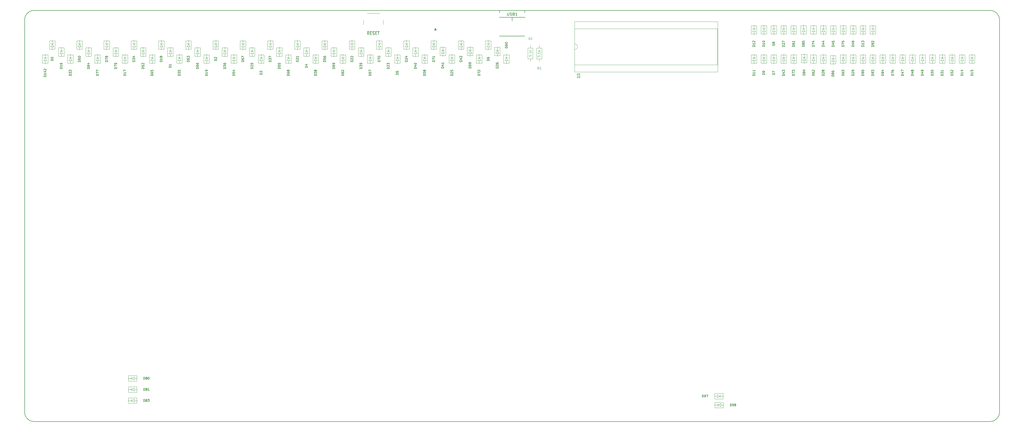
<source format=gto>
%TF.GenerationSoftware,KiCad,Pcbnew,6.99.0-unknown-e6dc28fb2e~146~ubuntu21.10.1*%
%TF.CreationDate,2022-01-16T23:48:23-05:00*%
%TF.ProjectId,Alpsterium-pcb,416c7073-7465-4726-9975-6d2d7063622e,rev?*%
%TF.SameCoordinates,Original*%
%TF.FileFunction,Legend,Top*%
%TF.FilePolarity,Positive*%
%FSLAX46Y46*%
G04 Gerber Fmt 4.6, Leading zero omitted, Abs format (unit mm)*
G04 Created by KiCad (PCBNEW 6.99.0-unknown-e6dc28fb2e~146~ubuntu21.10.1) date 2022-01-16 23:48:23*
%MOMM*%
%LPD*%
G01*
G04 APERTURE LIST*
%ADD10C,0.100000*%
%TA.AperFunction,Profile*%
%ADD11C,0.150000*%
%TD*%
%ADD12C,0.150000*%
%ADD13C,0.120000*%
%ADD14C,1.500000*%
%ADD15C,1.750000*%
%ADD16C,3.987800*%
%ADD17R,1.600000X1.600000*%
%ADD18O,1.600000X1.600000*%
%ADD19C,2.000000*%
%ADD20C,1.701800*%
%ADD21C,3.048000*%
%ADD22O,0.650000X1.000000*%
%ADD23O,0.900000X2.400000*%
%ADD24O,0.900000X1.700000*%
%ADD25C,1.400000*%
%ADD26O,1.400000X1.400000*%
G04 APERTURE END LIST*
D10*
X183603900Y-61531500D02*
X183197500Y-62318900D01*
X183197500Y-62318900D02*
X184010300Y-62318900D01*
X184010300Y-62318900D02*
X183603900Y-61531500D01*
G36*
X184010300Y-62318900D02*
G01*
X183197500Y-62318900D01*
X183603900Y-61531500D01*
X184010300Y-62318900D01*
G37*
X184010300Y-62318900D02*
X183197500Y-62318900D01*
X183603900Y-61531500D01*
X184010300Y-62318900D01*
D11*
X40451560Y-55313500D02*
G75*
G03*
X37147501Y-58623559I2999J-3307058D01*
G01*
X384810000Y-58617560D02*
G75*
G03*
X381499941Y-55313501I-3307058J-2999D01*
G01*
X381505940Y-201930000D02*
G75*
G03*
X384809999Y-198619941I-2999J3307058D01*
G01*
X384810000Y-58617560D02*
X384809999Y-198619941D01*
X37147500Y-198625940D02*
X37147501Y-58623559D01*
X381505940Y-201930000D02*
X40457559Y-201929999D01*
X40451560Y-55313500D02*
X381499941Y-55313500D01*
X37147500Y-198625940D02*
G75*
G03*
X40457559Y-201929999I3307058J2999D01*
G01*
D12*
X322329104Y-78526327D02*
X321529104Y-78526327D01*
X321529104Y-78526327D02*
X321529104Y-78335851D01*
X321529104Y-78335851D02*
X321567200Y-78221565D01*
X321567200Y-78221565D02*
X321643390Y-78145375D01*
X321643390Y-78145375D02*
X321719580Y-78107280D01*
X321719580Y-78107280D02*
X321871961Y-78069184D01*
X321871961Y-78069184D02*
X321986247Y-78069184D01*
X321986247Y-78069184D02*
X322138628Y-78107280D01*
X322138628Y-78107280D02*
X322214819Y-78145375D01*
X322214819Y-78145375D02*
X322291009Y-78221565D01*
X322291009Y-78221565D02*
X322329104Y-78335851D01*
X322329104Y-78335851D02*
X322329104Y-78526327D01*
X321605295Y-77764423D02*
X321567200Y-77726327D01*
X321567200Y-77726327D02*
X321529104Y-77650137D01*
X321529104Y-77650137D02*
X321529104Y-77459661D01*
X321529104Y-77459661D02*
X321567200Y-77383470D01*
X321567200Y-77383470D02*
X321605295Y-77345375D01*
X321605295Y-77345375D02*
X321681485Y-77307280D01*
X321681485Y-77307280D02*
X321757676Y-77307280D01*
X321757676Y-77307280D02*
X321871961Y-77345375D01*
X321871961Y-77345375D02*
X322329104Y-77802518D01*
X322329104Y-77802518D02*
X322329104Y-77307280D01*
X321871961Y-76850138D02*
X321833866Y-76926328D01*
X321833866Y-76926328D02*
X321795771Y-76964423D01*
X321795771Y-76964423D02*
X321719580Y-77002519D01*
X321719580Y-77002519D02*
X321681485Y-77002519D01*
X321681485Y-77002519D02*
X321605295Y-76964423D01*
X321605295Y-76964423D02*
X321567200Y-76926328D01*
X321567200Y-76926328D02*
X321529104Y-76850138D01*
X321529104Y-76850138D02*
X321529104Y-76697757D01*
X321529104Y-76697757D02*
X321567200Y-76621566D01*
X321567200Y-76621566D02*
X321605295Y-76583471D01*
X321605295Y-76583471D02*
X321681485Y-76545376D01*
X321681485Y-76545376D02*
X321719580Y-76545376D01*
X321719580Y-76545376D02*
X321795771Y-76583471D01*
X321795771Y-76583471D02*
X321833866Y-76621566D01*
X321833866Y-76621566D02*
X321871961Y-76697757D01*
X321871961Y-76697757D02*
X321871961Y-76850138D01*
X321871961Y-76850138D02*
X321910057Y-76926328D01*
X321910057Y-76926328D02*
X321948152Y-76964423D01*
X321948152Y-76964423D02*
X322024342Y-77002519D01*
X322024342Y-77002519D02*
X322176723Y-77002519D01*
X322176723Y-77002519D02*
X322252914Y-76964423D01*
X322252914Y-76964423D02*
X322291009Y-76926328D01*
X322291009Y-76926328D02*
X322329104Y-76850138D01*
X322329104Y-76850138D02*
X322329104Y-76697757D01*
X322329104Y-76697757D02*
X322291009Y-76621566D01*
X322291009Y-76621566D02*
X322252914Y-76583471D01*
X322252914Y-76583471D02*
X322176723Y-76545376D01*
X322176723Y-76545376D02*
X322024342Y-76545376D01*
X322024342Y-76545376D02*
X321948152Y-76583471D01*
X321948152Y-76583471D02*
X321910057Y-76621566D01*
X321910057Y-76621566D02*
X321871961Y-76697757D01*
X108892504Y-76046127D02*
X108092504Y-76046127D01*
X108092504Y-76046127D02*
X108092504Y-75855651D01*
X108092504Y-75855651D02*
X108130600Y-75741365D01*
X108130600Y-75741365D02*
X108206790Y-75665175D01*
X108206790Y-75665175D02*
X108282980Y-75627080D01*
X108282980Y-75627080D02*
X108435361Y-75588984D01*
X108435361Y-75588984D02*
X108549647Y-75588984D01*
X108549647Y-75588984D02*
X108702028Y-75627080D01*
X108702028Y-75627080D02*
X108778219Y-75665175D01*
X108778219Y-75665175D02*
X108854409Y-75741365D01*
X108854409Y-75741365D02*
X108892504Y-75855651D01*
X108892504Y-75855651D02*
X108892504Y-76046127D01*
X108092504Y-75322318D02*
X108092504Y-74827080D01*
X108092504Y-74827080D02*
X108397266Y-75093746D01*
X108397266Y-75093746D02*
X108397266Y-74979461D01*
X108397266Y-74979461D02*
X108435361Y-74903270D01*
X108435361Y-74903270D02*
X108473457Y-74865175D01*
X108473457Y-74865175D02*
X108549647Y-74827080D01*
X108549647Y-74827080D02*
X108740123Y-74827080D01*
X108740123Y-74827080D02*
X108816314Y-74865175D01*
X108816314Y-74865175D02*
X108854409Y-74903270D01*
X108854409Y-74903270D02*
X108892504Y-74979461D01*
X108892504Y-74979461D02*
X108892504Y-75208032D01*
X108892504Y-75208032D02*
X108854409Y-75284223D01*
X108854409Y-75284223D02*
X108816314Y-75322318D01*
X108092504Y-74141366D02*
X108092504Y-74293747D01*
X108092504Y-74293747D02*
X108130600Y-74369938D01*
X108130600Y-74369938D02*
X108168695Y-74408033D01*
X108168695Y-74408033D02*
X108282980Y-74484223D01*
X108282980Y-74484223D02*
X108435361Y-74522319D01*
X108435361Y-74522319D02*
X108740123Y-74522319D01*
X108740123Y-74522319D02*
X108816314Y-74484223D01*
X108816314Y-74484223D02*
X108854409Y-74446128D01*
X108854409Y-74446128D02*
X108892504Y-74369938D01*
X108892504Y-74369938D02*
X108892504Y-74217557D01*
X108892504Y-74217557D02*
X108854409Y-74141366D01*
X108854409Y-74141366D02*
X108816314Y-74103271D01*
X108816314Y-74103271D02*
X108740123Y-74065176D01*
X108740123Y-74065176D02*
X108549647Y-74065176D01*
X108549647Y-74065176D02*
X108473457Y-74103271D01*
X108473457Y-74103271D02*
X108435361Y-74141366D01*
X108435361Y-74141366D02*
X108397266Y-74217557D01*
X108397266Y-74217557D02*
X108397266Y-74369938D01*
X108397266Y-74369938D02*
X108435361Y-74446128D01*
X108435361Y-74446128D02*
X108473457Y-74484223D01*
X108473457Y-74484223D02*
X108549647Y-74522319D01*
X297591604Y-78526327D02*
X296791604Y-78526327D01*
X296791604Y-78526327D02*
X296791604Y-78335851D01*
X296791604Y-78335851D02*
X296829700Y-78221565D01*
X296829700Y-78221565D02*
X296905890Y-78145375D01*
X296905890Y-78145375D02*
X296982080Y-78107280D01*
X296982080Y-78107280D02*
X297134461Y-78069184D01*
X297134461Y-78069184D02*
X297248747Y-78069184D01*
X297248747Y-78069184D02*
X297401128Y-78107280D01*
X297401128Y-78107280D02*
X297477319Y-78145375D01*
X297477319Y-78145375D02*
X297553509Y-78221565D01*
X297553509Y-78221565D02*
X297591604Y-78335851D01*
X297591604Y-78335851D02*
X297591604Y-78526327D01*
X297591604Y-77307280D02*
X297591604Y-77764423D01*
X297591604Y-77535851D02*
X296791604Y-77535851D01*
X296791604Y-77535851D02*
X296905890Y-77612042D01*
X296905890Y-77612042D02*
X296982080Y-77688232D01*
X296982080Y-77688232D02*
X297020176Y-77764423D01*
X297591604Y-76545376D02*
X297591604Y-77002519D01*
X297591604Y-76773947D02*
X296791604Y-76773947D01*
X296791604Y-76773947D02*
X296905890Y-76850138D01*
X296905890Y-76850138D02*
X296982080Y-76926328D01*
X296982080Y-76926328D02*
X297020176Y-77002519D01*
X371804104Y-78526327D02*
X371004104Y-78526327D01*
X371004104Y-78526327D02*
X371004104Y-78335851D01*
X371004104Y-78335851D02*
X371042200Y-78221565D01*
X371042200Y-78221565D02*
X371118390Y-78145375D01*
X371118390Y-78145375D02*
X371194580Y-78107280D01*
X371194580Y-78107280D02*
X371346961Y-78069184D01*
X371346961Y-78069184D02*
X371461247Y-78069184D01*
X371461247Y-78069184D02*
X371613628Y-78107280D01*
X371613628Y-78107280D02*
X371689819Y-78145375D01*
X371689819Y-78145375D02*
X371766009Y-78221565D01*
X371766009Y-78221565D02*
X371804104Y-78335851D01*
X371804104Y-78335851D02*
X371804104Y-78526327D01*
X371804104Y-77307280D02*
X371804104Y-77764423D01*
X371804104Y-77535851D02*
X371004104Y-77535851D01*
X371004104Y-77535851D02*
X371118390Y-77612042D01*
X371118390Y-77612042D02*
X371194580Y-77688232D01*
X371194580Y-77688232D02*
X371232676Y-77764423D01*
X371270771Y-76621566D02*
X371804104Y-76621566D01*
X370966009Y-76812042D02*
X371537438Y-77002519D01*
X371537438Y-77002519D02*
X371537438Y-76507280D01*
X336464804Y-78526327D02*
X335664804Y-78526327D01*
X335664804Y-78526327D02*
X335664804Y-78335851D01*
X335664804Y-78335851D02*
X335702900Y-78221565D01*
X335702900Y-78221565D02*
X335779090Y-78145375D01*
X335779090Y-78145375D02*
X335855280Y-78107280D01*
X335855280Y-78107280D02*
X336007661Y-78069184D01*
X336007661Y-78069184D02*
X336121947Y-78069184D01*
X336121947Y-78069184D02*
X336274328Y-78107280D01*
X336274328Y-78107280D02*
X336350519Y-78145375D01*
X336350519Y-78145375D02*
X336426709Y-78221565D01*
X336426709Y-78221565D02*
X336464804Y-78335851D01*
X336464804Y-78335851D02*
X336464804Y-78526327D01*
X336464804Y-77688232D02*
X336464804Y-77535851D01*
X336464804Y-77535851D02*
X336426709Y-77459661D01*
X336426709Y-77459661D02*
X336388614Y-77421565D01*
X336388614Y-77421565D02*
X336274328Y-77345375D01*
X336274328Y-77345375D02*
X336121947Y-77307280D01*
X336121947Y-77307280D02*
X335817185Y-77307280D01*
X335817185Y-77307280D02*
X335740995Y-77345375D01*
X335740995Y-77345375D02*
X335702900Y-77383470D01*
X335702900Y-77383470D02*
X335664804Y-77459661D01*
X335664804Y-77459661D02*
X335664804Y-77612042D01*
X335664804Y-77612042D02*
X335702900Y-77688232D01*
X335702900Y-77688232D02*
X335740995Y-77726327D01*
X335740995Y-77726327D02*
X335817185Y-77764423D01*
X335817185Y-77764423D02*
X336007661Y-77764423D01*
X336007661Y-77764423D02*
X336083852Y-77726327D01*
X336083852Y-77726327D02*
X336121947Y-77688232D01*
X336121947Y-77688232D02*
X336160042Y-77612042D01*
X336160042Y-77612042D02*
X336160042Y-77459661D01*
X336160042Y-77459661D02*
X336121947Y-77383470D01*
X336121947Y-77383470D02*
X336083852Y-77345375D01*
X336083852Y-77345375D02*
X336007661Y-77307280D01*
X335664804Y-76812042D02*
X335664804Y-76735852D01*
X335664804Y-76735852D02*
X335702900Y-76659661D01*
X335702900Y-76659661D02*
X335740995Y-76621566D01*
X335740995Y-76621566D02*
X335817185Y-76583471D01*
X335817185Y-76583471D02*
X335969566Y-76545376D01*
X335969566Y-76545376D02*
X336160042Y-76545376D01*
X336160042Y-76545376D02*
X336312423Y-76583471D01*
X336312423Y-76583471D02*
X336388614Y-76621566D01*
X336388614Y-76621566D02*
X336426709Y-76659661D01*
X336426709Y-76659661D02*
X336464804Y-76735852D01*
X336464804Y-76735852D02*
X336464804Y-76812042D01*
X336464804Y-76812042D02*
X336426709Y-76888233D01*
X336426709Y-76888233D02*
X336388614Y-76926328D01*
X336388614Y-76926328D02*
X336312423Y-76964423D01*
X336312423Y-76964423D02*
X336160042Y-77002519D01*
X336160042Y-77002519D02*
X335969566Y-77002519D01*
X335969566Y-77002519D02*
X335817185Y-76964423D01*
X335817185Y-76964423D02*
X335740995Y-76926328D01*
X335740995Y-76926328D02*
X335702900Y-76888233D01*
X335702900Y-76888233D02*
X335664804Y-76812042D01*
X339998704Y-68151927D02*
X339198704Y-68151927D01*
X339198704Y-68151927D02*
X339198704Y-67961451D01*
X339198704Y-67961451D02*
X339236800Y-67847165D01*
X339236800Y-67847165D02*
X339312990Y-67770975D01*
X339312990Y-67770975D02*
X339389180Y-67732880D01*
X339389180Y-67732880D02*
X339541561Y-67694784D01*
X339541561Y-67694784D02*
X339655847Y-67694784D01*
X339655847Y-67694784D02*
X339808228Y-67732880D01*
X339808228Y-67732880D02*
X339884419Y-67770975D01*
X339884419Y-67770975D02*
X339960609Y-67847165D01*
X339960609Y-67847165D02*
X339998704Y-67961451D01*
X339998704Y-67961451D02*
X339998704Y-68151927D01*
X339998704Y-67313832D02*
X339998704Y-67161451D01*
X339998704Y-67161451D02*
X339960609Y-67085261D01*
X339960609Y-67085261D02*
X339922514Y-67047165D01*
X339922514Y-67047165D02*
X339808228Y-66970975D01*
X339808228Y-66970975D02*
X339655847Y-66932880D01*
X339655847Y-66932880D02*
X339351085Y-66932880D01*
X339351085Y-66932880D02*
X339274895Y-66970975D01*
X339274895Y-66970975D02*
X339236800Y-67009070D01*
X339236800Y-67009070D02*
X339198704Y-67085261D01*
X339198704Y-67085261D02*
X339198704Y-67237642D01*
X339198704Y-67237642D02*
X339236800Y-67313832D01*
X339236800Y-67313832D02*
X339274895Y-67351927D01*
X339274895Y-67351927D02*
X339351085Y-67390023D01*
X339351085Y-67390023D02*
X339541561Y-67390023D01*
X339541561Y-67390023D02*
X339617752Y-67351927D01*
X339617752Y-67351927D02*
X339655847Y-67313832D01*
X339655847Y-67313832D02*
X339693942Y-67237642D01*
X339693942Y-67237642D02*
X339693942Y-67085261D01*
X339693942Y-67085261D02*
X339655847Y-67009070D01*
X339655847Y-67009070D02*
X339617752Y-66970975D01*
X339617752Y-66970975D02*
X339541561Y-66932880D01*
X339274895Y-66628119D02*
X339236800Y-66590023D01*
X339236800Y-66590023D02*
X339198704Y-66513833D01*
X339198704Y-66513833D02*
X339198704Y-66323357D01*
X339198704Y-66323357D02*
X339236800Y-66247166D01*
X339236800Y-66247166D02*
X339274895Y-66209071D01*
X339274895Y-66209071D02*
X339351085Y-66170976D01*
X339351085Y-66170976D02*
X339427276Y-66170976D01*
X339427276Y-66170976D02*
X339541561Y-66209071D01*
X339541561Y-66209071D02*
X339998704Y-66666214D01*
X339998704Y-66666214D02*
X339998704Y-66170976D01*
X47343304Y-73184875D02*
X46543304Y-73184875D01*
X46543304Y-73184875D02*
X46543304Y-72994399D01*
X46543304Y-72994399D02*
X46581400Y-72880113D01*
X46581400Y-72880113D02*
X46657590Y-72803923D01*
X46657590Y-72803923D02*
X46733780Y-72765828D01*
X46733780Y-72765828D02*
X46886161Y-72727732D01*
X46886161Y-72727732D02*
X47000447Y-72727732D01*
X47000447Y-72727732D02*
X47152828Y-72765828D01*
X47152828Y-72765828D02*
X47229019Y-72803923D01*
X47229019Y-72803923D02*
X47305209Y-72880113D01*
X47305209Y-72880113D02*
X47343304Y-72994399D01*
X47343304Y-72994399D02*
X47343304Y-73184875D01*
X46543304Y-72232494D02*
X46543304Y-72156304D01*
X46543304Y-72156304D02*
X46581400Y-72080113D01*
X46581400Y-72080113D02*
X46619495Y-72042018D01*
X46619495Y-72042018D02*
X46695685Y-72003923D01*
X46695685Y-72003923D02*
X46848066Y-71965828D01*
X46848066Y-71965828D02*
X47038542Y-71965828D01*
X47038542Y-71965828D02*
X47190923Y-72003923D01*
X47190923Y-72003923D02*
X47267114Y-72042018D01*
X47267114Y-72042018D02*
X47305209Y-72080113D01*
X47305209Y-72080113D02*
X47343304Y-72156304D01*
X47343304Y-72156304D02*
X47343304Y-72232494D01*
X47343304Y-72232494D02*
X47305209Y-72308685D01*
X47305209Y-72308685D02*
X47267114Y-72346780D01*
X47267114Y-72346780D02*
X47190923Y-72384875D01*
X47190923Y-72384875D02*
X47038542Y-72422971D01*
X47038542Y-72422971D02*
X46848066Y-72422971D01*
X46848066Y-72422971D02*
X46695685Y-72384875D01*
X46695685Y-72384875D02*
X46619495Y-72346780D01*
X46619495Y-72346780D02*
X46581400Y-72308685D01*
X46581400Y-72308685D02*
X46543304Y-72232494D01*
X89455904Y-75665175D02*
X88655904Y-75665175D01*
X88655904Y-75665175D02*
X88655904Y-75474699D01*
X88655904Y-75474699D02*
X88694000Y-75360413D01*
X88694000Y-75360413D02*
X88770190Y-75284223D01*
X88770190Y-75284223D02*
X88846380Y-75246128D01*
X88846380Y-75246128D02*
X88998761Y-75208032D01*
X88998761Y-75208032D02*
X89113047Y-75208032D01*
X89113047Y-75208032D02*
X89265428Y-75246128D01*
X89265428Y-75246128D02*
X89341619Y-75284223D01*
X89341619Y-75284223D02*
X89417809Y-75360413D01*
X89417809Y-75360413D02*
X89455904Y-75474699D01*
X89455904Y-75474699D02*
X89455904Y-75665175D01*
X89455904Y-74446128D02*
X89455904Y-74903271D01*
X89455904Y-74674699D02*
X88655904Y-74674699D01*
X88655904Y-74674699D02*
X88770190Y-74750890D01*
X88770190Y-74750890D02*
X88846380Y-74827080D01*
X88846380Y-74827080D02*
X88884476Y-74903271D01*
X105653104Y-73184875D02*
X104853104Y-73184875D01*
X104853104Y-73184875D02*
X104853104Y-72994399D01*
X104853104Y-72994399D02*
X104891200Y-72880113D01*
X104891200Y-72880113D02*
X104967390Y-72803923D01*
X104967390Y-72803923D02*
X105043580Y-72765828D01*
X105043580Y-72765828D02*
X105195961Y-72727732D01*
X105195961Y-72727732D02*
X105310247Y-72727732D01*
X105310247Y-72727732D02*
X105462628Y-72765828D01*
X105462628Y-72765828D02*
X105538819Y-72803923D01*
X105538819Y-72803923D02*
X105615009Y-72880113D01*
X105615009Y-72880113D02*
X105653104Y-72994399D01*
X105653104Y-72994399D02*
X105653104Y-73184875D01*
X104929295Y-72422971D02*
X104891200Y-72384875D01*
X104891200Y-72384875D02*
X104853104Y-72308685D01*
X104853104Y-72308685D02*
X104853104Y-72118209D01*
X104853104Y-72118209D02*
X104891200Y-72042018D01*
X104891200Y-72042018D02*
X104929295Y-72003923D01*
X104929295Y-72003923D02*
X105005485Y-71965828D01*
X105005485Y-71965828D02*
X105081676Y-71965828D01*
X105081676Y-71965828D02*
X105195961Y-72003923D01*
X105195961Y-72003923D02*
X105653104Y-72461066D01*
X105653104Y-72461066D02*
X105653104Y-71965828D01*
X121850304Y-78145375D02*
X121050304Y-78145375D01*
X121050304Y-78145375D02*
X121050304Y-77954899D01*
X121050304Y-77954899D02*
X121088400Y-77840613D01*
X121088400Y-77840613D02*
X121164590Y-77764423D01*
X121164590Y-77764423D02*
X121240780Y-77726328D01*
X121240780Y-77726328D02*
X121393161Y-77688232D01*
X121393161Y-77688232D02*
X121507447Y-77688232D01*
X121507447Y-77688232D02*
X121659828Y-77726328D01*
X121659828Y-77726328D02*
X121736019Y-77764423D01*
X121736019Y-77764423D02*
X121812209Y-77840613D01*
X121812209Y-77840613D02*
X121850304Y-77954899D01*
X121850304Y-77954899D02*
X121850304Y-78145375D01*
X121050304Y-77421566D02*
X121050304Y-76926328D01*
X121050304Y-76926328D02*
X121355066Y-77192994D01*
X121355066Y-77192994D02*
X121355066Y-77078709D01*
X121355066Y-77078709D02*
X121393161Y-77002518D01*
X121393161Y-77002518D02*
X121431257Y-76964423D01*
X121431257Y-76964423D02*
X121507447Y-76926328D01*
X121507447Y-76926328D02*
X121697923Y-76926328D01*
X121697923Y-76926328D02*
X121774114Y-76964423D01*
X121774114Y-76964423D02*
X121812209Y-77002518D01*
X121812209Y-77002518D02*
X121850304Y-77078709D01*
X121850304Y-77078709D02*
X121850304Y-77307280D01*
X121850304Y-77307280D02*
X121812209Y-77383471D01*
X121812209Y-77383471D02*
X121774114Y-77421566D01*
X138047404Y-75665175D02*
X137247404Y-75665175D01*
X137247404Y-75665175D02*
X137247404Y-75474699D01*
X137247404Y-75474699D02*
X137285500Y-75360413D01*
X137285500Y-75360413D02*
X137361690Y-75284223D01*
X137361690Y-75284223D02*
X137437880Y-75246128D01*
X137437880Y-75246128D02*
X137590261Y-75208032D01*
X137590261Y-75208032D02*
X137704547Y-75208032D01*
X137704547Y-75208032D02*
X137856928Y-75246128D01*
X137856928Y-75246128D02*
X137933119Y-75284223D01*
X137933119Y-75284223D02*
X138009309Y-75360413D01*
X138009309Y-75360413D02*
X138047404Y-75474699D01*
X138047404Y-75474699D02*
X138047404Y-75665175D01*
X137514071Y-74522318D02*
X138047404Y-74522318D01*
X137209309Y-74712794D02*
X137780738Y-74903271D01*
X137780738Y-74903271D02*
X137780738Y-74408032D01*
X170441804Y-78145375D02*
X169641804Y-78145375D01*
X169641804Y-78145375D02*
X169641804Y-77954899D01*
X169641804Y-77954899D02*
X169679900Y-77840613D01*
X169679900Y-77840613D02*
X169756090Y-77764423D01*
X169756090Y-77764423D02*
X169832280Y-77726328D01*
X169832280Y-77726328D02*
X169984661Y-77688232D01*
X169984661Y-77688232D02*
X170098947Y-77688232D01*
X170098947Y-77688232D02*
X170251328Y-77726328D01*
X170251328Y-77726328D02*
X170327519Y-77764423D01*
X170327519Y-77764423D02*
X170403709Y-77840613D01*
X170403709Y-77840613D02*
X170441804Y-77954899D01*
X170441804Y-77954899D02*
X170441804Y-78145375D01*
X169641804Y-76964423D02*
X169641804Y-77345375D01*
X169641804Y-77345375D02*
X170022757Y-77383471D01*
X170022757Y-77383471D02*
X169984661Y-77345375D01*
X169984661Y-77345375D02*
X169946566Y-77269185D01*
X169946566Y-77269185D02*
X169946566Y-77078709D01*
X169946566Y-77078709D02*
X169984661Y-77002518D01*
X169984661Y-77002518D02*
X170022757Y-76964423D01*
X170022757Y-76964423D02*
X170098947Y-76926328D01*
X170098947Y-76926328D02*
X170289423Y-76926328D01*
X170289423Y-76926328D02*
X170365614Y-76964423D01*
X170365614Y-76964423D02*
X170403709Y-77002518D01*
X170403709Y-77002518D02*
X170441804Y-77078709D01*
X170441804Y-77078709D02*
X170441804Y-77269185D01*
X170441804Y-77269185D02*
X170403709Y-77345375D01*
X170403709Y-77345375D02*
X170365614Y-77383471D01*
X202836104Y-73184875D02*
X202036104Y-73184875D01*
X202036104Y-73184875D02*
X202036104Y-72994399D01*
X202036104Y-72994399D02*
X202074200Y-72880113D01*
X202074200Y-72880113D02*
X202150390Y-72803923D01*
X202150390Y-72803923D02*
X202226580Y-72765828D01*
X202226580Y-72765828D02*
X202378961Y-72727732D01*
X202378961Y-72727732D02*
X202493247Y-72727732D01*
X202493247Y-72727732D02*
X202645628Y-72765828D01*
X202645628Y-72765828D02*
X202721819Y-72803923D01*
X202721819Y-72803923D02*
X202798009Y-72880113D01*
X202798009Y-72880113D02*
X202836104Y-72994399D01*
X202836104Y-72994399D02*
X202836104Y-73184875D01*
X202036104Y-72042018D02*
X202036104Y-72194399D01*
X202036104Y-72194399D02*
X202074200Y-72270590D01*
X202074200Y-72270590D02*
X202112295Y-72308685D01*
X202112295Y-72308685D02*
X202226580Y-72384875D01*
X202226580Y-72384875D02*
X202378961Y-72422971D01*
X202378961Y-72422971D02*
X202683723Y-72422971D01*
X202683723Y-72422971D02*
X202759914Y-72384875D01*
X202759914Y-72384875D02*
X202798009Y-72346780D01*
X202798009Y-72346780D02*
X202836104Y-72270590D01*
X202836104Y-72270590D02*
X202836104Y-72118209D01*
X202836104Y-72118209D02*
X202798009Y-72042018D01*
X202798009Y-72042018D02*
X202759914Y-72003923D01*
X202759914Y-72003923D02*
X202683723Y-71965828D01*
X202683723Y-71965828D02*
X202493247Y-71965828D01*
X202493247Y-71965828D02*
X202417057Y-72003923D01*
X202417057Y-72003923D02*
X202378961Y-72042018D01*
X202378961Y-72042018D02*
X202340866Y-72118209D01*
X202340866Y-72118209D02*
X202340866Y-72270590D01*
X202340866Y-72270590D02*
X202378961Y-72346780D01*
X202378961Y-72346780D02*
X202417057Y-72384875D01*
X202417057Y-72384875D02*
X202493247Y-72422971D01*
X304659504Y-78145375D02*
X303859504Y-78145375D01*
X303859504Y-78145375D02*
X303859504Y-77954899D01*
X303859504Y-77954899D02*
X303897600Y-77840613D01*
X303897600Y-77840613D02*
X303973790Y-77764423D01*
X303973790Y-77764423D02*
X304049980Y-77726328D01*
X304049980Y-77726328D02*
X304202361Y-77688232D01*
X304202361Y-77688232D02*
X304316647Y-77688232D01*
X304316647Y-77688232D02*
X304469028Y-77726328D01*
X304469028Y-77726328D02*
X304545219Y-77764423D01*
X304545219Y-77764423D02*
X304621409Y-77840613D01*
X304621409Y-77840613D02*
X304659504Y-77954899D01*
X304659504Y-77954899D02*
X304659504Y-78145375D01*
X303859504Y-77421566D02*
X303859504Y-76888232D01*
X303859504Y-76888232D02*
X304659504Y-77231090D01*
X304659504Y-67770975D02*
X303859504Y-67770975D01*
X303859504Y-67770975D02*
X303859504Y-67580499D01*
X303859504Y-67580499D02*
X303897600Y-67466213D01*
X303897600Y-67466213D02*
X303973790Y-67390023D01*
X303973790Y-67390023D02*
X304049980Y-67351928D01*
X304049980Y-67351928D02*
X304202361Y-67313832D01*
X304202361Y-67313832D02*
X304316647Y-67313832D01*
X304316647Y-67313832D02*
X304469028Y-67351928D01*
X304469028Y-67351928D02*
X304545219Y-67390023D01*
X304545219Y-67390023D02*
X304621409Y-67466213D01*
X304621409Y-67466213D02*
X304659504Y-67580499D01*
X304659504Y-67580499D02*
X304659504Y-67770975D01*
X304202361Y-66856690D02*
X304164266Y-66932880D01*
X304164266Y-66932880D02*
X304126171Y-66970975D01*
X304126171Y-66970975D02*
X304049980Y-67009071D01*
X304049980Y-67009071D02*
X304011885Y-67009071D01*
X304011885Y-67009071D02*
X303935695Y-66970975D01*
X303935695Y-66970975D02*
X303897600Y-66932880D01*
X303897600Y-66932880D02*
X303859504Y-66856690D01*
X303859504Y-66856690D02*
X303859504Y-66704309D01*
X303859504Y-66704309D02*
X303897600Y-66628118D01*
X303897600Y-66628118D02*
X303935695Y-66590023D01*
X303935695Y-66590023D02*
X304011885Y-66551928D01*
X304011885Y-66551928D02*
X304049980Y-66551928D01*
X304049980Y-66551928D02*
X304126171Y-66590023D01*
X304126171Y-66590023D02*
X304164266Y-66628118D01*
X304164266Y-66628118D02*
X304202361Y-66704309D01*
X304202361Y-66704309D02*
X304202361Y-66856690D01*
X304202361Y-66856690D02*
X304240457Y-66932880D01*
X304240457Y-66932880D02*
X304278552Y-66970975D01*
X304278552Y-66970975D02*
X304354742Y-67009071D01*
X304354742Y-67009071D02*
X304507123Y-67009071D01*
X304507123Y-67009071D02*
X304583314Y-66970975D01*
X304583314Y-66970975D02*
X304621409Y-66932880D01*
X304621409Y-66932880D02*
X304659504Y-66856690D01*
X304659504Y-66856690D02*
X304659504Y-66704309D01*
X304659504Y-66704309D02*
X304621409Y-66628118D01*
X304621409Y-66628118D02*
X304583314Y-66590023D01*
X304583314Y-66590023D02*
X304507123Y-66551928D01*
X304507123Y-66551928D02*
X304354742Y-66551928D01*
X304354742Y-66551928D02*
X304278552Y-66590023D01*
X304278552Y-66590023D02*
X304240457Y-66628118D01*
X304240457Y-66628118D02*
X304202361Y-66704309D01*
X301125504Y-78145375D02*
X300325504Y-78145375D01*
X300325504Y-78145375D02*
X300325504Y-77954899D01*
X300325504Y-77954899D02*
X300363600Y-77840613D01*
X300363600Y-77840613D02*
X300439790Y-77764423D01*
X300439790Y-77764423D02*
X300515980Y-77726328D01*
X300515980Y-77726328D02*
X300668361Y-77688232D01*
X300668361Y-77688232D02*
X300782647Y-77688232D01*
X300782647Y-77688232D02*
X300935028Y-77726328D01*
X300935028Y-77726328D02*
X301011219Y-77764423D01*
X301011219Y-77764423D02*
X301087409Y-77840613D01*
X301087409Y-77840613D02*
X301125504Y-77954899D01*
X301125504Y-77954899D02*
X301125504Y-78145375D01*
X301125504Y-77307280D02*
X301125504Y-77154899D01*
X301125504Y-77154899D02*
X301087409Y-77078709D01*
X301087409Y-77078709D02*
X301049314Y-77040613D01*
X301049314Y-77040613D02*
X300935028Y-76964423D01*
X300935028Y-76964423D02*
X300782647Y-76926328D01*
X300782647Y-76926328D02*
X300477885Y-76926328D01*
X300477885Y-76926328D02*
X300401695Y-76964423D01*
X300401695Y-76964423D02*
X300363600Y-77002518D01*
X300363600Y-77002518D02*
X300325504Y-77078709D01*
X300325504Y-77078709D02*
X300325504Y-77231090D01*
X300325504Y-77231090D02*
X300363600Y-77307280D01*
X300363600Y-77307280D02*
X300401695Y-77345375D01*
X300401695Y-77345375D02*
X300477885Y-77383471D01*
X300477885Y-77383471D02*
X300668361Y-77383471D01*
X300668361Y-77383471D02*
X300744552Y-77345375D01*
X300744552Y-77345375D02*
X300782647Y-77307280D01*
X300782647Y-77307280D02*
X300820742Y-77231090D01*
X300820742Y-77231090D02*
X300820742Y-77078709D01*
X300820742Y-77078709D02*
X300782647Y-77002518D01*
X300782647Y-77002518D02*
X300744552Y-76964423D01*
X300744552Y-76964423D02*
X300668361Y-76926328D01*
X301125504Y-68151927D02*
X300325504Y-68151927D01*
X300325504Y-68151927D02*
X300325504Y-67961451D01*
X300325504Y-67961451D02*
X300363600Y-67847165D01*
X300363600Y-67847165D02*
X300439790Y-67770975D01*
X300439790Y-67770975D02*
X300515980Y-67732880D01*
X300515980Y-67732880D02*
X300668361Y-67694784D01*
X300668361Y-67694784D02*
X300782647Y-67694784D01*
X300782647Y-67694784D02*
X300935028Y-67732880D01*
X300935028Y-67732880D02*
X301011219Y-67770975D01*
X301011219Y-67770975D02*
X301087409Y-67847165D01*
X301087409Y-67847165D02*
X301125504Y-67961451D01*
X301125504Y-67961451D02*
X301125504Y-68151927D01*
X301125504Y-66932880D02*
X301125504Y-67390023D01*
X301125504Y-67161451D02*
X300325504Y-67161451D01*
X300325504Y-67161451D02*
X300439790Y-67237642D01*
X300439790Y-67237642D02*
X300515980Y-67313832D01*
X300515980Y-67313832D02*
X300554076Y-67390023D01*
X300325504Y-66437642D02*
X300325504Y-66361452D01*
X300325504Y-66361452D02*
X300363600Y-66285261D01*
X300363600Y-66285261D02*
X300401695Y-66247166D01*
X300401695Y-66247166D02*
X300477885Y-66209071D01*
X300477885Y-66209071D02*
X300630266Y-66170976D01*
X300630266Y-66170976D02*
X300820742Y-66170976D01*
X300820742Y-66170976D02*
X300973123Y-66209071D01*
X300973123Y-66209071D02*
X301049314Y-66247166D01*
X301049314Y-66247166D02*
X301087409Y-66285261D01*
X301087409Y-66285261D02*
X301125504Y-66361452D01*
X301125504Y-66361452D02*
X301125504Y-66437642D01*
X301125504Y-66437642D02*
X301087409Y-66513833D01*
X301087409Y-66513833D02*
X301049314Y-66551928D01*
X301049314Y-66551928D02*
X300973123Y-66590023D01*
X300973123Y-66590023D02*
X300820742Y-66628119D01*
X300820742Y-66628119D02*
X300630266Y-66628119D01*
X300630266Y-66628119D02*
X300477885Y-66590023D01*
X300477885Y-66590023D02*
X300401695Y-66551928D01*
X300401695Y-66551928D02*
X300363600Y-66513833D01*
X300363600Y-66513833D02*
X300325504Y-66437642D01*
X297591604Y-68151927D02*
X296791604Y-68151927D01*
X296791604Y-68151927D02*
X296791604Y-67961451D01*
X296791604Y-67961451D02*
X296829700Y-67847165D01*
X296829700Y-67847165D02*
X296905890Y-67770975D01*
X296905890Y-67770975D02*
X296982080Y-67732880D01*
X296982080Y-67732880D02*
X297134461Y-67694784D01*
X297134461Y-67694784D02*
X297248747Y-67694784D01*
X297248747Y-67694784D02*
X297401128Y-67732880D01*
X297401128Y-67732880D02*
X297477319Y-67770975D01*
X297477319Y-67770975D02*
X297553509Y-67847165D01*
X297553509Y-67847165D02*
X297591604Y-67961451D01*
X297591604Y-67961451D02*
X297591604Y-68151927D01*
X297591604Y-66932880D02*
X297591604Y-67390023D01*
X297591604Y-67161451D02*
X296791604Y-67161451D01*
X296791604Y-67161451D02*
X296905890Y-67237642D01*
X296905890Y-67237642D02*
X296982080Y-67313832D01*
X296982080Y-67313832D02*
X297020176Y-67390023D01*
X296867795Y-66628119D02*
X296829700Y-66590023D01*
X296829700Y-66590023D02*
X296791604Y-66513833D01*
X296791604Y-66513833D02*
X296791604Y-66323357D01*
X296791604Y-66323357D02*
X296829700Y-66247166D01*
X296829700Y-66247166D02*
X296867795Y-66209071D01*
X296867795Y-66209071D02*
X296943985Y-66170976D01*
X296943985Y-66170976D02*
X297020176Y-66170976D01*
X297020176Y-66170976D02*
X297134461Y-66209071D01*
X297134461Y-66209071D02*
X297591604Y-66666214D01*
X297591604Y-66666214D02*
X297591604Y-66170976D01*
X336464804Y-68151927D02*
X335664804Y-68151927D01*
X335664804Y-68151927D02*
X335664804Y-67961451D01*
X335664804Y-67961451D02*
X335702900Y-67847165D01*
X335702900Y-67847165D02*
X335779090Y-67770975D01*
X335779090Y-67770975D02*
X335855280Y-67732880D01*
X335855280Y-67732880D02*
X336007661Y-67694784D01*
X336007661Y-67694784D02*
X336121947Y-67694784D01*
X336121947Y-67694784D02*
X336274328Y-67732880D01*
X336274328Y-67732880D02*
X336350519Y-67770975D01*
X336350519Y-67770975D02*
X336426709Y-67847165D01*
X336426709Y-67847165D02*
X336464804Y-67961451D01*
X336464804Y-67961451D02*
X336464804Y-68151927D01*
X336464804Y-66932880D02*
X336464804Y-67390023D01*
X336464804Y-67161451D02*
X335664804Y-67161451D01*
X335664804Y-67161451D02*
X335779090Y-67237642D01*
X335779090Y-67237642D02*
X335855280Y-67313832D01*
X335855280Y-67313832D02*
X335893376Y-67390023D01*
X335664804Y-66666214D02*
X335664804Y-66170976D01*
X335664804Y-66170976D02*
X335969566Y-66437642D01*
X335969566Y-66437642D02*
X335969566Y-66323357D01*
X335969566Y-66323357D02*
X336007661Y-66247166D01*
X336007661Y-66247166D02*
X336045757Y-66209071D01*
X336045757Y-66209071D02*
X336121947Y-66170976D01*
X336121947Y-66170976D02*
X336312423Y-66170976D01*
X336312423Y-66170976D02*
X336388614Y-66209071D01*
X336388614Y-66209071D02*
X336426709Y-66247166D01*
X336426709Y-66247166D02*
X336464804Y-66323357D01*
X336464804Y-66323357D02*
X336464804Y-66551928D01*
X336464804Y-66551928D02*
X336426709Y-66628119D01*
X336426709Y-66628119D02*
X336388614Y-66666214D01*
X375338004Y-78526327D02*
X374538004Y-78526327D01*
X374538004Y-78526327D02*
X374538004Y-78335851D01*
X374538004Y-78335851D02*
X374576100Y-78221565D01*
X374576100Y-78221565D02*
X374652290Y-78145375D01*
X374652290Y-78145375D02*
X374728480Y-78107280D01*
X374728480Y-78107280D02*
X374880861Y-78069184D01*
X374880861Y-78069184D02*
X374995147Y-78069184D01*
X374995147Y-78069184D02*
X375147528Y-78107280D01*
X375147528Y-78107280D02*
X375223719Y-78145375D01*
X375223719Y-78145375D02*
X375299909Y-78221565D01*
X375299909Y-78221565D02*
X375338004Y-78335851D01*
X375338004Y-78335851D02*
X375338004Y-78526327D01*
X375338004Y-77307280D02*
X375338004Y-77764423D01*
X375338004Y-77535851D02*
X374538004Y-77535851D01*
X374538004Y-77535851D02*
X374652290Y-77612042D01*
X374652290Y-77612042D02*
X374728480Y-77688232D01*
X374728480Y-77688232D02*
X374766576Y-77764423D01*
X374538004Y-76583471D02*
X374538004Y-76964423D01*
X374538004Y-76964423D02*
X374918957Y-77002519D01*
X374918957Y-77002519D02*
X374880861Y-76964423D01*
X374880861Y-76964423D02*
X374842766Y-76888233D01*
X374842766Y-76888233D02*
X374842766Y-76697757D01*
X374842766Y-76697757D02*
X374880861Y-76621566D01*
X374880861Y-76621566D02*
X374918957Y-76583471D01*
X374918957Y-76583471D02*
X374995147Y-76545376D01*
X374995147Y-76545376D02*
X375185623Y-76545376D01*
X375185623Y-76545376D02*
X375261814Y-76583471D01*
X375261814Y-76583471D02*
X375299909Y-76621566D01*
X375299909Y-76621566D02*
X375338004Y-76697757D01*
X375338004Y-76697757D02*
X375338004Y-76888233D01*
X375338004Y-76888233D02*
X375299909Y-76964423D01*
X375299909Y-76964423D02*
X375261814Y-77002519D01*
X50582704Y-76046127D02*
X49782704Y-76046127D01*
X49782704Y-76046127D02*
X49782704Y-75855651D01*
X49782704Y-75855651D02*
X49820800Y-75741365D01*
X49820800Y-75741365D02*
X49896990Y-75665175D01*
X49896990Y-75665175D02*
X49973180Y-75627080D01*
X49973180Y-75627080D02*
X50125561Y-75588984D01*
X50125561Y-75588984D02*
X50239847Y-75588984D01*
X50239847Y-75588984D02*
X50392228Y-75627080D01*
X50392228Y-75627080D02*
X50468419Y-75665175D01*
X50468419Y-75665175D02*
X50544609Y-75741365D01*
X50544609Y-75741365D02*
X50582704Y-75855651D01*
X50582704Y-75855651D02*
X50582704Y-76046127D01*
X50582704Y-74827080D02*
X50582704Y-75284223D01*
X50582704Y-75055651D02*
X49782704Y-75055651D01*
X49782704Y-75055651D02*
X49896990Y-75131842D01*
X49896990Y-75131842D02*
X49973180Y-75208032D01*
X49973180Y-75208032D02*
X50011276Y-75284223D01*
X49782704Y-74141366D02*
X49782704Y-74293747D01*
X49782704Y-74293747D02*
X49820800Y-74369938D01*
X49820800Y-74369938D02*
X49858895Y-74408033D01*
X49858895Y-74408033D02*
X49973180Y-74484223D01*
X49973180Y-74484223D02*
X50125561Y-74522319D01*
X50125561Y-74522319D02*
X50430323Y-74522319D01*
X50430323Y-74522319D02*
X50506514Y-74484223D01*
X50506514Y-74484223D02*
X50544609Y-74446128D01*
X50544609Y-74446128D02*
X50582704Y-74369938D01*
X50582704Y-74369938D02*
X50582704Y-74217557D01*
X50582704Y-74217557D02*
X50544609Y-74141366D01*
X50544609Y-74141366D02*
X50506514Y-74103271D01*
X50506514Y-74103271D02*
X50430323Y-74065176D01*
X50430323Y-74065176D02*
X50239847Y-74065176D01*
X50239847Y-74065176D02*
X50163657Y-74103271D01*
X50163657Y-74103271D02*
X50125561Y-74141366D01*
X50125561Y-74141366D02*
X50087466Y-74217557D01*
X50087466Y-74217557D02*
X50087466Y-74369938D01*
X50087466Y-74369938D02*
X50125561Y-74446128D01*
X50125561Y-74446128D02*
X50163657Y-74484223D01*
X50163657Y-74484223D02*
X50239847Y-74522319D01*
X73258804Y-78526327D02*
X72458804Y-78526327D01*
X72458804Y-78526327D02*
X72458804Y-78335851D01*
X72458804Y-78335851D02*
X72496900Y-78221565D01*
X72496900Y-78221565D02*
X72573090Y-78145375D01*
X72573090Y-78145375D02*
X72649280Y-78107280D01*
X72649280Y-78107280D02*
X72801661Y-78069184D01*
X72801661Y-78069184D02*
X72915947Y-78069184D01*
X72915947Y-78069184D02*
X73068328Y-78107280D01*
X73068328Y-78107280D02*
X73144519Y-78145375D01*
X73144519Y-78145375D02*
X73220709Y-78221565D01*
X73220709Y-78221565D02*
X73258804Y-78335851D01*
X73258804Y-78335851D02*
X73258804Y-78526327D01*
X73258804Y-77307280D02*
X73258804Y-77764423D01*
X73258804Y-77535851D02*
X72458804Y-77535851D01*
X72458804Y-77535851D02*
X72573090Y-77612042D01*
X72573090Y-77612042D02*
X72649280Y-77688232D01*
X72649280Y-77688232D02*
X72687376Y-77764423D01*
X72458804Y-77040614D02*
X72458804Y-76507280D01*
X72458804Y-76507280D02*
X73258804Y-76850138D01*
X86216504Y-73565827D02*
X85416504Y-73565827D01*
X85416504Y-73565827D02*
X85416504Y-73375351D01*
X85416504Y-73375351D02*
X85454600Y-73261065D01*
X85454600Y-73261065D02*
X85530790Y-73184875D01*
X85530790Y-73184875D02*
X85606980Y-73146780D01*
X85606980Y-73146780D02*
X85759361Y-73108684D01*
X85759361Y-73108684D02*
X85873647Y-73108684D01*
X85873647Y-73108684D02*
X86026028Y-73146780D01*
X86026028Y-73146780D02*
X86102219Y-73184875D01*
X86102219Y-73184875D02*
X86178409Y-73261065D01*
X86178409Y-73261065D02*
X86216504Y-73375351D01*
X86216504Y-73375351D02*
X86216504Y-73565827D01*
X86216504Y-72346780D02*
X86216504Y-72803923D01*
X86216504Y-72575351D02*
X85416504Y-72575351D01*
X85416504Y-72575351D02*
X85530790Y-72651542D01*
X85530790Y-72651542D02*
X85606980Y-72727732D01*
X85606980Y-72727732D02*
X85645076Y-72803923D01*
X85759361Y-71889638D02*
X85721266Y-71965828D01*
X85721266Y-71965828D02*
X85683171Y-72003923D01*
X85683171Y-72003923D02*
X85606980Y-72042019D01*
X85606980Y-72042019D02*
X85568885Y-72042019D01*
X85568885Y-72042019D02*
X85492695Y-72003923D01*
X85492695Y-72003923D02*
X85454600Y-71965828D01*
X85454600Y-71965828D02*
X85416504Y-71889638D01*
X85416504Y-71889638D02*
X85416504Y-71737257D01*
X85416504Y-71737257D02*
X85454600Y-71661066D01*
X85454600Y-71661066D02*
X85492695Y-71622971D01*
X85492695Y-71622971D02*
X85568885Y-71584876D01*
X85568885Y-71584876D02*
X85606980Y-71584876D01*
X85606980Y-71584876D02*
X85683171Y-71622971D01*
X85683171Y-71622971D02*
X85721266Y-71661066D01*
X85721266Y-71661066D02*
X85759361Y-71737257D01*
X85759361Y-71737257D02*
X85759361Y-71889638D01*
X85759361Y-71889638D02*
X85797457Y-71965828D01*
X85797457Y-71965828D02*
X85835552Y-72003923D01*
X85835552Y-72003923D02*
X85911742Y-72042019D01*
X85911742Y-72042019D02*
X86064123Y-72042019D01*
X86064123Y-72042019D02*
X86140314Y-72003923D01*
X86140314Y-72003923D02*
X86178409Y-71965828D01*
X86178409Y-71965828D02*
X86216504Y-71889638D01*
X86216504Y-71889638D02*
X86216504Y-71737257D01*
X86216504Y-71737257D02*
X86178409Y-71661066D01*
X86178409Y-71661066D02*
X86140314Y-71622971D01*
X86140314Y-71622971D02*
X86064123Y-71584876D01*
X86064123Y-71584876D02*
X85911742Y-71584876D01*
X85911742Y-71584876D02*
X85835552Y-71622971D01*
X85835552Y-71622971D02*
X85797457Y-71661066D01*
X85797457Y-71661066D02*
X85759361Y-71737257D01*
X102413704Y-78526327D02*
X101613704Y-78526327D01*
X101613704Y-78526327D02*
X101613704Y-78335851D01*
X101613704Y-78335851D02*
X101651800Y-78221565D01*
X101651800Y-78221565D02*
X101727990Y-78145375D01*
X101727990Y-78145375D02*
X101804180Y-78107280D01*
X101804180Y-78107280D02*
X101956561Y-78069184D01*
X101956561Y-78069184D02*
X102070847Y-78069184D01*
X102070847Y-78069184D02*
X102223228Y-78107280D01*
X102223228Y-78107280D02*
X102299419Y-78145375D01*
X102299419Y-78145375D02*
X102375609Y-78221565D01*
X102375609Y-78221565D02*
X102413704Y-78335851D01*
X102413704Y-78335851D02*
X102413704Y-78526327D01*
X102413704Y-77307280D02*
X102413704Y-77764423D01*
X102413704Y-77535851D02*
X101613704Y-77535851D01*
X101613704Y-77535851D02*
X101727990Y-77612042D01*
X101727990Y-77612042D02*
X101804180Y-77688232D01*
X101804180Y-77688232D02*
X101842276Y-77764423D01*
X102413704Y-76926328D02*
X102413704Y-76773947D01*
X102413704Y-76773947D02*
X102375609Y-76697757D01*
X102375609Y-76697757D02*
X102337514Y-76659661D01*
X102337514Y-76659661D02*
X102223228Y-76583471D01*
X102223228Y-76583471D02*
X102070847Y-76545376D01*
X102070847Y-76545376D02*
X101766085Y-76545376D01*
X101766085Y-76545376D02*
X101689895Y-76583471D01*
X101689895Y-76583471D02*
X101651800Y-76621566D01*
X101651800Y-76621566D02*
X101613704Y-76697757D01*
X101613704Y-76697757D02*
X101613704Y-76850138D01*
X101613704Y-76850138D02*
X101651800Y-76926328D01*
X101651800Y-76926328D02*
X101689895Y-76964423D01*
X101689895Y-76964423D02*
X101766085Y-77002519D01*
X101766085Y-77002519D02*
X101956561Y-77002519D01*
X101956561Y-77002519D02*
X102032752Y-76964423D01*
X102032752Y-76964423D02*
X102070847Y-76926328D01*
X102070847Y-76926328D02*
X102108942Y-76850138D01*
X102108942Y-76850138D02*
X102108942Y-76697757D01*
X102108942Y-76697757D02*
X102070847Y-76621566D01*
X102070847Y-76621566D02*
X102032752Y-76583471D01*
X102032752Y-76583471D02*
X101956561Y-76545376D01*
X118610804Y-76046127D02*
X117810804Y-76046127D01*
X117810804Y-76046127D02*
X117810804Y-75855651D01*
X117810804Y-75855651D02*
X117848900Y-75741365D01*
X117848900Y-75741365D02*
X117925090Y-75665175D01*
X117925090Y-75665175D02*
X118001280Y-75627080D01*
X118001280Y-75627080D02*
X118153661Y-75588984D01*
X118153661Y-75588984D02*
X118267947Y-75588984D01*
X118267947Y-75588984D02*
X118420328Y-75627080D01*
X118420328Y-75627080D02*
X118496519Y-75665175D01*
X118496519Y-75665175D02*
X118572709Y-75741365D01*
X118572709Y-75741365D02*
X118610804Y-75855651D01*
X118610804Y-75855651D02*
X118610804Y-76046127D01*
X117886995Y-75284223D02*
X117848900Y-75246127D01*
X117848900Y-75246127D02*
X117810804Y-75169937D01*
X117810804Y-75169937D02*
X117810804Y-74979461D01*
X117810804Y-74979461D02*
X117848900Y-74903270D01*
X117848900Y-74903270D02*
X117886995Y-74865175D01*
X117886995Y-74865175D02*
X117963185Y-74827080D01*
X117963185Y-74827080D02*
X118039376Y-74827080D01*
X118039376Y-74827080D02*
X118153661Y-74865175D01*
X118153661Y-74865175D02*
X118610804Y-75322318D01*
X118610804Y-75322318D02*
X118610804Y-74827080D01*
X117810804Y-74331842D02*
X117810804Y-74255652D01*
X117810804Y-74255652D02*
X117848900Y-74179461D01*
X117848900Y-74179461D02*
X117886995Y-74141366D01*
X117886995Y-74141366D02*
X117963185Y-74103271D01*
X117963185Y-74103271D02*
X118115566Y-74065176D01*
X118115566Y-74065176D02*
X118306042Y-74065176D01*
X118306042Y-74065176D02*
X118458423Y-74103271D01*
X118458423Y-74103271D02*
X118534614Y-74141366D01*
X118534614Y-74141366D02*
X118572709Y-74179461D01*
X118572709Y-74179461D02*
X118610804Y-74255652D01*
X118610804Y-74255652D02*
X118610804Y-74331842D01*
X118610804Y-74331842D02*
X118572709Y-74408033D01*
X118572709Y-74408033D02*
X118534614Y-74446128D01*
X118534614Y-74446128D02*
X118458423Y-74484223D01*
X118458423Y-74484223D02*
X118306042Y-74522319D01*
X118306042Y-74522319D02*
X118115566Y-74522319D01*
X118115566Y-74522319D02*
X117963185Y-74484223D01*
X117963185Y-74484223D02*
X117886995Y-74446128D01*
X117886995Y-74446128D02*
X117848900Y-74408033D01*
X117848900Y-74408033D02*
X117810804Y-74331842D01*
X134808004Y-73565827D02*
X134008004Y-73565827D01*
X134008004Y-73565827D02*
X134008004Y-73375351D01*
X134008004Y-73375351D02*
X134046100Y-73261065D01*
X134046100Y-73261065D02*
X134122290Y-73184875D01*
X134122290Y-73184875D02*
X134198480Y-73146780D01*
X134198480Y-73146780D02*
X134350861Y-73108684D01*
X134350861Y-73108684D02*
X134465147Y-73108684D01*
X134465147Y-73108684D02*
X134617528Y-73146780D01*
X134617528Y-73146780D02*
X134693719Y-73184875D01*
X134693719Y-73184875D02*
X134769909Y-73261065D01*
X134769909Y-73261065D02*
X134808004Y-73375351D01*
X134808004Y-73375351D02*
X134808004Y-73565827D01*
X134084195Y-72803923D02*
X134046100Y-72765827D01*
X134046100Y-72765827D02*
X134008004Y-72689637D01*
X134008004Y-72689637D02*
X134008004Y-72499161D01*
X134008004Y-72499161D02*
X134046100Y-72422970D01*
X134046100Y-72422970D02*
X134084195Y-72384875D01*
X134084195Y-72384875D02*
X134160385Y-72346780D01*
X134160385Y-72346780D02*
X134236576Y-72346780D01*
X134236576Y-72346780D02*
X134350861Y-72384875D01*
X134350861Y-72384875D02*
X134808004Y-72842018D01*
X134808004Y-72842018D02*
X134808004Y-72346780D01*
X134808004Y-71584876D02*
X134808004Y-72042019D01*
X134808004Y-71813447D02*
X134008004Y-71813447D01*
X134008004Y-71813447D02*
X134122290Y-71889638D01*
X134122290Y-71889638D02*
X134198480Y-71965828D01*
X134198480Y-71965828D02*
X134236576Y-72042019D01*
X154244604Y-73565827D02*
X153444604Y-73565827D01*
X153444604Y-73565827D02*
X153444604Y-73375351D01*
X153444604Y-73375351D02*
X153482700Y-73261065D01*
X153482700Y-73261065D02*
X153558890Y-73184875D01*
X153558890Y-73184875D02*
X153635080Y-73146780D01*
X153635080Y-73146780D02*
X153787461Y-73108684D01*
X153787461Y-73108684D02*
X153901747Y-73108684D01*
X153901747Y-73108684D02*
X154054128Y-73146780D01*
X154054128Y-73146780D02*
X154130319Y-73184875D01*
X154130319Y-73184875D02*
X154206509Y-73261065D01*
X154206509Y-73261065D02*
X154244604Y-73375351D01*
X154244604Y-73375351D02*
X154244604Y-73565827D01*
X153520795Y-72803923D02*
X153482700Y-72765827D01*
X153482700Y-72765827D02*
X153444604Y-72689637D01*
X153444604Y-72689637D02*
X153444604Y-72499161D01*
X153444604Y-72499161D02*
X153482700Y-72422970D01*
X153482700Y-72422970D02*
X153520795Y-72384875D01*
X153520795Y-72384875D02*
X153596985Y-72346780D01*
X153596985Y-72346780D02*
X153673176Y-72346780D01*
X153673176Y-72346780D02*
X153787461Y-72384875D01*
X153787461Y-72384875D02*
X154244604Y-72842018D01*
X154244604Y-72842018D02*
X154244604Y-72346780D01*
X153520795Y-72042019D02*
X153482700Y-72003923D01*
X153482700Y-72003923D02*
X153444604Y-71927733D01*
X153444604Y-71927733D02*
X153444604Y-71737257D01*
X153444604Y-71737257D02*
X153482700Y-71661066D01*
X153482700Y-71661066D02*
X153520795Y-71622971D01*
X153520795Y-71622971D02*
X153596985Y-71584876D01*
X153596985Y-71584876D02*
X153673176Y-71584876D01*
X153673176Y-71584876D02*
X153787461Y-71622971D01*
X153787461Y-71622971D02*
X154244604Y-72080114D01*
X154244604Y-72080114D02*
X154244604Y-71584876D01*
X167202304Y-76046127D02*
X166402304Y-76046127D01*
X166402304Y-76046127D02*
X166402304Y-75855651D01*
X166402304Y-75855651D02*
X166440400Y-75741365D01*
X166440400Y-75741365D02*
X166516590Y-75665175D01*
X166516590Y-75665175D02*
X166592780Y-75627080D01*
X166592780Y-75627080D02*
X166745161Y-75588984D01*
X166745161Y-75588984D02*
X166859447Y-75588984D01*
X166859447Y-75588984D02*
X167011828Y-75627080D01*
X167011828Y-75627080D02*
X167088019Y-75665175D01*
X167088019Y-75665175D02*
X167164209Y-75741365D01*
X167164209Y-75741365D02*
X167202304Y-75855651D01*
X167202304Y-75855651D02*
X167202304Y-76046127D01*
X166478495Y-75284223D02*
X166440400Y-75246127D01*
X166440400Y-75246127D02*
X166402304Y-75169937D01*
X166402304Y-75169937D02*
X166402304Y-74979461D01*
X166402304Y-74979461D02*
X166440400Y-74903270D01*
X166440400Y-74903270D02*
X166478495Y-74865175D01*
X166478495Y-74865175D02*
X166554685Y-74827080D01*
X166554685Y-74827080D02*
X166630876Y-74827080D01*
X166630876Y-74827080D02*
X166745161Y-74865175D01*
X166745161Y-74865175D02*
X167202304Y-75322318D01*
X167202304Y-75322318D02*
X167202304Y-74827080D01*
X166402304Y-74560414D02*
X166402304Y-74065176D01*
X166402304Y-74065176D02*
X166707066Y-74331842D01*
X166707066Y-74331842D02*
X166707066Y-74217557D01*
X166707066Y-74217557D02*
X166745161Y-74141366D01*
X166745161Y-74141366D02*
X166783257Y-74103271D01*
X166783257Y-74103271D02*
X166859447Y-74065176D01*
X166859447Y-74065176D02*
X167049923Y-74065176D01*
X167049923Y-74065176D02*
X167126114Y-74103271D01*
X167126114Y-74103271D02*
X167164209Y-74141366D01*
X167164209Y-74141366D02*
X167202304Y-74217557D01*
X167202304Y-74217557D02*
X167202304Y-74446128D01*
X167202304Y-74446128D02*
X167164209Y-74522319D01*
X167164209Y-74522319D02*
X167126114Y-74560414D01*
X173681204Y-73565827D02*
X172881204Y-73565827D01*
X172881204Y-73565827D02*
X172881204Y-73375351D01*
X172881204Y-73375351D02*
X172919300Y-73261065D01*
X172919300Y-73261065D02*
X172995490Y-73184875D01*
X172995490Y-73184875D02*
X173071680Y-73146780D01*
X173071680Y-73146780D02*
X173224061Y-73108684D01*
X173224061Y-73108684D02*
X173338347Y-73108684D01*
X173338347Y-73108684D02*
X173490728Y-73146780D01*
X173490728Y-73146780D02*
X173566919Y-73184875D01*
X173566919Y-73184875D02*
X173643109Y-73261065D01*
X173643109Y-73261065D02*
X173681204Y-73375351D01*
X173681204Y-73375351D02*
X173681204Y-73565827D01*
X172957395Y-72803923D02*
X172919300Y-72765827D01*
X172919300Y-72765827D02*
X172881204Y-72689637D01*
X172881204Y-72689637D02*
X172881204Y-72499161D01*
X172881204Y-72499161D02*
X172919300Y-72422970D01*
X172919300Y-72422970D02*
X172957395Y-72384875D01*
X172957395Y-72384875D02*
X173033585Y-72346780D01*
X173033585Y-72346780D02*
X173109776Y-72346780D01*
X173109776Y-72346780D02*
X173224061Y-72384875D01*
X173224061Y-72384875D02*
X173681204Y-72842018D01*
X173681204Y-72842018D02*
X173681204Y-72346780D01*
X173147871Y-71661066D02*
X173681204Y-71661066D01*
X172843109Y-71851542D02*
X173414538Y-72042019D01*
X173414538Y-72042019D02*
X173414538Y-71546780D01*
X189878404Y-78526327D02*
X189078404Y-78526327D01*
X189078404Y-78526327D02*
X189078404Y-78335851D01*
X189078404Y-78335851D02*
X189116500Y-78221565D01*
X189116500Y-78221565D02*
X189192690Y-78145375D01*
X189192690Y-78145375D02*
X189268880Y-78107280D01*
X189268880Y-78107280D02*
X189421261Y-78069184D01*
X189421261Y-78069184D02*
X189535547Y-78069184D01*
X189535547Y-78069184D02*
X189687928Y-78107280D01*
X189687928Y-78107280D02*
X189764119Y-78145375D01*
X189764119Y-78145375D02*
X189840309Y-78221565D01*
X189840309Y-78221565D02*
X189878404Y-78335851D01*
X189878404Y-78335851D02*
X189878404Y-78526327D01*
X189154595Y-77764423D02*
X189116500Y-77726327D01*
X189116500Y-77726327D02*
X189078404Y-77650137D01*
X189078404Y-77650137D02*
X189078404Y-77459661D01*
X189078404Y-77459661D02*
X189116500Y-77383470D01*
X189116500Y-77383470D02*
X189154595Y-77345375D01*
X189154595Y-77345375D02*
X189230785Y-77307280D01*
X189230785Y-77307280D02*
X189306976Y-77307280D01*
X189306976Y-77307280D02*
X189421261Y-77345375D01*
X189421261Y-77345375D02*
X189878404Y-77802518D01*
X189878404Y-77802518D02*
X189878404Y-77307280D01*
X189078404Y-76583471D02*
X189078404Y-76964423D01*
X189078404Y-76964423D02*
X189459357Y-77002519D01*
X189459357Y-77002519D02*
X189421261Y-76964423D01*
X189421261Y-76964423D02*
X189383166Y-76888233D01*
X189383166Y-76888233D02*
X189383166Y-76697757D01*
X189383166Y-76697757D02*
X189421261Y-76621566D01*
X189421261Y-76621566D02*
X189459357Y-76583471D01*
X189459357Y-76583471D02*
X189535547Y-76545376D01*
X189535547Y-76545376D02*
X189726023Y-76545376D01*
X189726023Y-76545376D02*
X189802214Y-76583471D01*
X189802214Y-76583471D02*
X189840309Y-76621566D01*
X189840309Y-76621566D02*
X189878404Y-76697757D01*
X189878404Y-76697757D02*
X189878404Y-76888233D01*
X189878404Y-76888233D02*
X189840309Y-76964423D01*
X189840309Y-76964423D02*
X189802214Y-77002519D01*
X206075604Y-75844927D02*
X205275604Y-75844927D01*
X205275604Y-75844927D02*
X205275604Y-75654451D01*
X205275604Y-75654451D02*
X205313700Y-75540165D01*
X205313700Y-75540165D02*
X205389890Y-75463975D01*
X205389890Y-75463975D02*
X205466080Y-75425880D01*
X205466080Y-75425880D02*
X205618461Y-75387784D01*
X205618461Y-75387784D02*
X205732747Y-75387784D01*
X205732747Y-75387784D02*
X205885128Y-75425880D01*
X205885128Y-75425880D02*
X205961319Y-75463975D01*
X205961319Y-75463975D02*
X206037509Y-75540165D01*
X206037509Y-75540165D02*
X206075604Y-75654451D01*
X206075604Y-75654451D02*
X206075604Y-75844927D01*
X205351795Y-75083023D02*
X205313700Y-75044927D01*
X205313700Y-75044927D02*
X205275604Y-74968737D01*
X205275604Y-74968737D02*
X205275604Y-74778261D01*
X205275604Y-74778261D02*
X205313700Y-74702070D01*
X205313700Y-74702070D02*
X205351795Y-74663975D01*
X205351795Y-74663975D02*
X205427985Y-74625880D01*
X205427985Y-74625880D02*
X205504176Y-74625880D01*
X205504176Y-74625880D02*
X205618461Y-74663975D01*
X205618461Y-74663975D02*
X206075604Y-75121118D01*
X206075604Y-75121118D02*
X206075604Y-74625880D01*
X205275604Y-73940166D02*
X205275604Y-74092547D01*
X205275604Y-74092547D02*
X205313700Y-74168738D01*
X205313700Y-74168738D02*
X205351795Y-74206833D01*
X205351795Y-74206833D02*
X205466080Y-74283023D01*
X205466080Y-74283023D02*
X205618461Y-74321119D01*
X205618461Y-74321119D02*
X205923223Y-74321119D01*
X205923223Y-74321119D02*
X205999414Y-74283023D01*
X205999414Y-74283023D02*
X206037509Y-74244928D01*
X206037509Y-74244928D02*
X206075604Y-74168738D01*
X206075604Y-74168738D02*
X206075604Y-74016357D01*
X206075604Y-74016357D02*
X206037509Y-73940166D01*
X206037509Y-73940166D02*
X205999414Y-73902071D01*
X205999414Y-73902071D02*
X205923223Y-73863976D01*
X205923223Y-73863976D02*
X205732747Y-73863976D01*
X205732747Y-73863976D02*
X205656557Y-73902071D01*
X205656557Y-73902071D02*
X205618461Y-73940166D01*
X205618461Y-73940166D02*
X205580366Y-74016357D01*
X205580366Y-74016357D02*
X205580366Y-74168738D01*
X205580366Y-74168738D02*
X205618461Y-74244928D01*
X205618461Y-74244928D02*
X205656557Y-74283023D01*
X205656557Y-74283023D02*
X205732747Y-74321119D01*
X308193404Y-68151927D02*
X307393404Y-68151927D01*
X307393404Y-68151927D02*
X307393404Y-67961451D01*
X307393404Y-67961451D02*
X307431500Y-67847165D01*
X307431500Y-67847165D02*
X307507690Y-67770975D01*
X307507690Y-67770975D02*
X307583880Y-67732880D01*
X307583880Y-67732880D02*
X307736261Y-67694784D01*
X307736261Y-67694784D02*
X307850547Y-67694784D01*
X307850547Y-67694784D02*
X308002928Y-67732880D01*
X308002928Y-67732880D02*
X308079119Y-67770975D01*
X308079119Y-67770975D02*
X308155309Y-67847165D01*
X308155309Y-67847165D02*
X308193404Y-67961451D01*
X308193404Y-67961451D02*
X308193404Y-68151927D01*
X307469595Y-67390023D02*
X307431500Y-67351927D01*
X307431500Y-67351927D02*
X307393404Y-67275737D01*
X307393404Y-67275737D02*
X307393404Y-67085261D01*
X307393404Y-67085261D02*
X307431500Y-67009070D01*
X307431500Y-67009070D02*
X307469595Y-66970975D01*
X307469595Y-66970975D02*
X307545785Y-66932880D01*
X307545785Y-66932880D02*
X307621976Y-66932880D01*
X307621976Y-66932880D02*
X307736261Y-66970975D01*
X307736261Y-66970975D02*
X308193404Y-67428118D01*
X308193404Y-67428118D02*
X308193404Y-66932880D01*
X307393404Y-66666214D02*
X307393404Y-66132880D01*
X307393404Y-66132880D02*
X308193404Y-66475738D01*
X332930904Y-78526327D02*
X332130904Y-78526327D01*
X332130904Y-78526327D02*
X332130904Y-78335851D01*
X332130904Y-78335851D02*
X332169000Y-78221565D01*
X332169000Y-78221565D02*
X332245190Y-78145375D01*
X332245190Y-78145375D02*
X332321380Y-78107280D01*
X332321380Y-78107280D02*
X332473761Y-78069184D01*
X332473761Y-78069184D02*
X332588047Y-78069184D01*
X332588047Y-78069184D02*
X332740428Y-78107280D01*
X332740428Y-78107280D02*
X332816619Y-78145375D01*
X332816619Y-78145375D02*
X332892809Y-78221565D01*
X332892809Y-78221565D02*
X332930904Y-78335851D01*
X332930904Y-78335851D02*
X332930904Y-78526327D01*
X332207095Y-77764423D02*
X332169000Y-77726327D01*
X332169000Y-77726327D02*
X332130904Y-77650137D01*
X332130904Y-77650137D02*
X332130904Y-77459661D01*
X332130904Y-77459661D02*
X332169000Y-77383470D01*
X332169000Y-77383470D02*
X332207095Y-77345375D01*
X332207095Y-77345375D02*
X332283285Y-77307280D01*
X332283285Y-77307280D02*
X332359476Y-77307280D01*
X332359476Y-77307280D02*
X332473761Y-77345375D01*
X332473761Y-77345375D02*
X332930904Y-77802518D01*
X332930904Y-77802518D02*
X332930904Y-77307280D01*
X332930904Y-76926328D02*
X332930904Y-76773947D01*
X332930904Y-76773947D02*
X332892809Y-76697757D01*
X332892809Y-76697757D02*
X332854714Y-76659661D01*
X332854714Y-76659661D02*
X332740428Y-76583471D01*
X332740428Y-76583471D02*
X332588047Y-76545376D01*
X332588047Y-76545376D02*
X332283285Y-76545376D01*
X332283285Y-76545376D02*
X332207095Y-76583471D01*
X332207095Y-76583471D02*
X332169000Y-76621566D01*
X332169000Y-76621566D02*
X332130904Y-76697757D01*
X332130904Y-76697757D02*
X332130904Y-76850138D01*
X332130904Y-76850138D02*
X332169000Y-76926328D01*
X332169000Y-76926328D02*
X332207095Y-76964423D01*
X332207095Y-76964423D02*
X332283285Y-77002519D01*
X332283285Y-77002519D02*
X332473761Y-77002519D01*
X332473761Y-77002519D02*
X332549952Y-76964423D01*
X332549952Y-76964423D02*
X332588047Y-76926328D01*
X332588047Y-76926328D02*
X332626142Y-76850138D01*
X332626142Y-76850138D02*
X332626142Y-76697757D01*
X332626142Y-76697757D02*
X332588047Y-76621566D01*
X332588047Y-76621566D02*
X332549952Y-76583471D01*
X332549952Y-76583471D02*
X332473761Y-76545376D01*
X361202304Y-78526327D02*
X360402304Y-78526327D01*
X360402304Y-78526327D02*
X360402304Y-78335851D01*
X360402304Y-78335851D02*
X360440400Y-78221565D01*
X360440400Y-78221565D02*
X360516590Y-78145375D01*
X360516590Y-78145375D02*
X360592780Y-78107280D01*
X360592780Y-78107280D02*
X360745161Y-78069184D01*
X360745161Y-78069184D02*
X360859447Y-78069184D01*
X360859447Y-78069184D02*
X361011828Y-78107280D01*
X361011828Y-78107280D02*
X361088019Y-78145375D01*
X361088019Y-78145375D02*
X361164209Y-78221565D01*
X361164209Y-78221565D02*
X361202304Y-78335851D01*
X361202304Y-78335851D02*
X361202304Y-78526327D01*
X360402304Y-77802518D02*
X360402304Y-77307280D01*
X360402304Y-77307280D02*
X360707066Y-77573946D01*
X360707066Y-77573946D02*
X360707066Y-77459661D01*
X360707066Y-77459661D02*
X360745161Y-77383470D01*
X360745161Y-77383470D02*
X360783257Y-77345375D01*
X360783257Y-77345375D02*
X360859447Y-77307280D01*
X360859447Y-77307280D02*
X361049923Y-77307280D01*
X361049923Y-77307280D02*
X361126114Y-77345375D01*
X361126114Y-77345375D02*
X361164209Y-77383470D01*
X361164209Y-77383470D02*
X361202304Y-77459661D01*
X361202304Y-77459661D02*
X361202304Y-77688232D01*
X361202304Y-77688232D02*
X361164209Y-77764423D01*
X361164209Y-77764423D02*
X361126114Y-77802518D01*
X360402304Y-76812042D02*
X360402304Y-76735852D01*
X360402304Y-76735852D02*
X360440400Y-76659661D01*
X360440400Y-76659661D02*
X360478495Y-76621566D01*
X360478495Y-76621566D02*
X360554685Y-76583471D01*
X360554685Y-76583471D02*
X360707066Y-76545376D01*
X360707066Y-76545376D02*
X360897542Y-76545376D01*
X360897542Y-76545376D02*
X361049923Y-76583471D01*
X361049923Y-76583471D02*
X361126114Y-76621566D01*
X361126114Y-76621566D02*
X361164209Y-76659661D01*
X361164209Y-76659661D02*
X361202304Y-76735852D01*
X361202304Y-76735852D02*
X361202304Y-76812042D01*
X361202304Y-76812042D02*
X361164209Y-76888233D01*
X361164209Y-76888233D02*
X361126114Y-76926328D01*
X361126114Y-76926328D02*
X361049923Y-76964423D01*
X361049923Y-76964423D02*
X360897542Y-77002519D01*
X360897542Y-77002519D02*
X360707066Y-77002519D01*
X360707066Y-77002519D02*
X360554685Y-76964423D01*
X360554685Y-76964423D02*
X360478495Y-76926328D01*
X360478495Y-76926328D02*
X360440400Y-76888233D01*
X360440400Y-76888233D02*
X360402304Y-76812042D01*
X364736204Y-78526327D02*
X363936204Y-78526327D01*
X363936204Y-78526327D02*
X363936204Y-78335851D01*
X363936204Y-78335851D02*
X363974300Y-78221565D01*
X363974300Y-78221565D02*
X364050490Y-78145375D01*
X364050490Y-78145375D02*
X364126680Y-78107280D01*
X364126680Y-78107280D02*
X364279061Y-78069184D01*
X364279061Y-78069184D02*
X364393347Y-78069184D01*
X364393347Y-78069184D02*
X364545728Y-78107280D01*
X364545728Y-78107280D02*
X364621919Y-78145375D01*
X364621919Y-78145375D02*
X364698109Y-78221565D01*
X364698109Y-78221565D02*
X364736204Y-78335851D01*
X364736204Y-78335851D02*
X364736204Y-78526327D01*
X363936204Y-77802518D02*
X363936204Y-77307280D01*
X363936204Y-77307280D02*
X364240966Y-77573946D01*
X364240966Y-77573946D02*
X364240966Y-77459661D01*
X364240966Y-77459661D02*
X364279061Y-77383470D01*
X364279061Y-77383470D02*
X364317157Y-77345375D01*
X364317157Y-77345375D02*
X364393347Y-77307280D01*
X364393347Y-77307280D02*
X364583823Y-77307280D01*
X364583823Y-77307280D02*
X364660014Y-77345375D01*
X364660014Y-77345375D02*
X364698109Y-77383470D01*
X364698109Y-77383470D02*
X364736204Y-77459661D01*
X364736204Y-77459661D02*
X364736204Y-77688232D01*
X364736204Y-77688232D02*
X364698109Y-77764423D01*
X364698109Y-77764423D02*
X364660014Y-77802518D01*
X364736204Y-76545376D02*
X364736204Y-77002519D01*
X364736204Y-76773947D02*
X363936204Y-76773947D01*
X363936204Y-76773947D02*
X364050490Y-76850138D01*
X364050490Y-76850138D02*
X364126680Y-76926328D01*
X364126680Y-76926328D02*
X364164776Y-77002519D01*
X368270104Y-78526327D02*
X367470104Y-78526327D01*
X367470104Y-78526327D02*
X367470104Y-78335851D01*
X367470104Y-78335851D02*
X367508200Y-78221565D01*
X367508200Y-78221565D02*
X367584390Y-78145375D01*
X367584390Y-78145375D02*
X367660580Y-78107280D01*
X367660580Y-78107280D02*
X367812961Y-78069184D01*
X367812961Y-78069184D02*
X367927247Y-78069184D01*
X367927247Y-78069184D02*
X368079628Y-78107280D01*
X368079628Y-78107280D02*
X368155819Y-78145375D01*
X368155819Y-78145375D02*
X368232009Y-78221565D01*
X368232009Y-78221565D02*
X368270104Y-78335851D01*
X368270104Y-78335851D02*
X368270104Y-78526327D01*
X367470104Y-77802518D02*
X367470104Y-77307280D01*
X367470104Y-77307280D02*
X367774866Y-77573946D01*
X367774866Y-77573946D02*
X367774866Y-77459661D01*
X367774866Y-77459661D02*
X367812961Y-77383470D01*
X367812961Y-77383470D02*
X367851057Y-77345375D01*
X367851057Y-77345375D02*
X367927247Y-77307280D01*
X367927247Y-77307280D02*
X368117723Y-77307280D01*
X368117723Y-77307280D02*
X368193914Y-77345375D01*
X368193914Y-77345375D02*
X368232009Y-77383470D01*
X368232009Y-77383470D02*
X368270104Y-77459661D01*
X368270104Y-77459661D02*
X368270104Y-77688232D01*
X368270104Y-77688232D02*
X368232009Y-77764423D01*
X368232009Y-77764423D02*
X368193914Y-77802518D01*
X367546295Y-77002519D02*
X367508200Y-76964423D01*
X367508200Y-76964423D02*
X367470104Y-76888233D01*
X367470104Y-76888233D02*
X367470104Y-76697757D01*
X367470104Y-76697757D02*
X367508200Y-76621566D01*
X367508200Y-76621566D02*
X367546295Y-76583471D01*
X367546295Y-76583471D02*
X367622485Y-76545376D01*
X367622485Y-76545376D02*
X367698676Y-76545376D01*
X367698676Y-76545376D02*
X367812961Y-76583471D01*
X367812961Y-76583471D02*
X368270104Y-77040614D01*
X368270104Y-77040614D02*
X368270104Y-76545376D01*
X53822204Y-78526327D02*
X53022204Y-78526327D01*
X53022204Y-78526327D02*
X53022204Y-78335851D01*
X53022204Y-78335851D02*
X53060300Y-78221565D01*
X53060300Y-78221565D02*
X53136490Y-78145375D01*
X53136490Y-78145375D02*
X53212680Y-78107280D01*
X53212680Y-78107280D02*
X53365061Y-78069184D01*
X53365061Y-78069184D02*
X53479347Y-78069184D01*
X53479347Y-78069184D02*
X53631728Y-78107280D01*
X53631728Y-78107280D02*
X53707919Y-78145375D01*
X53707919Y-78145375D02*
X53784109Y-78221565D01*
X53784109Y-78221565D02*
X53822204Y-78335851D01*
X53822204Y-78335851D02*
X53822204Y-78526327D01*
X53022204Y-77802518D02*
X53022204Y-77307280D01*
X53022204Y-77307280D02*
X53326966Y-77573946D01*
X53326966Y-77573946D02*
X53326966Y-77459661D01*
X53326966Y-77459661D02*
X53365061Y-77383470D01*
X53365061Y-77383470D02*
X53403157Y-77345375D01*
X53403157Y-77345375D02*
X53479347Y-77307280D01*
X53479347Y-77307280D02*
X53669823Y-77307280D01*
X53669823Y-77307280D02*
X53746014Y-77345375D01*
X53746014Y-77345375D02*
X53784109Y-77383470D01*
X53784109Y-77383470D02*
X53822204Y-77459661D01*
X53822204Y-77459661D02*
X53822204Y-77688232D01*
X53822204Y-77688232D02*
X53784109Y-77764423D01*
X53784109Y-77764423D02*
X53746014Y-77802518D01*
X53022204Y-77040614D02*
X53022204Y-76545376D01*
X53022204Y-76545376D02*
X53326966Y-76812042D01*
X53326966Y-76812042D02*
X53326966Y-76697757D01*
X53326966Y-76697757D02*
X53365061Y-76621566D01*
X53365061Y-76621566D02*
X53403157Y-76583471D01*
X53403157Y-76583471D02*
X53479347Y-76545376D01*
X53479347Y-76545376D02*
X53669823Y-76545376D01*
X53669823Y-76545376D02*
X53746014Y-76583471D01*
X53746014Y-76583471D02*
X53784109Y-76621566D01*
X53784109Y-76621566D02*
X53822204Y-76697757D01*
X53822204Y-76697757D02*
X53822204Y-76926328D01*
X53822204Y-76926328D02*
X53784109Y-77002519D01*
X53784109Y-77002519D02*
X53746014Y-77040614D01*
X76498204Y-73565827D02*
X75698204Y-73565827D01*
X75698204Y-73565827D02*
X75698204Y-73375351D01*
X75698204Y-73375351D02*
X75736300Y-73261065D01*
X75736300Y-73261065D02*
X75812490Y-73184875D01*
X75812490Y-73184875D02*
X75888680Y-73146780D01*
X75888680Y-73146780D02*
X76041061Y-73108684D01*
X76041061Y-73108684D02*
X76155347Y-73108684D01*
X76155347Y-73108684D02*
X76307728Y-73146780D01*
X76307728Y-73146780D02*
X76383919Y-73184875D01*
X76383919Y-73184875D02*
X76460109Y-73261065D01*
X76460109Y-73261065D02*
X76498204Y-73375351D01*
X76498204Y-73375351D02*
X76498204Y-73565827D01*
X75698204Y-72842018D02*
X75698204Y-72346780D01*
X75698204Y-72346780D02*
X76002966Y-72613446D01*
X76002966Y-72613446D02*
X76002966Y-72499161D01*
X76002966Y-72499161D02*
X76041061Y-72422970D01*
X76041061Y-72422970D02*
X76079157Y-72384875D01*
X76079157Y-72384875D02*
X76155347Y-72346780D01*
X76155347Y-72346780D02*
X76345823Y-72346780D01*
X76345823Y-72346780D02*
X76422014Y-72384875D01*
X76422014Y-72384875D02*
X76460109Y-72422970D01*
X76460109Y-72422970D02*
X76498204Y-72499161D01*
X76498204Y-72499161D02*
X76498204Y-72727732D01*
X76498204Y-72727732D02*
X76460109Y-72803923D01*
X76460109Y-72803923D02*
X76422014Y-72842018D01*
X75964871Y-71661066D02*
X76498204Y-71661066D01*
X75660109Y-71851542D02*
X76231538Y-72042019D01*
X76231538Y-72042019D02*
X76231538Y-71546780D01*
X92695404Y-78526327D02*
X91895404Y-78526327D01*
X91895404Y-78526327D02*
X91895404Y-78335851D01*
X91895404Y-78335851D02*
X91933500Y-78221565D01*
X91933500Y-78221565D02*
X92009690Y-78145375D01*
X92009690Y-78145375D02*
X92085880Y-78107280D01*
X92085880Y-78107280D02*
X92238261Y-78069184D01*
X92238261Y-78069184D02*
X92352547Y-78069184D01*
X92352547Y-78069184D02*
X92504928Y-78107280D01*
X92504928Y-78107280D02*
X92581119Y-78145375D01*
X92581119Y-78145375D02*
X92657309Y-78221565D01*
X92657309Y-78221565D02*
X92695404Y-78335851D01*
X92695404Y-78335851D02*
X92695404Y-78526327D01*
X91895404Y-77802518D02*
X91895404Y-77307280D01*
X91895404Y-77307280D02*
X92200166Y-77573946D01*
X92200166Y-77573946D02*
X92200166Y-77459661D01*
X92200166Y-77459661D02*
X92238261Y-77383470D01*
X92238261Y-77383470D02*
X92276357Y-77345375D01*
X92276357Y-77345375D02*
X92352547Y-77307280D01*
X92352547Y-77307280D02*
X92543023Y-77307280D01*
X92543023Y-77307280D02*
X92619214Y-77345375D01*
X92619214Y-77345375D02*
X92657309Y-77383470D01*
X92657309Y-77383470D02*
X92695404Y-77459661D01*
X92695404Y-77459661D02*
X92695404Y-77688232D01*
X92695404Y-77688232D02*
X92657309Y-77764423D01*
X92657309Y-77764423D02*
X92619214Y-77802518D01*
X91895404Y-76583471D02*
X91895404Y-76964423D01*
X91895404Y-76964423D02*
X92276357Y-77002519D01*
X92276357Y-77002519D02*
X92238261Y-76964423D01*
X92238261Y-76964423D02*
X92200166Y-76888233D01*
X92200166Y-76888233D02*
X92200166Y-76697757D01*
X92200166Y-76697757D02*
X92238261Y-76621566D01*
X92238261Y-76621566D02*
X92276357Y-76583471D01*
X92276357Y-76583471D02*
X92352547Y-76545376D01*
X92352547Y-76545376D02*
X92543023Y-76545376D01*
X92543023Y-76545376D02*
X92619214Y-76583471D01*
X92619214Y-76583471D02*
X92657309Y-76621566D01*
X92657309Y-76621566D02*
X92695404Y-76697757D01*
X92695404Y-76697757D02*
X92695404Y-76888233D01*
X92695404Y-76888233D02*
X92657309Y-76964423D01*
X92657309Y-76964423D02*
X92619214Y-77002519D01*
X125089704Y-73565827D02*
X124289704Y-73565827D01*
X124289704Y-73565827D02*
X124289704Y-73375351D01*
X124289704Y-73375351D02*
X124327800Y-73261065D01*
X124327800Y-73261065D02*
X124403990Y-73184875D01*
X124403990Y-73184875D02*
X124480180Y-73146780D01*
X124480180Y-73146780D02*
X124632561Y-73108684D01*
X124632561Y-73108684D02*
X124746847Y-73108684D01*
X124746847Y-73108684D02*
X124899228Y-73146780D01*
X124899228Y-73146780D02*
X124975419Y-73184875D01*
X124975419Y-73184875D02*
X125051609Y-73261065D01*
X125051609Y-73261065D02*
X125089704Y-73375351D01*
X125089704Y-73375351D02*
X125089704Y-73565827D01*
X124289704Y-72842018D02*
X124289704Y-72346780D01*
X124289704Y-72346780D02*
X124594466Y-72613446D01*
X124594466Y-72613446D02*
X124594466Y-72499161D01*
X124594466Y-72499161D02*
X124632561Y-72422970D01*
X124632561Y-72422970D02*
X124670657Y-72384875D01*
X124670657Y-72384875D02*
X124746847Y-72346780D01*
X124746847Y-72346780D02*
X124937323Y-72346780D01*
X124937323Y-72346780D02*
X125013514Y-72384875D01*
X125013514Y-72384875D02*
X125051609Y-72422970D01*
X125051609Y-72422970D02*
X125089704Y-72499161D01*
X125089704Y-72499161D02*
X125089704Y-72727732D01*
X125089704Y-72727732D02*
X125051609Y-72803923D01*
X125051609Y-72803923D02*
X125013514Y-72842018D01*
X124289704Y-72080114D02*
X124289704Y-71546780D01*
X124289704Y-71546780D02*
X125089704Y-71889638D01*
X141286904Y-78526327D02*
X140486904Y-78526327D01*
X140486904Y-78526327D02*
X140486904Y-78335851D01*
X140486904Y-78335851D02*
X140525000Y-78221565D01*
X140525000Y-78221565D02*
X140601190Y-78145375D01*
X140601190Y-78145375D02*
X140677380Y-78107280D01*
X140677380Y-78107280D02*
X140829761Y-78069184D01*
X140829761Y-78069184D02*
X140944047Y-78069184D01*
X140944047Y-78069184D02*
X141096428Y-78107280D01*
X141096428Y-78107280D02*
X141172619Y-78145375D01*
X141172619Y-78145375D02*
X141248809Y-78221565D01*
X141248809Y-78221565D02*
X141286904Y-78335851D01*
X141286904Y-78335851D02*
X141286904Y-78526327D01*
X140486904Y-77802518D02*
X140486904Y-77307280D01*
X140486904Y-77307280D02*
X140791666Y-77573946D01*
X140791666Y-77573946D02*
X140791666Y-77459661D01*
X140791666Y-77459661D02*
X140829761Y-77383470D01*
X140829761Y-77383470D02*
X140867857Y-77345375D01*
X140867857Y-77345375D02*
X140944047Y-77307280D01*
X140944047Y-77307280D02*
X141134523Y-77307280D01*
X141134523Y-77307280D02*
X141210714Y-77345375D01*
X141210714Y-77345375D02*
X141248809Y-77383470D01*
X141248809Y-77383470D02*
X141286904Y-77459661D01*
X141286904Y-77459661D02*
X141286904Y-77688232D01*
X141286904Y-77688232D02*
X141248809Y-77764423D01*
X141248809Y-77764423D02*
X141210714Y-77802518D01*
X140829761Y-76850138D02*
X140791666Y-76926328D01*
X140791666Y-76926328D02*
X140753571Y-76964423D01*
X140753571Y-76964423D02*
X140677380Y-77002519D01*
X140677380Y-77002519D02*
X140639285Y-77002519D01*
X140639285Y-77002519D02*
X140563095Y-76964423D01*
X140563095Y-76964423D02*
X140525000Y-76926328D01*
X140525000Y-76926328D02*
X140486904Y-76850138D01*
X140486904Y-76850138D02*
X140486904Y-76697757D01*
X140486904Y-76697757D02*
X140525000Y-76621566D01*
X140525000Y-76621566D02*
X140563095Y-76583471D01*
X140563095Y-76583471D02*
X140639285Y-76545376D01*
X140639285Y-76545376D02*
X140677380Y-76545376D01*
X140677380Y-76545376D02*
X140753571Y-76583471D01*
X140753571Y-76583471D02*
X140791666Y-76621566D01*
X140791666Y-76621566D02*
X140829761Y-76697757D01*
X140829761Y-76697757D02*
X140829761Y-76850138D01*
X140829761Y-76850138D02*
X140867857Y-76926328D01*
X140867857Y-76926328D02*
X140905952Y-76964423D01*
X140905952Y-76964423D02*
X140982142Y-77002519D01*
X140982142Y-77002519D02*
X141134523Y-77002519D01*
X141134523Y-77002519D02*
X141210714Y-76964423D01*
X141210714Y-76964423D02*
X141248809Y-76926328D01*
X141248809Y-76926328D02*
X141286904Y-76850138D01*
X141286904Y-76850138D02*
X141286904Y-76697757D01*
X141286904Y-76697757D02*
X141248809Y-76621566D01*
X141248809Y-76621566D02*
X141210714Y-76583471D01*
X141210714Y-76583471D02*
X141134523Y-76545376D01*
X141134523Y-76545376D02*
X140982142Y-76545376D01*
X140982142Y-76545376D02*
X140905952Y-76583471D01*
X140905952Y-76583471D02*
X140867857Y-76621566D01*
X140867857Y-76621566D02*
X140829761Y-76697757D01*
X157484004Y-76046127D02*
X156684004Y-76046127D01*
X156684004Y-76046127D02*
X156684004Y-75855651D01*
X156684004Y-75855651D02*
X156722100Y-75741365D01*
X156722100Y-75741365D02*
X156798290Y-75665175D01*
X156798290Y-75665175D02*
X156874480Y-75627080D01*
X156874480Y-75627080D02*
X157026861Y-75588984D01*
X157026861Y-75588984D02*
X157141147Y-75588984D01*
X157141147Y-75588984D02*
X157293528Y-75627080D01*
X157293528Y-75627080D02*
X157369719Y-75665175D01*
X157369719Y-75665175D02*
X157445909Y-75741365D01*
X157445909Y-75741365D02*
X157484004Y-75855651D01*
X157484004Y-75855651D02*
X157484004Y-76046127D01*
X156684004Y-75322318D02*
X156684004Y-74827080D01*
X156684004Y-74827080D02*
X156988766Y-75093746D01*
X156988766Y-75093746D02*
X156988766Y-74979461D01*
X156988766Y-74979461D02*
X157026861Y-74903270D01*
X157026861Y-74903270D02*
X157064957Y-74865175D01*
X157064957Y-74865175D02*
X157141147Y-74827080D01*
X157141147Y-74827080D02*
X157331623Y-74827080D01*
X157331623Y-74827080D02*
X157407814Y-74865175D01*
X157407814Y-74865175D02*
X157445909Y-74903270D01*
X157445909Y-74903270D02*
X157484004Y-74979461D01*
X157484004Y-74979461D02*
X157484004Y-75208032D01*
X157484004Y-75208032D02*
X157445909Y-75284223D01*
X157445909Y-75284223D02*
X157407814Y-75322318D01*
X157484004Y-74446128D02*
X157484004Y-74293747D01*
X157484004Y-74293747D02*
X157445909Y-74217557D01*
X157445909Y-74217557D02*
X157407814Y-74179461D01*
X157407814Y-74179461D02*
X157293528Y-74103271D01*
X157293528Y-74103271D02*
X157141147Y-74065176D01*
X157141147Y-74065176D02*
X156836385Y-74065176D01*
X156836385Y-74065176D02*
X156760195Y-74103271D01*
X156760195Y-74103271D02*
X156722100Y-74141366D01*
X156722100Y-74141366D02*
X156684004Y-74217557D01*
X156684004Y-74217557D02*
X156684004Y-74369938D01*
X156684004Y-74369938D02*
X156722100Y-74446128D01*
X156722100Y-74446128D02*
X156760195Y-74484223D01*
X156760195Y-74484223D02*
X156836385Y-74522319D01*
X156836385Y-74522319D02*
X157026861Y-74522319D01*
X157026861Y-74522319D02*
X157103052Y-74484223D01*
X157103052Y-74484223D02*
X157141147Y-74446128D01*
X157141147Y-74446128D02*
X157179242Y-74369938D01*
X157179242Y-74369938D02*
X157179242Y-74217557D01*
X157179242Y-74217557D02*
X157141147Y-74141366D01*
X157141147Y-74141366D02*
X157103052Y-74103271D01*
X157103052Y-74103271D02*
X157026861Y-74065176D01*
X176920604Y-76046127D02*
X176120604Y-76046127D01*
X176120604Y-76046127D02*
X176120604Y-75855651D01*
X176120604Y-75855651D02*
X176158700Y-75741365D01*
X176158700Y-75741365D02*
X176234890Y-75665175D01*
X176234890Y-75665175D02*
X176311080Y-75627080D01*
X176311080Y-75627080D02*
X176463461Y-75588984D01*
X176463461Y-75588984D02*
X176577747Y-75588984D01*
X176577747Y-75588984D02*
X176730128Y-75627080D01*
X176730128Y-75627080D02*
X176806319Y-75665175D01*
X176806319Y-75665175D02*
X176882509Y-75741365D01*
X176882509Y-75741365D02*
X176920604Y-75855651D01*
X176920604Y-75855651D02*
X176920604Y-76046127D01*
X176387271Y-74903270D02*
X176920604Y-74903270D01*
X176082509Y-75093746D02*
X176653938Y-75284223D01*
X176653938Y-75284223D02*
X176653938Y-74788984D01*
X176120604Y-74331842D02*
X176120604Y-74255652D01*
X176120604Y-74255652D02*
X176158700Y-74179461D01*
X176158700Y-74179461D02*
X176196795Y-74141366D01*
X176196795Y-74141366D02*
X176272985Y-74103271D01*
X176272985Y-74103271D02*
X176425366Y-74065176D01*
X176425366Y-74065176D02*
X176615842Y-74065176D01*
X176615842Y-74065176D02*
X176768223Y-74103271D01*
X176768223Y-74103271D02*
X176844414Y-74141366D01*
X176844414Y-74141366D02*
X176882509Y-74179461D01*
X176882509Y-74179461D02*
X176920604Y-74255652D01*
X176920604Y-74255652D02*
X176920604Y-74331842D01*
X176920604Y-74331842D02*
X176882509Y-74408033D01*
X176882509Y-74408033D02*
X176844414Y-74446128D01*
X176844414Y-74446128D02*
X176768223Y-74484223D01*
X176768223Y-74484223D02*
X176615842Y-74522319D01*
X176615842Y-74522319D02*
X176425366Y-74522319D01*
X176425366Y-74522319D02*
X176272985Y-74484223D01*
X176272985Y-74484223D02*
X176196795Y-74446128D01*
X176196795Y-74446128D02*
X176158700Y-74408033D01*
X176158700Y-74408033D02*
X176120604Y-74331842D01*
X186638904Y-75844927D02*
X185838904Y-75844927D01*
X185838904Y-75844927D02*
X185838904Y-75654451D01*
X185838904Y-75654451D02*
X185877000Y-75540165D01*
X185877000Y-75540165D02*
X185953190Y-75463975D01*
X185953190Y-75463975D02*
X186029380Y-75425880D01*
X186029380Y-75425880D02*
X186181761Y-75387784D01*
X186181761Y-75387784D02*
X186296047Y-75387784D01*
X186296047Y-75387784D02*
X186448428Y-75425880D01*
X186448428Y-75425880D02*
X186524619Y-75463975D01*
X186524619Y-75463975D02*
X186600809Y-75540165D01*
X186600809Y-75540165D02*
X186638904Y-75654451D01*
X186638904Y-75654451D02*
X186638904Y-75844927D01*
X186105571Y-74702070D02*
X186638904Y-74702070D01*
X185800809Y-74892546D02*
X186372238Y-75083023D01*
X186372238Y-75083023D02*
X186372238Y-74587784D01*
X186638904Y-73863976D02*
X186638904Y-74321119D01*
X186638904Y-74092547D02*
X185838904Y-74092547D01*
X185838904Y-74092547D02*
X185953190Y-74168738D01*
X185953190Y-74168738D02*
X186029380Y-74244928D01*
X186029380Y-74244928D02*
X186067476Y-74321119D01*
X193117804Y-73565827D02*
X192317804Y-73565827D01*
X192317804Y-73565827D02*
X192317804Y-73375351D01*
X192317804Y-73375351D02*
X192355900Y-73261065D01*
X192355900Y-73261065D02*
X192432090Y-73184875D01*
X192432090Y-73184875D02*
X192508280Y-73146780D01*
X192508280Y-73146780D02*
X192660661Y-73108684D01*
X192660661Y-73108684D02*
X192774947Y-73108684D01*
X192774947Y-73108684D02*
X192927328Y-73146780D01*
X192927328Y-73146780D02*
X193003519Y-73184875D01*
X193003519Y-73184875D02*
X193079709Y-73261065D01*
X193079709Y-73261065D02*
X193117804Y-73375351D01*
X193117804Y-73375351D02*
X193117804Y-73565827D01*
X192584471Y-72422970D02*
X193117804Y-72422970D01*
X192279709Y-72613446D02*
X192851138Y-72803923D01*
X192851138Y-72803923D02*
X192851138Y-72308684D01*
X192393995Y-72042019D02*
X192355900Y-72003923D01*
X192355900Y-72003923D02*
X192317804Y-71927733D01*
X192317804Y-71927733D02*
X192317804Y-71737257D01*
X192317804Y-71737257D02*
X192355900Y-71661066D01*
X192355900Y-71661066D02*
X192393995Y-71622971D01*
X192393995Y-71622971D02*
X192470185Y-71584876D01*
X192470185Y-71584876D02*
X192546376Y-71584876D01*
X192546376Y-71584876D02*
X192660661Y-71622971D01*
X192660661Y-71622971D02*
X193117804Y-72080114D01*
X193117804Y-72080114D02*
X193117804Y-71584876D01*
X308193404Y-78526327D02*
X307393404Y-78526327D01*
X307393404Y-78526327D02*
X307393404Y-78335851D01*
X307393404Y-78335851D02*
X307431500Y-78221565D01*
X307431500Y-78221565D02*
X307507690Y-78145375D01*
X307507690Y-78145375D02*
X307583880Y-78107280D01*
X307583880Y-78107280D02*
X307736261Y-78069184D01*
X307736261Y-78069184D02*
X307850547Y-78069184D01*
X307850547Y-78069184D02*
X308002928Y-78107280D01*
X308002928Y-78107280D02*
X308079119Y-78145375D01*
X308079119Y-78145375D02*
X308155309Y-78221565D01*
X308155309Y-78221565D02*
X308193404Y-78335851D01*
X308193404Y-78335851D02*
X308193404Y-78526327D01*
X307660071Y-77383470D02*
X308193404Y-77383470D01*
X307355309Y-77573946D02*
X307926738Y-77764423D01*
X307926738Y-77764423D02*
X307926738Y-77269184D01*
X307393404Y-77040614D02*
X307393404Y-76545376D01*
X307393404Y-76545376D02*
X307698166Y-76812042D01*
X307698166Y-76812042D02*
X307698166Y-76697757D01*
X307698166Y-76697757D02*
X307736261Y-76621566D01*
X307736261Y-76621566D02*
X307774357Y-76583471D01*
X307774357Y-76583471D02*
X307850547Y-76545376D01*
X307850547Y-76545376D02*
X308041023Y-76545376D01*
X308041023Y-76545376D02*
X308117214Y-76583471D01*
X308117214Y-76583471D02*
X308155309Y-76621566D01*
X308155309Y-76621566D02*
X308193404Y-76697757D01*
X308193404Y-76697757D02*
X308193404Y-76926328D01*
X308193404Y-76926328D02*
X308155309Y-77002519D01*
X308155309Y-77002519D02*
X308117214Y-77040614D01*
X322329104Y-68151927D02*
X321529104Y-68151927D01*
X321529104Y-68151927D02*
X321529104Y-67961451D01*
X321529104Y-67961451D02*
X321567200Y-67847165D01*
X321567200Y-67847165D02*
X321643390Y-67770975D01*
X321643390Y-67770975D02*
X321719580Y-67732880D01*
X321719580Y-67732880D02*
X321871961Y-67694784D01*
X321871961Y-67694784D02*
X321986247Y-67694784D01*
X321986247Y-67694784D02*
X322138628Y-67732880D01*
X322138628Y-67732880D02*
X322214819Y-67770975D01*
X322214819Y-67770975D02*
X322291009Y-67847165D01*
X322291009Y-67847165D02*
X322329104Y-67961451D01*
X322329104Y-67961451D02*
X322329104Y-68151927D01*
X321795771Y-67009070D02*
X322329104Y-67009070D01*
X321491009Y-67199546D02*
X322062438Y-67390023D01*
X322062438Y-67390023D02*
X322062438Y-66894784D01*
X321795771Y-66247166D02*
X322329104Y-66247166D01*
X321491009Y-66437642D02*
X322062438Y-66628119D01*
X322062438Y-66628119D02*
X322062438Y-66132880D01*
X325863004Y-68151927D02*
X325063004Y-68151927D01*
X325063004Y-68151927D02*
X325063004Y-67961451D01*
X325063004Y-67961451D02*
X325101100Y-67847165D01*
X325101100Y-67847165D02*
X325177290Y-67770975D01*
X325177290Y-67770975D02*
X325253480Y-67732880D01*
X325253480Y-67732880D02*
X325405861Y-67694784D01*
X325405861Y-67694784D02*
X325520147Y-67694784D01*
X325520147Y-67694784D02*
X325672528Y-67732880D01*
X325672528Y-67732880D02*
X325748719Y-67770975D01*
X325748719Y-67770975D02*
X325824909Y-67847165D01*
X325824909Y-67847165D02*
X325863004Y-67961451D01*
X325863004Y-67961451D02*
X325863004Y-68151927D01*
X325329671Y-67009070D02*
X325863004Y-67009070D01*
X325024909Y-67199546D02*
X325596338Y-67390023D01*
X325596338Y-67390023D02*
X325596338Y-66894784D01*
X325063004Y-66209071D02*
X325063004Y-66590023D01*
X325063004Y-66590023D02*
X325443957Y-66628119D01*
X325443957Y-66628119D02*
X325405861Y-66590023D01*
X325405861Y-66590023D02*
X325367766Y-66513833D01*
X325367766Y-66513833D02*
X325367766Y-66323357D01*
X325367766Y-66323357D02*
X325405861Y-66247166D01*
X325405861Y-66247166D02*
X325443957Y-66209071D01*
X325443957Y-66209071D02*
X325520147Y-66170976D01*
X325520147Y-66170976D02*
X325710623Y-66170976D01*
X325710623Y-66170976D02*
X325786814Y-66209071D01*
X325786814Y-66209071D02*
X325824909Y-66247166D01*
X325824909Y-66247166D02*
X325863004Y-66323357D01*
X325863004Y-66323357D02*
X325863004Y-66513833D01*
X325863004Y-66513833D02*
X325824909Y-66590023D01*
X325824909Y-66590023D02*
X325786814Y-66628119D01*
X332930904Y-68151927D02*
X332130904Y-68151927D01*
X332130904Y-68151927D02*
X332130904Y-67961451D01*
X332130904Y-67961451D02*
X332169000Y-67847165D01*
X332169000Y-67847165D02*
X332245190Y-67770975D01*
X332245190Y-67770975D02*
X332321380Y-67732880D01*
X332321380Y-67732880D02*
X332473761Y-67694784D01*
X332473761Y-67694784D02*
X332588047Y-67694784D01*
X332588047Y-67694784D02*
X332740428Y-67732880D01*
X332740428Y-67732880D02*
X332816619Y-67770975D01*
X332816619Y-67770975D02*
X332892809Y-67847165D01*
X332892809Y-67847165D02*
X332930904Y-67961451D01*
X332930904Y-67961451D02*
X332930904Y-68151927D01*
X332397571Y-67009070D02*
X332930904Y-67009070D01*
X332092809Y-67199546D02*
X332664238Y-67390023D01*
X332664238Y-67390023D02*
X332664238Y-66894784D01*
X332130904Y-66247166D02*
X332130904Y-66399547D01*
X332130904Y-66399547D02*
X332169000Y-66475738D01*
X332169000Y-66475738D02*
X332207095Y-66513833D01*
X332207095Y-66513833D02*
X332321380Y-66590023D01*
X332321380Y-66590023D02*
X332473761Y-66628119D01*
X332473761Y-66628119D02*
X332778523Y-66628119D01*
X332778523Y-66628119D02*
X332854714Y-66590023D01*
X332854714Y-66590023D02*
X332892809Y-66551928D01*
X332892809Y-66551928D02*
X332930904Y-66475738D01*
X332930904Y-66475738D02*
X332930904Y-66323357D01*
X332930904Y-66323357D02*
X332892809Y-66247166D01*
X332892809Y-66247166D02*
X332854714Y-66209071D01*
X332854714Y-66209071D02*
X332778523Y-66170976D01*
X332778523Y-66170976D02*
X332588047Y-66170976D01*
X332588047Y-66170976D02*
X332511857Y-66209071D01*
X332511857Y-66209071D02*
X332473761Y-66247166D01*
X332473761Y-66247166D02*
X332435666Y-66323357D01*
X332435666Y-66323357D02*
X332435666Y-66475738D01*
X332435666Y-66475738D02*
X332473761Y-66551928D01*
X332473761Y-66551928D02*
X332511857Y-66590023D01*
X332511857Y-66590023D02*
X332588047Y-66628119D01*
X350600504Y-78526327D02*
X349800504Y-78526327D01*
X349800504Y-78526327D02*
X349800504Y-78335851D01*
X349800504Y-78335851D02*
X349838600Y-78221565D01*
X349838600Y-78221565D02*
X349914790Y-78145375D01*
X349914790Y-78145375D02*
X349990980Y-78107280D01*
X349990980Y-78107280D02*
X350143361Y-78069184D01*
X350143361Y-78069184D02*
X350257647Y-78069184D01*
X350257647Y-78069184D02*
X350410028Y-78107280D01*
X350410028Y-78107280D02*
X350486219Y-78145375D01*
X350486219Y-78145375D02*
X350562409Y-78221565D01*
X350562409Y-78221565D02*
X350600504Y-78335851D01*
X350600504Y-78335851D02*
X350600504Y-78526327D01*
X350067171Y-77383470D02*
X350600504Y-77383470D01*
X349762409Y-77573946D02*
X350333838Y-77764423D01*
X350333838Y-77764423D02*
X350333838Y-77269184D01*
X349800504Y-77040614D02*
X349800504Y-76507280D01*
X349800504Y-76507280D02*
X350600504Y-76850138D01*
X354134404Y-78526327D02*
X353334404Y-78526327D01*
X353334404Y-78526327D02*
X353334404Y-78335851D01*
X353334404Y-78335851D02*
X353372500Y-78221565D01*
X353372500Y-78221565D02*
X353448690Y-78145375D01*
X353448690Y-78145375D02*
X353524880Y-78107280D01*
X353524880Y-78107280D02*
X353677261Y-78069184D01*
X353677261Y-78069184D02*
X353791547Y-78069184D01*
X353791547Y-78069184D02*
X353943928Y-78107280D01*
X353943928Y-78107280D02*
X354020119Y-78145375D01*
X354020119Y-78145375D02*
X354096309Y-78221565D01*
X354096309Y-78221565D02*
X354134404Y-78335851D01*
X354134404Y-78335851D02*
X354134404Y-78526327D01*
X353601071Y-77383470D02*
X354134404Y-77383470D01*
X353296309Y-77573946D02*
X353867738Y-77764423D01*
X353867738Y-77764423D02*
X353867738Y-77269184D01*
X353677261Y-76850138D02*
X353639166Y-76926328D01*
X353639166Y-76926328D02*
X353601071Y-76964423D01*
X353601071Y-76964423D02*
X353524880Y-77002519D01*
X353524880Y-77002519D02*
X353486785Y-77002519D01*
X353486785Y-77002519D02*
X353410595Y-76964423D01*
X353410595Y-76964423D02*
X353372500Y-76926328D01*
X353372500Y-76926328D02*
X353334404Y-76850138D01*
X353334404Y-76850138D02*
X353334404Y-76697757D01*
X353334404Y-76697757D02*
X353372500Y-76621566D01*
X353372500Y-76621566D02*
X353410595Y-76583471D01*
X353410595Y-76583471D02*
X353486785Y-76545376D01*
X353486785Y-76545376D02*
X353524880Y-76545376D01*
X353524880Y-76545376D02*
X353601071Y-76583471D01*
X353601071Y-76583471D02*
X353639166Y-76621566D01*
X353639166Y-76621566D02*
X353677261Y-76697757D01*
X353677261Y-76697757D02*
X353677261Y-76850138D01*
X353677261Y-76850138D02*
X353715357Y-76926328D01*
X353715357Y-76926328D02*
X353753452Y-76964423D01*
X353753452Y-76964423D02*
X353829642Y-77002519D01*
X353829642Y-77002519D02*
X353982023Y-77002519D01*
X353982023Y-77002519D02*
X354058214Y-76964423D01*
X354058214Y-76964423D02*
X354096309Y-76926328D01*
X354096309Y-76926328D02*
X354134404Y-76850138D01*
X354134404Y-76850138D02*
X354134404Y-76697757D01*
X354134404Y-76697757D02*
X354096309Y-76621566D01*
X354096309Y-76621566D02*
X354058214Y-76583471D01*
X354058214Y-76583471D02*
X353982023Y-76545376D01*
X353982023Y-76545376D02*
X353829642Y-76545376D01*
X353829642Y-76545376D02*
X353753452Y-76583471D01*
X353753452Y-76583471D02*
X353715357Y-76621566D01*
X353715357Y-76621566D02*
X353677261Y-76697757D01*
X357668304Y-78526327D02*
X356868304Y-78526327D01*
X356868304Y-78526327D02*
X356868304Y-78335851D01*
X356868304Y-78335851D02*
X356906400Y-78221565D01*
X356906400Y-78221565D02*
X356982590Y-78145375D01*
X356982590Y-78145375D02*
X357058780Y-78107280D01*
X357058780Y-78107280D02*
X357211161Y-78069184D01*
X357211161Y-78069184D02*
X357325447Y-78069184D01*
X357325447Y-78069184D02*
X357477828Y-78107280D01*
X357477828Y-78107280D02*
X357554019Y-78145375D01*
X357554019Y-78145375D02*
X357630209Y-78221565D01*
X357630209Y-78221565D02*
X357668304Y-78335851D01*
X357668304Y-78335851D02*
X357668304Y-78526327D01*
X357134971Y-77383470D02*
X357668304Y-77383470D01*
X356830209Y-77573946D02*
X357401638Y-77764423D01*
X357401638Y-77764423D02*
X357401638Y-77269184D01*
X357668304Y-76926328D02*
X357668304Y-76773947D01*
X357668304Y-76773947D02*
X357630209Y-76697757D01*
X357630209Y-76697757D02*
X357592114Y-76659661D01*
X357592114Y-76659661D02*
X357477828Y-76583471D01*
X357477828Y-76583471D02*
X357325447Y-76545376D01*
X357325447Y-76545376D02*
X357020685Y-76545376D01*
X357020685Y-76545376D02*
X356944495Y-76583471D01*
X356944495Y-76583471D02*
X356906400Y-76621566D01*
X356906400Y-76621566D02*
X356868304Y-76697757D01*
X356868304Y-76697757D02*
X356868304Y-76850138D01*
X356868304Y-76850138D02*
X356906400Y-76926328D01*
X356906400Y-76926328D02*
X356944495Y-76964423D01*
X356944495Y-76964423D02*
X357020685Y-77002519D01*
X357020685Y-77002519D02*
X357211161Y-77002519D01*
X357211161Y-77002519D02*
X357287352Y-76964423D01*
X357287352Y-76964423D02*
X357325447Y-76926328D01*
X357325447Y-76926328D02*
X357363542Y-76850138D01*
X357363542Y-76850138D02*
X357363542Y-76697757D01*
X357363542Y-76697757D02*
X357325447Y-76621566D01*
X357325447Y-76621566D02*
X357287352Y-76583471D01*
X357287352Y-76583471D02*
X357211161Y-76545376D01*
X57061604Y-73565827D02*
X56261604Y-73565827D01*
X56261604Y-73565827D02*
X56261604Y-73375351D01*
X56261604Y-73375351D02*
X56299700Y-73261065D01*
X56299700Y-73261065D02*
X56375890Y-73184875D01*
X56375890Y-73184875D02*
X56452080Y-73146780D01*
X56452080Y-73146780D02*
X56604461Y-73108684D01*
X56604461Y-73108684D02*
X56718747Y-73108684D01*
X56718747Y-73108684D02*
X56871128Y-73146780D01*
X56871128Y-73146780D02*
X56947319Y-73184875D01*
X56947319Y-73184875D02*
X57023509Y-73261065D01*
X57023509Y-73261065D02*
X57061604Y-73375351D01*
X57061604Y-73375351D02*
X57061604Y-73565827D01*
X56261604Y-72384875D02*
X56261604Y-72765827D01*
X56261604Y-72765827D02*
X56642557Y-72803923D01*
X56642557Y-72803923D02*
X56604461Y-72765827D01*
X56604461Y-72765827D02*
X56566366Y-72689637D01*
X56566366Y-72689637D02*
X56566366Y-72499161D01*
X56566366Y-72499161D02*
X56604461Y-72422970D01*
X56604461Y-72422970D02*
X56642557Y-72384875D01*
X56642557Y-72384875D02*
X56718747Y-72346780D01*
X56718747Y-72346780D02*
X56909223Y-72346780D01*
X56909223Y-72346780D02*
X56985414Y-72384875D01*
X56985414Y-72384875D02*
X57023509Y-72422970D01*
X57023509Y-72422970D02*
X57061604Y-72499161D01*
X57061604Y-72499161D02*
X57061604Y-72689637D01*
X57061604Y-72689637D02*
X57023509Y-72765827D01*
X57023509Y-72765827D02*
X56985414Y-72803923D01*
X56261604Y-71851542D02*
X56261604Y-71775352D01*
X56261604Y-71775352D02*
X56299700Y-71699161D01*
X56299700Y-71699161D02*
X56337795Y-71661066D01*
X56337795Y-71661066D02*
X56413985Y-71622971D01*
X56413985Y-71622971D02*
X56566366Y-71584876D01*
X56566366Y-71584876D02*
X56756842Y-71584876D01*
X56756842Y-71584876D02*
X56909223Y-71622971D01*
X56909223Y-71622971D02*
X56985414Y-71661066D01*
X56985414Y-71661066D02*
X57023509Y-71699161D01*
X57023509Y-71699161D02*
X57061604Y-71775352D01*
X57061604Y-71775352D02*
X57061604Y-71851542D01*
X57061604Y-71851542D02*
X57023509Y-71927733D01*
X57023509Y-71927733D02*
X56985414Y-71965828D01*
X56985414Y-71965828D02*
X56909223Y-72003923D01*
X56909223Y-72003923D02*
X56756842Y-72042019D01*
X56756842Y-72042019D02*
X56566366Y-72042019D01*
X56566366Y-72042019D02*
X56413985Y-72003923D01*
X56413985Y-72003923D02*
X56337795Y-71965828D01*
X56337795Y-71965828D02*
X56299700Y-71927733D01*
X56299700Y-71927733D02*
X56261604Y-71851542D01*
X79737604Y-76046127D02*
X78937604Y-76046127D01*
X78937604Y-76046127D02*
X78937604Y-75855651D01*
X78937604Y-75855651D02*
X78975700Y-75741365D01*
X78975700Y-75741365D02*
X79051890Y-75665175D01*
X79051890Y-75665175D02*
X79128080Y-75627080D01*
X79128080Y-75627080D02*
X79280461Y-75588984D01*
X79280461Y-75588984D02*
X79394747Y-75588984D01*
X79394747Y-75588984D02*
X79547128Y-75627080D01*
X79547128Y-75627080D02*
X79623319Y-75665175D01*
X79623319Y-75665175D02*
X79699509Y-75741365D01*
X79699509Y-75741365D02*
X79737604Y-75855651D01*
X79737604Y-75855651D02*
X79737604Y-76046127D01*
X78937604Y-74865175D02*
X78937604Y-75246127D01*
X78937604Y-75246127D02*
X79318557Y-75284223D01*
X79318557Y-75284223D02*
X79280461Y-75246127D01*
X79280461Y-75246127D02*
X79242366Y-75169937D01*
X79242366Y-75169937D02*
X79242366Y-74979461D01*
X79242366Y-74979461D02*
X79280461Y-74903270D01*
X79280461Y-74903270D02*
X79318557Y-74865175D01*
X79318557Y-74865175D02*
X79394747Y-74827080D01*
X79394747Y-74827080D02*
X79585223Y-74827080D01*
X79585223Y-74827080D02*
X79661414Y-74865175D01*
X79661414Y-74865175D02*
X79699509Y-74903270D01*
X79699509Y-74903270D02*
X79737604Y-74979461D01*
X79737604Y-74979461D02*
X79737604Y-75169937D01*
X79737604Y-75169937D02*
X79699509Y-75246127D01*
X79699509Y-75246127D02*
X79661414Y-75284223D01*
X79013795Y-74522319D02*
X78975700Y-74484223D01*
X78975700Y-74484223D02*
X78937604Y-74408033D01*
X78937604Y-74408033D02*
X78937604Y-74217557D01*
X78937604Y-74217557D02*
X78975700Y-74141366D01*
X78975700Y-74141366D02*
X79013795Y-74103271D01*
X79013795Y-74103271D02*
X79089985Y-74065176D01*
X79089985Y-74065176D02*
X79166176Y-74065176D01*
X79166176Y-74065176D02*
X79280461Y-74103271D01*
X79280461Y-74103271D02*
X79737604Y-74560414D01*
X79737604Y-74560414D02*
X79737604Y-74065176D01*
X95934804Y-73565827D02*
X95134804Y-73565827D01*
X95134804Y-73565827D02*
X95134804Y-73375351D01*
X95134804Y-73375351D02*
X95172900Y-73261065D01*
X95172900Y-73261065D02*
X95249090Y-73184875D01*
X95249090Y-73184875D02*
X95325280Y-73146780D01*
X95325280Y-73146780D02*
X95477661Y-73108684D01*
X95477661Y-73108684D02*
X95591947Y-73108684D01*
X95591947Y-73108684D02*
X95744328Y-73146780D01*
X95744328Y-73146780D02*
X95820519Y-73184875D01*
X95820519Y-73184875D02*
X95896709Y-73261065D01*
X95896709Y-73261065D02*
X95934804Y-73375351D01*
X95934804Y-73375351D02*
X95934804Y-73565827D01*
X95134804Y-72384875D02*
X95134804Y-72765827D01*
X95134804Y-72765827D02*
X95515757Y-72803923D01*
X95515757Y-72803923D02*
X95477661Y-72765827D01*
X95477661Y-72765827D02*
X95439566Y-72689637D01*
X95439566Y-72689637D02*
X95439566Y-72499161D01*
X95439566Y-72499161D02*
X95477661Y-72422970D01*
X95477661Y-72422970D02*
X95515757Y-72384875D01*
X95515757Y-72384875D02*
X95591947Y-72346780D01*
X95591947Y-72346780D02*
X95782423Y-72346780D01*
X95782423Y-72346780D02*
X95858614Y-72384875D01*
X95858614Y-72384875D02*
X95896709Y-72422970D01*
X95896709Y-72422970D02*
X95934804Y-72499161D01*
X95934804Y-72499161D02*
X95934804Y-72689637D01*
X95934804Y-72689637D02*
X95896709Y-72765827D01*
X95896709Y-72765827D02*
X95858614Y-72803923D01*
X95134804Y-72080114D02*
X95134804Y-71584876D01*
X95134804Y-71584876D02*
X95439566Y-71851542D01*
X95439566Y-71851542D02*
X95439566Y-71737257D01*
X95439566Y-71737257D02*
X95477661Y-71661066D01*
X95477661Y-71661066D02*
X95515757Y-71622971D01*
X95515757Y-71622971D02*
X95591947Y-71584876D01*
X95591947Y-71584876D02*
X95782423Y-71584876D01*
X95782423Y-71584876D02*
X95858614Y-71622971D01*
X95858614Y-71622971D02*
X95896709Y-71661066D01*
X95896709Y-71661066D02*
X95934804Y-71737257D01*
X95934804Y-71737257D02*
X95934804Y-71965828D01*
X95934804Y-71965828D02*
X95896709Y-72042019D01*
X95896709Y-72042019D02*
X95858614Y-72080114D01*
X112132004Y-78526327D02*
X111332004Y-78526327D01*
X111332004Y-78526327D02*
X111332004Y-78335851D01*
X111332004Y-78335851D02*
X111370100Y-78221565D01*
X111370100Y-78221565D02*
X111446290Y-78145375D01*
X111446290Y-78145375D02*
X111522480Y-78107280D01*
X111522480Y-78107280D02*
X111674861Y-78069184D01*
X111674861Y-78069184D02*
X111789147Y-78069184D01*
X111789147Y-78069184D02*
X111941528Y-78107280D01*
X111941528Y-78107280D02*
X112017719Y-78145375D01*
X112017719Y-78145375D02*
X112093909Y-78221565D01*
X112093909Y-78221565D02*
X112132004Y-78335851D01*
X112132004Y-78335851D02*
X112132004Y-78526327D01*
X111332004Y-77345375D02*
X111332004Y-77726327D01*
X111332004Y-77726327D02*
X111712957Y-77764423D01*
X111712957Y-77764423D02*
X111674861Y-77726327D01*
X111674861Y-77726327D02*
X111636766Y-77650137D01*
X111636766Y-77650137D02*
X111636766Y-77459661D01*
X111636766Y-77459661D02*
X111674861Y-77383470D01*
X111674861Y-77383470D02*
X111712957Y-77345375D01*
X111712957Y-77345375D02*
X111789147Y-77307280D01*
X111789147Y-77307280D02*
X111979623Y-77307280D01*
X111979623Y-77307280D02*
X112055814Y-77345375D01*
X112055814Y-77345375D02*
X112093909Y-77383470D01*
X112093909Y-77383470D02*
X112132004Y-77459661D01*
X112132004Y-77459661D02*
X112132004Y-77650137D01*
X112132004Y-77650137D02*
X112093909Y-77726327D01*
X112093909Y-77726327D02*
X112055814Y-77764423D01*
X111598671Y-76621566D02*
X112132004Y-76621566D01*
X111293909Y-76812042D02*
X111865338Y-77002519D01*
X111865338Y-77002519D02*
X111865338Y-76507280D01*
X128329104Y-76046127D02*
X127529104Y-76046127D01*
X127529104Y-76046127D02*
X127529104Y-75855651D01*
X127529104Y-75855651D02*
X127567200Y-75741365D01*
X127567200Y-75741365D02*
X127643390Y-75665175D01*
X127643390Y-75665175D02*
X127719580Y-75627080D01*
X127719580Y-75627080D02*
X127871961Y-75588984D01*
X127871961Y-75588984D02*
X127986247Y-75588984D01*
X127986247Y-75588984D02*
X128138628Y-75627080D01*
X128138628Y-75627080D02*
X128214819Y-75665175D01*
X128214819Y-75665175D02*
X128291009Y-75741365D01*
X128291009Y-75741365D02*
X128329104Y-75855651D01*
X128329104Y-75855651D02*
X128329104Y-76046127D01*
X127529104Y-74865175D02*
X127529104Y-75246127D01*
X127529104Y-75246127D02*
X127910057Y-75284223D01*
X127910057Y-75284223D02*
X127871961Y-75246127D01*
X127871961Y-75246127D02*
X127833866Y-75169937D01*
X127833866Y-75169937D02*
X127833866Y-74979461D01*
X127833866Y-74979461D02*
X127871961Y-74903270D01*
X127871961Y-74903270D02*
X127910057Y-74865175D01*
X127910057Y-74865175D02*
X127986247Y-74827080D01*
X127986247Y-74827080D02*
X128176723Y-74827080D01*
X128176723Y-74827080D02*
X128252914Y-74865175D01*
X128252914Y-74865175D02*
X128291009Y-74903270D01*
X128291009Y-74903270D02*
X128329104Y-74979461D01*
X128329104Y-74979461D02*
X128329104Y-75169937D01*
X128329104Y-75169937D02*
X128291009Y-75246127D01*
X128291009Y-75246127D02*
X128252914Y-75284223D01*
X127529104Y-74103271D02*
X127529104Y-74484223D01*
X127529104Y-74484223D02*
X127910057Y-74522319D01*
X127910057Y-74522319D02*
X127871961Y-74484223D01*
X127871961Y-74484223D02*
X127833866Y-74408033D01*
X127833866Y-74408033D02*
X127833866Y-74217557D01*
X127833866Y-74217557D02*
X127871961Y-74141366D01*
X127871961Y-74141366D02*
X127910057Y-74103271D01*
X127910057Y-74103271D02*
X127986247Y-74065176D01*
X127986247Y-74065176D02*
X128176723Y-74065176D01*
X128176723Y-74065176D02*
X128252914Y-74103271D01*
X128252914Y-74103271D02*
X128291009Y-74141366D01*
X128291009Y-74141366D02*
X128329104Y-74217557D01*
X128329104Y-74217557D02*
X128329104Y-74408033D01*
X128329104Y-74408033D02*
X128291009Y-74484223D01*
X128291009Y-74484223D02*
X128252914Y-74522319D01*
X144526304Y-73565827D02*
X143726304Y-73565827D01*
X143726304Y-73565827D02*
X143726304Y-73375351D01*
X143726304Y-73375351D02*
X143764400Y-73261065D01*
X143764400Y-73261065D02*
X143840590Y-73184875D01*
X143840590Y-73184875D02*
X143916780Y-73146780D01*
X143916780Y-73146780D02*
X144069161Y-73108684D01*
X144069161Y-73108684D02*
X144183447Y-73108684D01*
X144183447Y-73108684D02*
X144335828Y-73146780D01*
X144335828Y-73146780D02*
X144412019Y-73184875D01*
X144412019Y-73184875D02*
X144488209Y-73261065D01*
X144488209Y-73261065D02*
X144526304Y-73375351D01*
X144526304Y-73375351D02*
X144526304Y-73565827D01*
X143726304Y-72384875D02*
X143726304Y-72765827D01*
X143726304Y-72765827D02*
X144107257Y-72803923D01*
X144107257Y-72803923D02*
X144069161Y-72765827D01*
X144069161Y-72765827D02*
X144031066Y-72689637D01*
X144031066Y-72689637D02*
X144031066Y-72499161D01*
X144031066Y-72499161D02*
X144069161Y-72422970D01*
X144069161Y-72422970D02*
X144107257Y-72384875D01*
X144107257Y-72384875D02*
X144183447Y-72346780D01*
X144183447Y-72346780D02*
X144373923Y-72346780D01*
X144373923Y-72346780D02*
X144450114Y-72384875D01*
X144450114Y-72384875D02*
X144488209Y-72422970D01*
X144488209Y-72422970D02*
X144526304Y-72499161D01*
X144526304Y-72499161D02*
X144526304Y-72689637D01*
X144526304Y-72689637D02*
X144488209Y-72765827D01*
X144488209Y-72765827D02*
X144450114Y-72803923D01*
X143726304Y-71661066D02*
X143726304Y-71813447D01*
X143726304Y-71813447D02*
X143764400Y-71889638D01*
X143764400Y-71889638D02*
X143802495Y-71927733D01*
X143802495Y-71927733D02*
X143916780Y-72003923D01*
X143916780Y-72003923D02*
X144069161Y-72042019D01*
X144069161Y-72042019D02*
X144373923Y-72042019D01*
X144373923Y-72042019D02*
X144450114Y-72003923D01*
X144450114Y-72003923D02*
X144488209Y-71965828D01*
X144488209Y-71965828D02*
X144526304Y-71889638D01*
X144526304Y-71889638D02*
X144526304Y-71737257D01*
X144526304Y-71737257D02*
X144488209Y-71661066D01*
X144488209Y-71661066D02*
X144450114Y-71622971D01*
X144450114Y-71622971D02*
X144373923Y-71584876D01*
X144373923Y-71584876D02*
X144183447Y-71584876D01*
X144183447Y-71584876D02*
X144107257Y-71622971D01*
X144107257Y-71622971D02*
X144069161Y-71661066D01*
X144069161Y-71661066D02*
X144031066Y-71737257D01*
X144031066Y-71737257D02*
X144031066Y-71889638D01*
X144031066Y-71889638D02*
X144069161Y-71965828D01*
X144069161Y-71965828D02*
X144107257Y-72003923D01*
X144107257Y-72003923D02*
X144183447Y-72042019D01*
X160723504Y-78526327D02*
X159923504Y-78526327D01*
X159923504Y-78526327D02*
X159923504Y-78335851D01*
X159923504Y-78335851D02*
X159961600Y-78221565D01*
X159961600Y-78221565D02*
X160037790Y-78145375D01*
X160037790Y-78145375D02*
X160113980Y-78107280D01*
X160113980Y-78107280D02*
X160266361Y-78069184D01*
X160266361Y-78069184D02*
X160380647Y-78069184D01*
X160380647Y-78069184D02*
X160533028Y-78107280D01*
X160533028Y-78107280D02*
X160609219Y-78145375D01*
X160609219Y-78145375D02*
X160685409Y-78221565D01*
X160685409Y-78221565D02*
X160723504Y-78335851D01*
X160723504Y-78335851D02*
X160723504Y-78526327D01*
X159923504Y-77345375D02*
X159923504Y-77726327D01*
X159923504Y-77726327D02*
X160304457Y-77764423D01*
X160304457Y-77764423D02*
X160266361Y-77726327D01*
X160266361Y-77726327D02*
X160228266Y-77650137D01*
X160228266Y-77650137D02*
X160228266Y-77459661D01*
X160228266Y-77459661D02*
X160266361Y-77383470D01*
X160266361Y-77383470D02*
X160304457Y-77345375D01*
X160304457Y-77345375D02*
X160380647Y-77307280D01*
X160380647Y-77307280D02*
X160571123Y-77307280D01*
X160571123Y-77307280D02*
X160647314Y-77345375D01*
X160647314Y-77345375D02*
X160685409Y-77383470D01*
X160685409Y-77383470D02*
X160723504Y-77459661D01*
X160723504Y-77459661D02*
X160723504Y-77650137D01*
X160723504Y-77650137D02*
X160685409Y-77726327D01*
X160685409Y-77726327D02*
X160647314Y-77764423D01*
X159923504Y-77040614D02*
X159923504Y-76507280D01*
X159923504Y-76507280D02*
X160723504Y-76850138D01*
X180160104Y-78526327D02*
X179360104Y-78526327D01*
X179360104Y-78526327D02*
X179360104Y-78335851D01*
X179360104Y-78335851D02*
X179398200Y-78221565D01*
X179398200Y-78221565D02*
X179474390Y-78145375D01*
X179474390Y-78145375D02*
X179550580Y-78107280D01*
X179550580Y-78107280D02*
X179702961Y-78069184D01*
X179702961Y-78069184D02*
X179817247Y-78069184D01*
X179817247Y-78069184D02*
X179969628Y-78107280D01*
X179969628Y-78107280D02*
X180045819Y-78145375D01*
X180045819Y-78145375D02*
X180122009Y-78221565D01*
X180122009Y-78221565D02*
X180160104Y-78335851D01*
X180160104Y-78335851D02*
X180160104Y-78526327D01*
X179360104Y-77345375D02*
X179360104Y-77726327D01*
X179360104Y-77726327D02*
X179741057Y-77764423D01*
X179741057Y-77764423D02*
X179702961Y-77726327D01*
X179702961Y-77726327D02*
X179664866Y-77650137D01*
X179664866Y-77650137D02*
X179664866Y-77459661D01*
X179664866Y-77459661D02*
X179702961Y-77383470D01*
X179702961Y-77383470D02*
X179741057Y-77345375D01*
X179741057Y-77345375D02*
X179817247Y-77307280D01*
X179817247Y-77307280D02*
X180007723Y-77307280D01*
X180007723Y-77307280D02*
X180083914Y-77345375D01*
X180083914Y-77345375D02*
X180122009Y-77383470D01*
X180122009Y-77383470D02*
X180160104Y-77459661D01*
X180160104Y-77459661D02*
X180160104Y-77650137D01*
X180160104Y-77650137D02*
X180122009Y-77726327D01*
X180122009Y-77726327D02*
X180083914Y-77764423D01*
X179702961Y-76850138D02*
X179664866Y-76926328D01*
X179664866Y-76926328D02*
X179626771Y-76964423D01*
X179626771Y-76964423D02*
X179550580Y-77002519D01*
X179550580Y-77002519D02*
X179512485Y-77002519D01*
X179512485Y-77002519D02*
X179436295Y-76964423D01*
X179436295Y-76964423D02*
X179398200Y-76926328D01*
X179398200Y-76926328D02*
X179360104Y-76850138D01*
X179360104Y-76850138D02*
X179360104Y-76697757D01*
X179360104Y-76697757D02*
X179398200Y-76621566D01*
X179398200Y-76621566D02*
X179436295Y-76583471D01*
X179436295Y-76583471D02*
X179512485Y-76545376D01*
X179512485Y-76545376D02*
X179550580Y-76545376D01*
X179550580Y-76545376D02*
X179626771Y-76583471D01*
X179626771Y-76583471D02*
X179664866Y-76621566D01*
X179664866Y-76621566D02*
X179702961Y-76697757D01*
X179702961Y-76697757D02*
X179702961Y-76850138D01*
X179702961Y-76850138D02*
X179741057Y-76926328D01*
X179741057Y-76926328D02*
X179779152Y-76964423D01*
X179779152Y-76964423D02*
X179855342Y-77002519D01*
X179855342Y-77002519D02*
X180007723Y-77002519D01*
X180007723Y-77002519D02*
X180083914Y-76964423D01*
X180083914Y-76964423D02*
X180122009Y-76926328D01*
X180122009Y-76926328D02*
X180160104Y-76850138D01*
X180160104Y-76850138D02*
X180160104Y-76697757D01*
X180160104Y-76697757D02*
X180122009Y-76621566D01*
X180122009Y-76621566D02*
X180083914Y-76583471D01*
X180083914Y-76583471D02*
X180007723Y-76545376D01*
X180007723Y-76545376D02*
X179855342Y-76545376D01*
X179855342Y-76545376D02*
X179779152Y-76583471D01*
X179779152Y-76583471D02*
X179741057Y-76621566D01*
X179741057Y-76621566D02*
X179702961Y-76697757D01*
X196357204Y-75844927D02*
X195557204Y-75844927D01*
X195557204Y-75844927D02*
X195557204Y-75654451D01*
X195557204Y-75654451D02*
X195595300Y-75540165D01*
X195595300Y-75540165D02*
X195671490Y-75463975D01*
X195671490Y-75463975D02*
X195747680Y-75425880D01*
X195747680Y-75425880D02*
X195900061Y-75387784D01*
X195900061Y-75387784D02*
X196014347Y-75387784D01*
X196014347Y-75387784D02*
X196166728Y-75425880D01*
X196166728Y-75425880D02*
X196242919Y-75463975D01*
X196242919Y-75463975D02*
X196319109Y-75540165D01*
X196319109Y-75540165D02*
X196357204Y-75654451D01*
X196357204Y-75654451D02*
X196357204Y-75844927D01*
X195557204Y-74663975D02*
X195557204Y-75044927D01*
X195557204Y-75044927D02*
X195938157Y-75083023D01*
X195938157Y-75083023D02*
X195900061Y-75044927D01*
X195900061Y-75044927D02*
X195861966Y-74968737D01*
X195861966Y-74968737D02*
X195861966Y-74778261D01*
X195861966Y-74778261D02*
X195900061Y-74702070D01*
X195900061Y-74702070D02*
X195938157Y-74663975D01*
X195938157Y-74663975D02*
X196014347Y-74625880D01*
X196014347Y-74625880D02*
X196204823Y-74625880D01*
X196204823Y-74625880D02*
X196281014Y-74663975D01*
X196281014Y-74663975D02*
X196319109Y-74702070D01*
X196319109Y-74702070D02*
X196357204Y-74778261D01*
X196357204Y-74778261D02*
X196357204Y-74968737D01*
X196357204Y-74968737D02*
X196319109Y-75044927D01*
X196319109Y-75044927D02*
X196281014Y-75083023D01*
X196357204Y-74244928D02*
X196357204Y-74092547D01*
X196357204Y-74092547D02*
X196319109Y-74016357D01*
X196319109Y-74016357D02*
X196281014Y-73978261D01*
X196281014Y-73978261D02*
X196166728Y-73902071D01*
X196166728Y-73902071D02*
X196014347Y-73863976D01*
X196014347Y-73863976D02*
X195709585Y-73863976D01*
X195709585Y-73863976D02*
X195633395Y-73902071D01*
X195633395Y-73902071D02*
X195595300Y-73940166D01*
X195595300Y-73940166D02*
X195557204Y-74016357D01*
X195557204Y-74016357D02*
X195557204Y-74168738D01*
X195557204Y-74168738D02*
X195595300Y-74244928D01*
X195595300Y-74244928D02*
X195633395Y-74283023D01*
X195633395Y-74283023D02*
X195709585Y-74321119D01*
X195709585Y-74321119D02*
X195900061Y-74321119D01*
X195900061Y-74321119D02*
X195976252Y-74283023D01*
X195976252Y-74283023D02*
X196014347Y-74244928D01*
X196014347Y-74244928D02*
X196052442Y-74168738D01*
X196052442Y-74168738D02*
X196052442Y-74016357D01*
X196052442Y-74016357D02*
X196014347Y-73940166D01*
X196014347Y-73940166D02*
X195976252Y-73902071D01*
X195976252Y-73902071D02*
X195900061Y-73863976D01*
X209340404Y-68675079D02*
X208540404Y-68675079D01*
X208540404Y-68675079D02*
X208540404Y-68484603D01*
X208540404Y-68484603D02*
X208578500Y-68370317D01*
X208578500Y-68370317D02*
X208654690Y-68294127D01*
X208654690Y-68294127D02*
X208730880Y-68256032D01*
X208730880Y-68256032D02*
X208883261Y-68217936D01*
X208883261Y-68217936D02*
X208997547Y-68217936D01*
X208997547Y-68217936D02*
X209149928Y-68256032D01*
X209149928Y-68256032D02*
X209226119Y-68294127D01*
X209226119Y-68294127D02*
X209302309Y-68370317D01*
X209302309Y-68370317D02*
X209340404Y-68484603D01*
X209340404Y-68484603D02*
X209340404Y-68675079D01*
X208540404Y-67532222D02*
X208540404Y-67684603D01*
X208540404Y-67684603D02*
X208578500Y-67760794D01*
X208578500Y-67760794D02*
X208616595Y-67798889D01*
X208616595Y-67798889D02*
X208730880Y-67875079D01*
X208730880Y-67875079D02*
X208883261Y-67913175D01*
X208883261Y-67913175D02*
X209188023Y-67913175D01*
X209188023Y-67913175D02*
X209264214Y-67875079D01*
X209264214Y-67875079D02*
X209302309Y-67836984D01*
X209302309Y-67836984D02*
X209340404Y-67760794D01*
X209340404Y-67760794D02*
X209340404Y-67608413D01*
X209340404Y-67608413D02*
X209302309Y-67532222D01*
X209302309Y-67532222D02*
X209264214Y-67494127D01*
X209264214Y-67494127D02*
X209188023Y-67456032D01*
X209188023Y-67456032D02*
X208997547Y-67456032D01*
X208997547Y-67456032D02*
X208921357Y-67494127D01*
X208921357Y-67494127D02*
X208883261Y-67532222D01*
X208883261Y-67532222D02*
X208845166Y-67608413D01*
X208845166Y-67608413D02*
X208845166Y-67760794D01*
X208845166Y-67760794D02*
X208883261Y-67836984D01*
X208883261Y-67836984D02*
X208921357Y-67875079D01*
X208921357Y-67875079D02*
X208997547Y-67913175D01*
X208540404Y-66960794D02*
X208540404Y-66884604D01*
X208540404Y-66884604D02*
X208578500Y-66808413D01*
X208578500Y-66808413D02*
X208616595Y-66770318D01*
X208616595Y-66770318D02*
X208692785Y-66732223D01*
X208692785Y-66732223D02*
X208845166Y-66694128D01*
X208845166Y-66694128D02*
X209035642Y-66694128D01*
X209035642Y-66694128D02*
X209188023Y-66732223D01*
X209188023Y-66732223D02*
X209264214Y-66770318D01*
X209264214Y-66770318D02*
X209302309Y-66808413D01*
X209302309Y-66808413D02*
X209340404Y-66884604D01*
X209340404Y-66884604D02*
X209340404Y-66960794D01*
X209340404Y-66960794D02*
X209302309Y-67036985D01*
X209302309Y-67036985D02*
X209264214Y-67075080D01*
X209264214Y-67075080D02*
X209188023Y-67113175D01*
X209188023Y-67113175D02*
X209035642Y-67151271D01*
X209035642Y-67151271D02*
X208845166Y-67151271D01*
X208845166Y-67151271D02*
X208692785Y-67113175D01*
X208692785Y-67113175D02*
X208616595Y-67075080D01*
X208616595Y-67075080D02*
X208578500Y-67036985D01*
X208578500Y-67036985D02*
X208540404Y-66960794D01*
X311727304Y-68151927D02*
X310927304Y-68151927D01*
X310927304Y-68151927D02*
X310927304Y-67961451D01*
X310927304Y-67961451D02*
X310965400Y-67847165D01*
X310965400Y-67847165D02*
X311041590Y-67770975D01*
X311041590Y-67770975D02*
X311117780Y-67732880D01*
X311117780Y-67732880D02*
X311270161Y-67694784D01*
X311270161Y-67694784D02*
X311384447Y-67694784D01*
X311384447Y-67694784D02*
X311536828Y-67732880D01*
X311536828Y-67732880D02*
X311613019Y-67770975D01*
X311613019Y-67770975D02*
X311689209Y-67847165D01*
X311689209Y-67847165D02*
X311727304Y-67961451D01*
X311727304Y-67961451D02*
X311727304Y-68151927D01*
X310927304Y-67009070D02*
X310927304Y-67161451D01*
X310927304Y-67161451D02*
X310965400Y-67237642D01*
X310965400Y-67237642D02*
X311003495Y-67275737D01*
X311003495Y-67275737D02*
X311117780Y-67351927D01*
X311117780Y-67351927D02*
X311270161Y-67390023D01*
X311270161Y-67390023D02*
X311574923Y-67390023D01*
X311574923Y-67390023D02*
X311651114Y-67351927D01*
X311651114Y-67351927D02*
X311689209Y-67313832D01*
X311689209Y-67313832D02*
X311727304Y-67237642D01*
X311727304Y-67237642D02*
X311727304Y-67085261D01*
X311727304Y-67085261D02*
X311689209Y-67009070D01*
X311689209Y-67009070D02*
X311651114Y-66970975D01*
X311651114Y-66970975D02*
X311574923Y-66932880D01*
X311574923Y-66932880D02*
X311384447Y-66932880D01*
X311384447Y-66932880D02*
X311308257Y-66970975D01*
X311308257Y-66970975D02*
X311270161Y-67009070D01*
X311270161Y-67009070D02*
X311232066Y-67085261D01*
X311232066Y-67085261D02*
X311232066Y-67237642D01*
X311232066Y-67237642D02*
X311270161Y-67313832D01*
X311270161Y-67313832D02*
X311308257Y-67351927D01*
X311308257Y-67351927D02*
X311384447Y-67390023D01*
X311727304Y-66170976D02*
X311727304Y-66628119D01*
X311727304Y-66399547D02*
X310927304Y-66399547D01*
X310927304Y-66399547D02*
X311041590Y-66475738D01*
X311041590Y-66475738D02*
X311117780Y-66551928D01*
X311117780Y-66551928D02*
X311155876Y-66628119D01*
X318795204Y-78526327D02*
X317995204Y-78526327D01*
X317995204Y-78526327D02*
X317995204Y-78335851D01*
X317995204Y-78335851D02*
X318033300Y-78221565D01*
X318033300Y-78221565D02*
X318109490Y-78145375D01*
X318109490Y-78145375D02*
X318185680Y-78107280D01*
X318185680Y-78107280D02*
X318338061Y-78069184D01*
X318338061Y-78069184D02*
X318452347Y-78069184D01*
X318452347Y-78069184D02*
X318604728Y-78107280D01*
X318604728Y-78107280D02*
X318680919Y-78145375D01*
X318680919Y-78145375D02*
X318757109Y-78221565D01*
X318757109Y-78221565D02*
X318795204Y-78335851D01*
X318795204Y-78335851D02*
X318795204Y-78526327D01*
X317995204Y-77383470D02*
X317995204Y-77535851D01*
X317995204Y-77535851D02*
X318033300Y-77612042D01*
X318033300Y-77612042D02*
X318071395Y-77650137D01*
X318071395Y-77650137D02*
X318185680Y-77726327D01*
X318185680Y-77726327D02*
X318338061Y-77764423D01*
X318338061Y-77764423D02*
X318642823Y-77764423D01*
X318642823Y-77764423D02*
X318719014Y-77726327D01*
X318719014Y-77726327D02*
X318757109Y-77688232D01*
X318757109Y-77688232D02*
X318795204Y-77612042D01*
X318795204Y-77612042D02*
X318795204Y-77459661D01*
X318795204Y-77459661D02*
X318757109Y-77383470D01*
X318757109Y-77383470D02*
X318719014Y-77345375D01*
X318719014Y-77345375D02*
X318642823Y-77307280D01*
X318642823Y-77307280D02*
X318452347Y-77307280D01*
X318452347Y-77307280D02*
X318376157Y-77345375D01*
X318376157Y-77345375D02*
X318338061Y-77383470D01*
X318338061Y-77383470D02*
X318299966Y-77459661D01*
X318299966Y-77459661D02*
X318299966Y-77612042D01*
X318299966Y-77612042D02*
X318338061Y-77688232D01*
X318338061Y-77688232D02*
X318376157Y-77726327D01*
X318376157Y-77726327D02*
X318452347Y-77764423D01*
X318071395Y-77002519D02*
X318033300Y-76964423D01*
X318033300Y-76964423D02*
X317995204Y-76888233D01*
X317995204Y-76888233D02*
X317995204Y-76697757D01*
X317995204Y-76697757D02*
X318033300Y-76621566D01*
X318033300Y-76621566D02*
X318071395Y-76583471D01*
X318071395Y-76583471D02*
X318147585Y-76545376D01*
X318147585Y-76545376D02*
X318223776Y-76545376D01*
X318223776Y-76545376D02*
X318338061Y-76583471D01*
X318338061Y-76583471D02*
X318795204Y-77040614D01*
X318795204Y-77040614D02*
X318795204Y-76545376D01*
X329396904Y-78526327D02*
X328596904Y-78526327D01*
X328596904Y-78526327D02*
X328596904Y-78335851D01*
X328596904Y-78335851D02*
X328635000Y-78221565D01*
X328635000Y-78221565D02*
X328711190Y-78145375D01*
X328711190Y-78145375D02*
X328787380Y-78107280D01*
X328787380Y-78107280D02*
X328939761Y-78069184D01*
X328939761Y-78069184D02*
X329054047Y-78069184D01*
X329054047Y-78069184D02*
X329206428Y-78107280D01*
X329206428Y-78107280D02*
X329282619Y-78145375D01*
X329282619Y-78145375D02*
X329358809Y-78221565D01*
X329358809Y-78221565D02*
X329396904Y-78335851D01*
X329396904Y-78335851D02*
X329396904Y-78526327D01*
X328596904Y-77383470D02*
X328596904Y-77535851D01*
X328596904Y-77535851D02*
X328635000Y-77612042D01*
X328635000Y-77612042D02*
X328673095Y-77650137D01*
X328673095Y-77650137D02*
X328787380Y-77726327D01*
X328787380Y-77726327D02*
X328939761Y-77764423D01*
X328939761Y-77764423D02*
X329244523Y-77764423D01*
X329244523Y-77764423D02*
X329320714Y-77726327D01*
X329320714Y-77726327D02*
X329358809Y-77688232D01*
X329358809Y-77688232D02*
X329396904Y-77612042D01*
X329396904Y-77612042D02*
X329396904Y-77459661D01*
X329396904Y-77459661D02*
X329358809Y-77383470D01*
X329358809Y-77383470D02*
X329320714Y-77345375D01*
X329320714Y-77345375D02*
X329244523Y-77307280D01*
X329244523Y-77307280D02*
X329054047Y-77307280D01*
X329054047Y-77307280D02*
X328977857Y-77345375D01*
X328977857Y-77345375D02*
X328939761Y-77383470D01*
X328939761Y-77383470D02*
X328901666Y-77459661D01*
X328901666Y-77459661D02*
X328901666Y-77612042D01*
X328901666Y-77612042D02*
X328939761Y-77688232D01*
X328939761Y-77688232D02*
X328977857Y-77726327D01*
X328977857Y-77726327D02*
X329054047Y-77764423D01*
X328596904Y-77040614D02*
X328596904Y-76545376D01*
X328596904Y-76545376D02*
X328901666Y-76812042D01*
X328901666Y-76812042D02*
X328901666Y-76697757D01*
X328901666Y-76697757D02*
X328939761Y-76621566D01*
X328939761Y-76621566D02*
X328977857Y-76583471D01*
X328977857Y-76583471D02*
X329054047Y-76545376D01*
X329054047Y-76545376D02*
X329244523Y-76545376D01*
X329244523Y-76545376D02*
X329320714Y-76583471D01*
X329320714Y-76583471D02*
X329358809Y-76621566D01*
X329358809Y-76621566D02*
X329396904Y-76697757D01*
X329396904Y-76697757D02*
X329396904Y-76926328D01*
X329396904Y-76926328D02*
X329358809Y-77002519D01*
X329358809Y-77002519D02*
X329320714Y-77040614D01*
X60301004Y-76046127D02*
X59501004Y-76046127D01*
X59501004Y-76046127D02*
X59501004Y-75855651D01*
X59501004Y-75855651D02*
X59539100Y-75741365D01*
X59539100Y-75741365D02*
X59615290Y-75665175D01*
X59615290Y-75665175D02*
X59691480Y-75627080D01*
X59691480Y-75627080D02*
X59843861Y-75588984D01*
X59843861Y-75588984D02*
X59958147Y-75588984D01*
X59958147Y-75588984D02*
X60110528Y-75627080D01*
X60110528Y-75627080D02*
X60186719Y-75665175D01*
X60186719Y-75665175D02*
X60262909Y-75741365D01*
X60262909Y-75741365D02*
X60301004Y-75855651D01*
X60301004Y-75855651D02*
X60301004Y-76046127D01*
X59501004Y-74903270D02*
X59501004Y-75055651D01*
X59501004Y-75055651D02*
X59539100Y-75131842D01*
X59539100Y-75131842D02*
X59577195Y-75169937D01*
X59577195Y-75169937D02*
X59691480Y-75246127D01*
X59691480Y-75246127D02*
X59843861Y-75284223D01*
X59843861Y-75284223D02*
X60148623Y-75284223D01*
X60148623Y-75284223D02*
X60224814Y-75246127D01*
X60224814Y-75246127D02*
X60262909Y-75208032D01*
X60262909Y-75208032D02*
X60301004Y-75131842D01*
X60301004Y-75131842D02*
X60301004Y-74979461D01*
X60301004Y-74979461D02*
X60262909Y-74903270D01*
X60262909Y-74903270D02*
X60224814Y-74865175D01*
X60224814Y-74865175D02*
X60148623Y-74827080D01*
X60148623Y-74827080D02*
X59958147Y-74827080D01*
X59958147Y-74827080D02*
X59881957Y-74865175D01*
X59881957Y-74865175D02*
X59843861Y-74903270D01*
X59843861Y-74903270D02*
X59805766Y-74979461D01*
X59805766Y-74979461D02*
X59805766Y-75131842D01*
X59805766Y-75131842D02*
X59843861Y-75208032D01*
X59843861Y-75208032D02*
X59881957Y-75246127D01*
X59881957Y-75246127D02*
X59958147Y-75284223D01*
X59767671Y-74141366D02*
X60301004Y-74141366D01*
X59462909Y-74331842D02*
X60034338Y-74522319D01*
X60034338Y-74522319D02*
X60034338Y-74027080D01*
X82977104Y-78526327D02*
X82177104Y-78526327D01*
X82177104Y-78526327D02*
X82177104Y-78335851D01*
X82177104Y-78335851D02*
X82215200Y-78221565D01*
X82215200Y-78221565D02*
X82291390Y-78145375D01*
X82291390Y-78145375D02*
X82367580Y-78107280D01*
X82367580Y-78107280D02*
X82519961Y-78069184D01*
X82519961Y-78069184D02*
X82634247Y-78069184D01*
X82634247Y-78069184D02*
X82786628Y-78107280D01*
X82786628Y-78107280D02*
X82862819Y-78145375D01*
X82862819Y-78145375D02*
X82939009Y-78221565D01*
X82939009Y-78221565D02*
X82977104Y-78335851D01*
X82977104Y-78335851D02*
X82977104Y-78526327D01*
X82177104Y-77383470D02*
X82177104Y-77535851D01*
X82177104Y-77535851D02*
X82215200Y-77612042D01*
X82215200Y-77612042D02*
X82253295Y-77650137D01*
X82253295Y-77650137D02*
X82367580Y-77726327D01*
X82367580Y-77726327D02*
X82519961Y-77764423D01*
X82519961Y-77764423D02*
X82824723Y-77764423D01*
X82824723Y-77764423D02*
X82900914Y-77726327D01*
X82900914Y-77726327D02*
X82939009Y-77688232D01*
X82939009Y-77688232D02*
X82977104Y-77612042D01*
X82977104Y-77612042D02*
X82977104Y-77459661D01*
X82977104Y-77459661D02*
X82939009Y-77383470D01*
X82939009Y-77383470D02*
X82900914Y-77345375D01*
X82900914Y-77345375D02*
X82824723Y-77307280D01*
X82824723Y-77307280D02*
X82634247Y-77307280D01*
X82634247Y-77307280D02*
X82558057Y-77345375D01*
X82558057Y-77345375D02*
X82519961Y-77383470D01*
X82519961Y-77383470D02*
X82481866Y-77459661D01*
X82481866Y-77459661D02*
X82481866Y-77612042D01*
X82481866Y-77612042D02*
X82519961Y-77688232D01*
X82519961Y-77688232D02*
X82558057Y-77726327D01*
X82558057Y-77726327D02*
X82634247Y-77764423D01*
X82177104Y-76583471D02*
X82177104Y-76964423D01*
X82177104Y-76964423D02*
X82558057Y-77002519D01*
X82558057Y-77002519D02*
X82519961Y-76964423D01*
X82519961Y-76964423D02*
X82481866Y-76888233D01*
X82481866Y-76888233D02*
X82481866Y-76697757D01*
X82481866Y-76697757D02*
X82519961Y-76621566D01*
X82519961Y-76621566D02*
X82558057Y-76583471D01*
X82558057Y-76583471D02*
X82634247Y-76545376D01*
X82634247Y-76545376D02*
X82824723Y-76545376D01*
X82824723Y-76545376D02*
X82900914Y-76583471D01*
X82900914Y-76583471D02*
X82939009Y-76621566D01*
X82939009Y-76621566D02*
X82977104Y-76697757D01*
X82977104Y-76697757D02*
X82977104Y-76888233D01*
X82977104Y-76888233D02*
X82939009Y-76964423D01*
X82939009Y-76964423D02*
X82900914Y-77002519D01*
X99174204Y-76046127D02*
X98374204Y-76046127D01*
X98374204Y-76046127D02*
X98374204Y-75855651D01*
X98374204Y-75855651D02*
X98412300Y-75741365D01*
X98412300Y-75741365D02*
X98488490Y-75665175D01*
X98488490Y-75665175D02*
X98564680Y-75627080D01*
X98564680Y-75627080D02*
X98717061Y-75588984D01*
X98717061Y-75588984D02*
X98831347Y-75588984D01*
X98831347Y-75588984D02*
X98983728Y-75627080D01*
X98983728Y-75627080D02*
X99059919Y-75665175D01*
X99059919Y-75665175D02*
X99136109Y-75741365D01*
X99136109Y-75741365D02*
X99174204Y-75855651D01*
X99174204Y-75855651D02*
X99174204Y-76046127D01*
X98374204Y-74903270D02*
X98374204Y-75055651D01*
X98374204Y-75055651D02*
X98412300Y-75131842D01*
X98412300Y-75131842D02*
X98450395Y-75169937D01*
X98450395Y-75169937D02*
X98564680Y-75246127D01*
X98564680Y-75246127D02*
X98717061Y-75284223D01*
X98717061Y-75284223D02*
X99021823Y-75284223D01*
X99021823Y-75284223D02*
X99098014Y-75246127D01*
X99098014Y-75246127D02*
X99136109Y-75208032D01*
X99136109Y-75208032D02*
X99174204Y-75131842D01*
X99174204Y-75131842D02*
X99174204Y-74979461D01*
X99174204Y-74979461D02*
X99136109Y-74903270D01*
X99136109Y-74903270D02*
X99098014Y-74865175D01*
X99098014Y-74865175D02*
X99021823Y-74827080D01*
X99021823Y-74827080D02*
X98831347Y-74827080D01*
X98831347Y-74827080D02*
X98755157Y-74865175D01*
X98755157Y-74865175D02*
X98717061Y-74903270D01*
X98717061Y-74903270D02*
X98678966Y-74979461D01*
X98678966Y-74979461D02*
X98678966Y-75131842D01*
X98678966Y-75131842D02*
X98717061Y-75208032D01*
X98717061Y-75208032D02*
X98755157Y-75246127D01*
X98755157Y-75246127D02*
X98831347Y-75284223D01*
X98374204Y-74141366D02*
X98374204Y-74293747D01*
X98374204Y-74293747D02*
X98412300Y-74369938D01*
X98412300Y-74369938D02*
X98450395Y-74408033D01*
X98450395Y-74408033D02*
X98564680Y-74484223D01*
X98564680Y-74484223D02*
X98717061Y-74522319D01*
X98717061Y-74522319D02*
X99021823Y-74522319D01*
X99021823Y-74522319D02*
X99098014Y-74484223D01*
X99098014Y-74484223D02*
X99136109Y-74446128D01*
X99136109Y-74446128D02*
X99174204Y-74369938D01*
X99174204Y-74369938D02*
X99174204Y-74217557D01*
X99174204Y-74217557D02*
X99136109Y-74141366D01*
X99136109Y-74141366D02*
X99098014Y-74103271D01*
X99098014Y-74103271D02*
X99021823Y-74065176D01*
X99021823Y-74065176D02*
X98831347Y-74065176D01*
X98831347Y-74065176D02*
X98755157Y-74103271D01*
X98755157Y-74103271D02*
X98717061Y-74141366D01*
X98717061Y-74141366D02*
X98678966Y-74217557D01*
X98678966Y-74217557D02*
X98678966Y-74369938D01*
X98678966Y-74369938D02*
X98717061Y-74446128D01*
X98717061Y-74446128D02*
X98755157Y-74484223D01*
X98755157Y-74484223D02*
X98831347Y-74522319D01*
X115371404Y-73565827D02*
X114571404Y-73565827D01*
X114571404Y-73565827D02*
X114571404Y-73375351D01*
X114571404Y-73375351D02*
X114609500Y-73261065D01*
X114609500Y-73261065D02*
X114685690Y-73184875D01*
X114685690Y-73184875D02*
X114761880Y-73146780D01*
X114761880Y-73146780D02*
X114914261Y-73108684D01*
X114914261Y-73108684D02*
X115028547Y-73108684D01*
X115028547Y-73108684D02*
X115180928Y-73146780D01*
X115180928Y-73146780D02*
X115257119Y-73184875D01*
X115257119Y-73184875D02*
X115333309Y-73261065D01*
X115333309Y-73261065D02*
X115371404Y-73375351D01*
X115371404Y-73375351D02*
X115371404Y-73565827D01*
X114571404Y-72422970D02*
X114571404Y-72575351D01*
X114571404Y-72575351D02*
X114609500Y-72651542D01*
X114609500Y-72651542D02*
X114647595Y-72689637D01*
X114647595Y-72689637D02*
X114761880Y-72765827D01*
X114761880Y-72765827D02*
X114914261Y-72803923D01*
X114914261Y-72803923D02*
X115219023Y-72803923D01*
X115219023Y-72803923D02*
X115295214Y-72765827D01*
X115295214Y-72765827D02*
X115333309Y-72727732D01*
X115333309Y-72727732D02*
X115371404Y-72651542D01*
X115371404Y-72651542D02*
X115371404Y-72499161D01*
X115371404Y-72499161D02*
X115333309Y-72422970D01*
X115333309Y-72422970D02*
X115295214Y-72384875D01*
X115295214Y-72384875D02*
X115219023Y-72346780D01*
X115219023Y-72346780D02*
X115028547Y-72346780D01*
X115028547Y-72346780D02*
X114952357Y-72384875D01*
X114952357Y-72384875D02*
X114914261Y-72422970D01*
X114914261Y-72422970D02*
X114876166Y-72499161D01*
X114876166Y-72499161D02*
X114876166Y-72651542D01*
X114876166Y-72651542D02*
X114914261Y-72727732D01*
X114914261Y-72727732D02*
X114952357Y-72765827D01*
X114952357Y-72765827D02*
X115028547Y-72803923D01*
X114571404Y-72080114D02*
X114571404Y-71546780D01*
X114571404Y-71546780D02*
X115371404Y-71889638D01*
X131568604Y-78526327D02*
X130768604Y-78526327D01*
X130768604Y-78526327D02*
X130768604Y-78335851D01*
X130768604Y-78335851D02*
X130806700Y-78221565D01*
X130806700Y-78221565D02*
X130882890Y-78145375D01*
X130882890Y-78145375D02*
X130959080Y-78107280D01*
X130959080Y-78107280D02*
X131111461Y-78069184D01*
X131111461Y-78069184D02*
X131225747Y-78069184D01*
X131225747Y-78069184D02*
X131378128Y-78107280D01*
X131378128Y-78107280D02*
X131454319Y-78145375D01*
X131454319Y-78145375D02*
X131530509Y-78221565D01*
X131530509Y-78221565D02*
X131568604Y-78335851D01*
X131568604Y-78335851D02*
X131568604Y-78526327D01*
X130768604Y-77383470D02*
X130768604Y-77535851D01*
X130768604Y-77535851D02*
X130806700Y-77612042D01*
X130806700Y-77612042D02*
X130844795Y-77650137D01*
X130844795Y-77650137D02*
X130959080Y-77726327D01*
X130959080Y-77726327D02*
X131111461Y-77764423D01*
X131111461Y-77764423D02*
X131416223Y-77764423D01*
X131416223Y-77764423D02*
X131492414Y-77726327D01*
X131492414Y-77726327D02*
X131530509Y-77688232D01*
X131530509Y-77688232D02*
X131568604Y-77612042D01*
X131568604Y-77612042D02*
X131568604Y-77459661D01*
X131568604Y-77459661D02*
X131530509Y-77383470D01*
X131530509Y-77383470D02*
X131492414Y-77345375D01*
X131492414Y-77345375D02*
X131416223Y-77307280D01*
X131416223Y-77307280D02*
X131225747Y-77307280D01*
X131225747Y-77307280D02*
X131149557Y-77345375D01*
X131149557Y-77345375D02*
X131111461Y-77383470D01*
X131111461Y-77383470D02*
X131073366Y-77459661D01*
X131073366Y-77459661D02*
X131073366Y-77612042D01*
X131073366Y-77612042D02*
X131111461Y-77688232D01*
X131111461Y-77688232D02*
X131149557Y-77726327D01*
X131149557Y-77726327D02*
X131225747Y-77764423D01*
X131111461Y-76850138D02*
X131073366Y-76926328D01*
X131073366Y-76926328D02*
X131035271Y-76964423D01*
X131035271Y-76964423D02*
X130959080Y-77002519D01*
X130959080Y-77002519D02*
X130920985Y-77002519D01*
X130920985Y-77002519D02*
X130844795Y-76964423D01*
X130844795Y-76964423D02*
X130806700Y-76926328D01*
X130806700Y-76926328D02*
X130768604Y-76850138D01*
X130768604Y-76850138D02*
X130768604Y-76697757D01*
X130768604Y-76697757D02*
X130806700Y-76621566D01*
X130806700Y-76621566D02*
X130844795Y-76583471D01*
X130844795Y-76583471D02*
X130920985Y-76545376D01*
X130920985Y-76545376D02*
X130959080Y-76545376D01*
X130959080Y-76545376D02*
X131035271Y-76583471D01*
X131035271Y-76583471D02*
X131073366Y-76621566D01*
X131073366Y-76621566D02*
X131111461Y-76697757D01*
X131111461Y-76697757D02*
X131111461Y-76850138D01*
X131111461Y-76850138D02*
X131149557Y-76926328D01*
X131149557Y-76926328D02*
X131187652Y-76964423D01*
X131187652Y-76964423D02*
X131263842Y-77002519D01*
X131263842Y-77002519D02*
X131416223Y-77002519D01*
X131416223Y-77002519D02*
X131492414Y-76964423D01*
X131492414Y-76964423D02*
X131530509Y-76926328D01*
X131530509Y-76926328D02*
X131568604Y-76850138D01*
X131568604Y-76850138D02*
X131568604Y-76697757D01*
X131568604Y-76697757D02*
X131530509Y-76621566D01*
X131530509Y-76621566D02*
X131492414Y-76583471D01*
X131492414Y-76583471D02*
X131416223Y-76545376D01*
X131416223Y-76545376D02*
X131263842Y-76545376D01*
X131263842Y-76545376D02*
X131187652Y-76583471D01*
X131187652Y-76583471D02*
X131149557Y-76621566D01*
X131149557Y-76621566D02*
X131111461Y-76697757D01*
X147765704Y-76046127D02*
X146965704Y-76046127D01*
X146965704Y-76046127D02*
X146965704Y-75855651D01*
X146965704Y-75855651D02*
X147003800Y-75741365D01*
X147003800Y-75741365D02*
X147079990Y-75665175D01*
X147079990Y-75665175D02*
X147156180Y-75627080D01*
X147156180Y-75627080D02*
X147308561Y-75588984D01*
X147308561Y-75588984D02*
X147422847Y-75588984D01*
X147422847Y-75588984D02*
X147575228Y-75627080D01*
X147575228Y-75627080D02*
X147651419Y-75665175D01*
X147651419Y-75665175D02*
X147727609Y-75741365D01*
X147727609Y-75741365D02*
X147765704Y-75855651D01*
X147765704Y-75855651D02*
X147765704Y-76046127D01*
X146965704Y-74903270D02*
X146965704Y-75055651D01*
X146965704Y-75055651D02*
X147003800Y-75131842D01*
X147003800Y-75131842D02*
X147041895Y-75169937D01*
X147041895Y-75169937D02*
X147156180Y-75246127D01*
X147156180Y-75246127D02*
X147308561Y-75284223D01*
X147308561Y-75284223D02*
X147613323Y-75284223D01*
X147613323Y-75284223D02*
X147689514Y-75246127D01*
X147689514Y-75246127D02*
X147727609Y-75208032D01*
X147727609Y-75208032D02*
X147765704Y-75131842D01*
X147765704Y-75131842D02*
X147765704Y-74979461D01*
X147765704Y-74979461D02*
X147727609Y-74903270D01*
X147727609Y-74903270D02*
X147689514Y-74865175D01*
X147689514Y-74865175D02*
X147613323Y-74827080D01*
X147613323Y-74827080D02*
X147422847Y-74827080D01*
X147422847Y-74827080D02*
X147346657Y-74865175D01*
X147346657Y-74865175D02*
X147308561Y-74903270D01*
X147308561Y-74903270D02*
X147270466Y-74979461D01*
X147270466Y-74979461D02*
X147270466Y-75131842D01*
X147270466Y-75131842D02*
X147308561Y-75208032D01*
X147308561Y-75208032D02*
X147346657Y-75246127D01*
X147346657Y-75246127D02*
X147422847Y-75284223D01*
X147765704Y-74446128D02*
X147765704Y-74293747D01*
X147765704Y-74293747D02*
X147727609Y-74217557D01*
X147727609Y-74217557D02*
X147689514Y-74179461D01*
X147689514Y-74179461D02*
X147575228Y-74103271D01*
X147575228Y-74103271D02*
X147422847Y-74065176D01*
X147422847Y-74065176D02*
X147118085Y-74065176D01*
X147118085Y-74065176D02*
X147041895Y-74103271D01*
X147041895Y-74103271D02*
X147003800Y-74141366D01*
X147003800Y-74141366D02*
X146965704Y-74217557D01*
X146965704Y-74217557D02*
X146965704Y-74369938D01*
X146965704Y-74369938D02*
X147003800Y-74446128D01*
X147003800Y-74446128D02*
X147041895Y-74484223D01*
X147041895Y-74484223D02*
X147118085Y-74522319D01*
X147118085Y-74522319D02*
X147308561Y-74522319D01*
X147308561Y-74522319D02*
X147384752Y-74484223D01*
X147384752Y-74484223D02*
X147422847Y-74446128D01*
X147422847Y-74446128D02*
X147460942Y-74369938D01*
X147460942Y-74369938D02*
X147460942Y-74217557D01*
X147460942Y-74217557D02*
X147422847Y-74141366D01*
X147422847Y-74141366D02*
X147384752Y-74103271D01*
X147384752Y-74103271D02*
X147308561Y-74065176D01*
X163962904Y-73565827D02*
X163162904Y-73565827D01*
X163162904Y-73565827D02*
X163162904Y-73375351D01*
X163162904Y-73375351D02*
X163201000Y-73261065D01*
X163201000Y-73261065D02*
X163277190Y-73184875D01*
X163277190Y-73184875D02*
X163353380Y-73146780D01*
X163353380Y-73146780D02*
X163505761Y-73108684D01*
X163505761Y-73108684D02*
X163620047Y-73108684D01*
X163620047Y-73108684D02*
X163772428Y-73146780D01*
X163772428Y-73146780D02*
X163848619Y-73184875D01*
X163848619Y-73184875D02*
X163924809Y-73261065D01*
X163924809Y-73261065D02*
X163962904Y-73375351D01*
X163962904Y-73375351D02*
X163962904Y-73565827D01*
X163162904Y-72842018D02*
X163162904Y-72308684D01*
X163162904Y-72308684D02*
X163962904Y-72651542D01*
X163162904Y-71851542D02*
X163162904Y-71775352D01*
X163162904Y-71775352D02*
X163201000Y-71699161D01*
X163201000Y-71699161D02*
X163239095Y-71661066D01*
X163239095Y-71661066D02*
X163315285Y-71622971D01*
X163315285Y-71622971D02*
X163467666Y-71584876D01*
X163467666Y-71584876D02*
X163658142Y-71584876D01*
X163658142Y-71584876D02*
X163810523Y-71622971D01*
X163810523Y-71622971D02*
X163886714Y-71661066D01*
X163886714Y-71661066D02*
X163924809Y-71699161D01*
X163924809Y-71699161D02*
X163962904Y-71775352D01*
X163962904Y-71775352D02*
X163962904Y-71851542D01*
X163962904Y-71851542D02*
X163924809Y-71927733D01*
X163924809Y-71927733D02*
X163886714Y-71965828D01*
X163886714Y-71965828D02*
X163810523Y-72003923D01*
X163810523Y-72003923D02*
X163658142Y-72042019D01*
X163658142Y-72042019D02*
X163467666Y-72042019D01*
X163467666Y-72042019D02*
X163315285Y-72003923D01*
X163315285Y-72003923D02*
X163239095Y-71965828D01*
X163239095Y-71965828D02*
X163201000Y-71927733D01*
X163201000Y-71927733D02*
X163162904Y-71851542D01*
X183399504Y-73565827D02*
X182599504Y-73565827D01*
X182599504Y-73565827D02*
X182599504Y-73375351D01*
X182599504Y-73375351D02*
X182637600Y-73261065D01*
X182637600Y-73261065D02*
X182713790Y-73184875D01*
X182713790Y-73184875D02*
X182789980Y-73146780D01*
X182789980Y-73146780D02*
X182942361Y-73108684D01*
X182942361Y-73108684D02*
X183056647Y-73108684D01*
X183056647Y-73108684D02*
X183209028Y-73146780D01*
X183209028Y-73146780D02*
X183285219Y-73184875D01*
X183285219Y-73184875D02*
X183361409Y-73261065D01*
X183361409Y-73261065D02*
X183399504Y-73375351D01*
X183399504Y-73375351D02*
X183399504Y-73565827D01*
X182599504Y-72842018D02*
X182599504Y-72308684D01*
X182599504Y-72308684D02*
X183399504Y-72651542D01*
X183399504Y-71584876D02*
X183399504Y-72042019D01*
X183399504Y-71813447D02*
X182599504Y-71813447D01*
X182599504Y-71813447D02*
X182713790Y-71889638D01*
X182713790Y-71889638D02*
X182789980Y-71965828D01*
X182789980Y-71965828D02*
X182828076Y-72042019D01*
X199596704Y-78526327D02*
X198796704Y-78526327D01*
X198796704Y-78526327D02*
X198796704Y-78335851D01*
X198796704Y-78335851D02*
X198834800Y-78221565D01*
X198834800Y-78221565D02*
X198910990Y-78145375D01*
X198910990Y-78145375D02*
X198987180Y-78107280D01*
X198987180Y-78107280D02*
X199139561Y-78069184D01*
X199139561Y-78069184D02*
X199253847Y-78069184D01*
X199253847Y-78069184D02*
X199406228Y-78107280D01*
X199406228Y-78107280D02*
X199482419Y-78145375D01*
X199482419Y-78145375D02*
X199558609Y-78221565D01*
X199558609Y-78221565D02*
X199596704Y-78335851D01*
X199596704Y-78335851D02*
X199596704Y-78526327D01*
X198796704Y-77802518D02*
X198796704Y-77269184D01*
X198796704Y-77269184D02*
X199596704Y-77612042D01*
X198872895Y-77002519D02*
X198834800Y-76964423D01*
X198834800Y-76964423D02*
X198796704Y-76888233D01*
X198796704Y-76888233D02*
X198796704Y-76697757D01*
X198796704Y-76697757D02*
X198834800Y-76621566D01*
X198834800Y-76621566D02*
X198872895Y-76583471D01*
X198872895Y-76583471D02*
X198949085Y-76545376D01*
X198949085Y-76545376D02*
X199025276Y-76545376D01*
X199025276Y-76545376D02*
X199139561Y-76583471D01*
X199139561Y-76583471D02*
X199596704Y-77040614D01*
X199596704Y-77040614D02*
X199596704Y-76545376D01*
X311727304Y-78526327D02*
X310927304Y-78526327D01*
X310927304Y-78526327D02*
X310927304Y-78335851D01*
X310927304Y-78335851D02*
X310965400Y-78221565D01*
X310965400Y-78221565D02*
X311041590Y-78145375D01*
X311041590Y-78145375D02*
X311117780Y-78107280D01*
X311117780Y-78107280D02*
X311270161Y-78069184D01*
X311270161Y-78069184D02*
X311384447Y-78069184D01*
X311384447Y-78069184D02*
X311536828Y-78107280D01*
X311536828Y-78107280D02*
X311613019Y-78145375D01*
X311613019Y-78145375D02*
X311689209Y-78221565D01*
X311689209Y-78221565D02*
X311727304Y-78335851D01*
X311727304Y-78335851D02*
X311727304Y-78526327D01*
X310927304Y-77802518D02*
X310927304Y-77269184D01*
X310927304Y-77269184D02*
X311727304Y-77612042D01*
X310927304Y-77040614D02*
X310927304Y-76545376D01*
X310927304Y-76545376D02*
X311232066Y-76812042D01*
X311232066Y-76812042D02*
X311232066Y-76697757D01*
X311232066Y-76697757D02*
X311270161Y-76621566D01*
X311270161Y-76621566D02*
X311308257Y-76583471D01*
X311308257Y-76583471D02*
X311384447Y-76545376D01*
X311384447Y-76545376D02*
X311574923Y-76545376D01*
X311574923Y-76545376D02*
X311651114Y-76583471D01*
X311651114Y-76583471D02*
X311689209Y-76621566D01*
X311689209Y-76621566D02*
X311727304Y-76697757D01*
X311727304Y-76697757D02*
X311727304Y-76926328D01*
X311727304Y-76926328D02*
X311689209Y-77002519D01*
X311689209Y-77002519D02*
X311651114Y-77040614D01*
X318795204Y-68151927D02*
X317995204Y-68151927D01*
X317995204Y-68151927D02*
X317995204Y-67961451D01*
X317995204Y-67961451D02*
X318033300Y-67847165D01*
X318033300Y-67847165D02*
X318109490Y-67770975D01*
X318109490Y-67770975D02*
X318185680Y-67732880D01*
X318185680Y-67732880D02*
X318338061Y-67694784D01*
X318338061Y-67694784D02*
X318452347Y-67694784D01*
X318452347Y-67694784D02*
X318604728Y-67732880D01*
X318604728Y-67732880D02*
X318680919Y-67770975D01*
X318680919Y-67770975D02*
X318757109Y-67847165D01*
X318757109Y-67847165D02*
X318795204Y-67961451D01*
X318795204Y-67961451D02*
X318795204Y-68151927D01*
X317995204Y-67428118D02*
X317995204Y-66894784D01*
X317995204Y-66894784D02*
X318795204Y-67237642D01*
X318261871Y-66247166D02*
X318795204Y-66247166D01*
X317957109Y-66437642D02*
X318528538Y-66628119D01*
X318528538Y-66628119D02*
X318528538Y-66132880D01*
X329396904Y-68151927D02*
X328596904Y-68151927D01*
X328596904Y-68151927D02*
X328596904Y-67961451D01*
X328596904Y-67961451D02*
X328635000Y-67847165D01*
X328635000Y-67847165D02*
X328711190Y-67770975D01*
X328711190Y-67770975D02*
X328787380Y-67732880D01*
X328787380Y-67732880D02*
X328939761Y-67694784D01*
X328939761Y-67694784D02*
X329054047Y-67694784D01*
X329054047Y-67694784D02*
X329206428Y-67732880D01*
X329206428Y-67732880D02*
X329282619Y-67770975D01*
X329282619Y-67770975D02*
X329358809Y-67847165D01*
X329358809Y-67847165D02*
X329396904Y-67961451D01*
X329396904Y-67961451D02*
X329396904Y-68151927D01*
X328596904Y-67428118D02*
X328596904Y-66894784D01*
X328596904Y-66894784D02*
X329396904Y-67237642D01*
X328596904Y-66209071D02*
X328596904Y-66590023D01*
X328596904Y-66590023D02*
X328977857Y-66628119D01*
X328977857Y-66628119D02*
X328939761Y-66590023D01*
X328939761Y-66590023D02*
X328901666Y-66513833D01*
X328901666Y-66513833D02*
X328901666Y-66323357D01*
X328901666Y-66323357D02*
X328939761Y-66247166D01*
X328939761Y-66247166D02*
X328977857Y-66209071D01*
X328977857Y-66209071D02*
X329054047Y-66170976D01*
X329054047Y-66170976D02*
X329244523Y-66170976D01*
X329244523Y-66170976D02*
X329320714Y-66209071D01*
X329320714Y-66209071D02*
X329358809Y-66247166D01*
X329358809Y-66247166D02*
X329396904Y-66323357D01*
X329396904Y-66323357D02*
X329396904Y-66513833D01*
X329396904Y-66513833D02*
X329358809Y-66590023D01*
X329358809Y-66590023D02*
X329320714Y-66628119D01*
X347066604Y-78526327D02*
X346266604Y-78526327D01*
X346266604Y-78526327D02*
X346266604Y-78335851D01*
X346266604Y-78335851D02*
X346304700Y-78221565D01*
X346304700Y-78221565D02*
X346380890Y-78145375D01*
X346380890Y-78145375D02*
X346457080Y-78107280D01*
X346457080Y-78107280D02*
X346609461Y-78069184D01*
X346609461Y-78069184D02*
X346723747Y-78069184D01*
X346723747Y-78069184D02*
X346876128Y-78107280D01*
X346876128Y-78107280D02*
X346952319Y-78145375D01*
X346952319Y-78145375D02*
X347028509Y-78221565D01*
X347028509Y-78221565D02*
X347066604Y-78335851D01*
X347066604Y-78335851D02*
X347066604Y-78526327D01*
X346266604Y-77802518D02*
X346266604Y-77269184D01*
X346266604Y-77269184D02*
X347066604Y-77612042D01*
X346266604Y-76621566D02*
X346266604Y-76773947D01*
X346266604Y-76773947D02*
X346304700Y-76850138D01*
X346304700Y-76850138D02*
X346342795Y-76888233D01*
X346342795Y-76888233D02*
X346457080Y-76964423D01*
X346457080Y-76964423D02*
X346609461Y-77002519D01*
X346609461Y-77002519D02*
X346914223Y-77002519D01*
X346914223Y-77002519D02*
X346990414Y-76964423D01*
X346990414Y-76964423D02*
X347028509Y-76926328D01*
X347028509Y-76926328D02*
X347066604Y-76850138D01*
X347066604Y-76850138D02*
X347066604Y-76697757D01*
X347066604Y-76697757D02*
X347028509Y-76621566D01*
X347028509Y-76621566D02*
X346990414Y-76583471D01*
X346990414Y-76583471D02*
X346914223Y-76545376D01*
X346914223Y-76545376D02*
X346723747Y-76545376D01*
X346723747Y-76545376D02*
X346647557Y-76583471D01*
X346647557Y-76583471D02*
X346609461Y-76621566D01*
X346609461Y-76621566D02*
X346571366Y-76697757D01*
X346571366Y-76697757D02*
X346571366Y-76850138D01*
X346571366Y-76850138D02*
X346609461Y-76926328D01*
X346609461Y-76926328D02*
X346647557Y-76964423D01*
X346647557Y-76964423D02*
X346723747Y-77002519D01*
X63540504Y-78526327D02*
X62740504Y-78526327D01*
X62740504Y-78526327D02*
X62740504Y-78335851D01*
X62740504Y-78335851D02*
X62778600Y-78221565D01*
X62778600Y-78221565D02*
X62854790Y-78145375D01*
X62854790Y-78145375D02*
X62930980Y-78107280D01*
X62930980Y-78107280D02*
X63083361Y-78069184D01*
X63083361Y-78069184D02*
X63197647Y-78069184D01*
X63197647Y-78069184D02*
X63350028Y-78107280D01*
X63350028Y-78107280D02*
X63426219Y-78145375D01*
X63426219Y-78145375D02*
X63502409Y-78221565D01*
X63502409Y-78221565D02*
X63540504Y-78335851D01*
X63540504Y-78335851D02*
X63540504Y-78526327D01*
X62740504Y-77802518D02*
X62740504Y-77269184D01*
X62740504Y-77269184D02*
X63540504Y-77612042D01*
X62740504Y-77040614D02*
X62740504Y-76507280D01*
X62740504Y-76507280D02*
X63540504Y-76850138D01*
X66779904Y-73565827D02*
X65979904Y-73565827D01*
X65979904Y-73565827D02*
X65979904Y-73375351D01*
X65979904Y-73375351D02*
X66018000Y-73261065D01*
X66018000Y-73261065D02*
X66094190Y-73184875D01*
X66094190Y-73184875D02*
X66170380Y-73146780D01*
X66170380Y-73146780D02*
X66322761Y-73108684D01*
X66322761Y-73108684D02*
X66437047Y-73108684D01*
X66437047Y-73108684D02*
X66589428Y-73146780D01*
X66589428Y-73146780D02*
X66665619Y-73184875D01*
X66665619Y-73184875D02*
X66741809Y-73261065D01*
X66741809Y-73261065D02*
X66779904Y-73375351D01*
X66779904Y-73375351D02*
X66779904Y-73565827D01*
X65979904Y-72842018D02*
X65979904Y-72308684D01*
X65979904Y-72308684D02*
X66779904Y-72651542D01*
X66322761Y-71889638D02*
X66284666Y-71965828D01*
X66284666Y-71965828D02*
X66246571Y-72003923D01*
X66246571Y-72003923D02*
X66170380Y-72042019D01*
X66170380Y-72042019D02*
X66132285Y-72042019D01*
X66132285Y-72042019D02*
X66056095Y-72003923D01*
X66056095Y-72003923D02*
X66018000Y-71965828D01*
X66018000Y-71965828D02*
X65979904Y-71889638D01*
X65979904Y-71889638D02*
X65979904Y-71737257D01*
X65979904Y-71737257D02*
X66018000Y-71661066D01*
X66018000Y-71661066D02*
X66056095Y-71622971D01*
X66056095Y-71622971D02*
X66132285Y-71584876D01*
X66132285Y-71584876D02*
X66170380Y-71584876D01*
X66170380Y-71584876D02*
X66246571Y-71622971D01*
X66246571Y-71622971D02*
X66284666Y-71661066D01*
X66284666Y-71661066D02*
X66322761Y-71737257D01*
X66322761Y-71737257D02*
X66322761Y-71889638D01*
X66322761Y-71889638D02*
X66360857Y-71965828D01*
X66360857Y-71965828D02*
X66398952Y-72003923D01*
X66398952Y-72003923D02*
X66475142Y-72042019D01*
X66475142Y-72042019D02*
X66627523Y-72042019D01*
X66627523Y-72042019D02*
X66703714Y-72003923D01*
X66703714Y-72003923D02*
X66741809Y-71965828D01*
X66741809Y-71965828D02*
X66779904Y-71889638D01*
X66779904Y-71889638D02*
X66779904Y-71737257D01*
X66779904Y-71737257D02*
X66741809Y-71661066D01*
X66741809Y-71661066D02*
X66703714Y-71622971D01*
X66703714Y-71622971D02*
X66627523Y-71584876D01*
X66627523Y-71584876D02*
X66475142Y-71584876D01*
X66475142Y-71584876D02*
X66398952Y-71622971D01*
X66398952Y-71622971D02*
X66360857Y-71661066D01*
X66360857Y-71661066D02*
X66322761Y-71737257D01*
X70019304Y-76046127D02*
X69219304Y-76046127D01*
X69219304Y-76046127D02*
X69219304Y-75855651D01*
X69219304Y-75855651D02*
X69257400Y-75741365D01*
X69257400Y-75741365D02*
X69333590Y-75665175D01*
X69333590Y-75665175D02*
X69409780Y-75627080D01*
X69409780Y-75627080D02*
X69562161Y-75588984D01*
X69562161Y-75588984D02*
X69676447Y-75588984D01*
X69676447Y-75588984D02*
X69828828Y-75627080D01*
X69828828Y-75627080D02*
X69905019Y-75665175D01*
X69905019Y-75665175D02*
X69981209Y-75741365D01*
X69981209Y-75741365D02*
X70019304Y-75855651D01*
X70019304Y-75855651D02*
X70019304Y-76046127D01*
X69219304Y-75322318D02*
X69219304Y-74788984D01*
X69219304Y-74788984D02*
X70019304Y-75131842D01*
X70019304Y-74446128D02*
X70019304Y-74293747D01*
X70019304Y-74293747D02*
X69981209Y-74217557D01*
X69981209Y-74217557D02*
X69943114Y-74179461D01*
X69943114Y-74179461D02*
X69828828Y-74103271D01*
X69828828Y-74103271D02*
X69676447Y-74065176D01*
X69676447Y-74065176D02*
X69371685Y-74065176D01*
X69371685Y-74065176D02*
X69295495Y-74103271D01*
X69295495Y-74103271D02*
X69257400Y-74141366D01*
X69257400Y-74141366D02*
X69219304Y-74217557D01*
X69219304Y-74217557D02*
X69219304Y-74369938D01*
X69219304Y-74369938D02*
X69257400Y-74446128D01*
X69257400Y-74446128D02*
X69295495Y-74484223D01*
X69295495Y-74484223D02*
X69371685Y-74522319D01*
X69371685Y-74522319D02*
X69562161Y-74522319D01*
X69562161Y-74522319D02*
X69638352Y-74484223D01*
X69638352Y-74484223D02*
X69676447Y-74446128D01*
X69676447Y-74446128D02*
X69714542Y-74369938D01*
X69714542Y-74369938D02*
X69714542Y-74217557D01*
X69714542Y-74217557D02*
X69676447Y-74141366D01*
X69676447Y-74141366D02*
X69638352Y-74103271D01*
X69638352Y-74103271D02*
X69562161Y-74065176D01*
X151005204Y-78526327D02*
X150205204Y-78526327D01*
X150205204Y-78526327D02*
X150205204Y-78335851D01*
X150205204Y-78335851D02*
X150243300Y-78221565D01*
X150243300Y-78221565D02*
X150319490Y-78145375D01*
X150319490Y-78145375D02*
X150395680Y-78107280D01*
X150395680Y-78107280D02*
X150548061Y-78069184D01*
X150548061Y-78069184D02*
X150662347Y-78069184D01*
X150662347Y-78069184D02*
X150814728Y-78107280D01*
X150814728Y-78107280D02*
X150890919Y-78145375D01*
X150890919Y-78145375D02*
X150967109Y-78221565D01*
X150967109Y-78221565D02*
X151005204Y-78335851D01*
X151005204Y-78335851D02*
X151005204Y-78526327D01*
X150548061Y-77612042D02*
X150509966Y-77688232D01*
X150509966Y-77688232D02*
X150471871Y-77726327D01*
X150471871Y-77726327D02*
X150395680Y-77764423D01*
X150395680Y-77764423D02*
X150357585Y-77764423D01*
X150357585Y-77764423D02*
X150281395Y-77726327D01*
X150281395Y-77726327D02*
X150243300Y-77688232D01*
X150243300Y-77688232D02*
X150205204Y-77612042D01*
X150205204Y-77612042D02*
X150205204Y-77459661D01*
X150205204Y-77459661D02*
X150243300Y-77383470D01*
X150243300Y-77383470D02*
X150281395Y-77345375D01*
X150281395Y-77345375D02*
X150357585Y-77307280D01*
X150357585Y-77307280D02*
X150395680Y-77307280D01*
X150395680Y-77307280D02*
X150471871Y-77345375D01*
X150471871Y-77345375D02*
X150509966Y-77383470D01*
X150509966Y-77383470D02*
X150548061Y-77459661D01*
X150548061Y-77459661D02*
X150548061Y-77612042D01*
X150548061Y-77612042D02*
X150586157Y-77688232D01*
X150586157Y-77688232D02*
X150624252Y-77726327D01*
X150624252Y-77726327D02*
X150700442Y-77764423D01*
X150700442Y-77764423D02*
X150852823Y-77764423D01*
X150852823Y-77764423D02*
X150929014Y-77726327D01*
X150929014Y-77726327D02*
X150967109Y-77688232D01*
X150967109Y-77688232D02*
X151005204Y-77612042D01*
X151005204Y-77612042D02*
X151005204Y-77459661D01*
X151005204Y-77459661D02*
X150967109Y-77383470D01*
X150967109Y-77383470D02*
X150929014Y-77345375D01*
X150929014Y-77345375D02*
X150852823Y-77307280D01*
X150852823Y-77307280D02*
X150700442Y-77307280D01*
X150700442Y-77307280D02*
X150624252Y-77345375D01*
X150624252Y-77345375D02*
X150586157Y-77383470D01*
X150586157Y-77383470D02*
X150548061Y-77459661D01*
X150281395Y-77002519D02*
X150243300Y-76964423D01*
X150243300Y-76964423D02*
X150205204Y-76888233D01*
X150205204Y-76888233D02*
X150205204Y-76697757D01*
X150205204Y-76697757D02*
X150243300Y-76621566D01*
X150243300Y-76621566D02*
X150281395Y-76583471D01*
X150281395Y-76583471D02*
X150357585Y-76545376D01*
X150357585Y-76545376D02*
X150433776Y-76545376D01*
X150433776Y-76545376D02*
X150548061Y-76583471D01*
X150548061Y-76583471D02*
X151005204Y-77040614D01*
X151005204Y-77040614D02*
X151005204Y-76545376D01*
X315261204Y-68151927D02*
X314461204Y-68151927D01*
X314461204Y-68151927D02*
X314461204Y-67961451D01*
X314461204Y-67961451D02*
X314499300Y-67847165D01*
X314499300Y-67847165D02*
X314575490Y-67770975D01*
X314575490Y-67770975D02*
X314651680Y-67732880D01*
X314651680Y-67732880D02*
X314804061Y-67694784D01*
X314804061Y-67694784D02*
X314918347Y-67694784D01*
X314918347Y-67694784D02*
X315070728Y-67732880D01*
X315070728Y-67732880D02*
X315146919Y-67770975D01*
X315146919Y-67770975D02*
X315223109Y-67847165D01*
X315223109Y-67847165D02*
X315261204Y-67961451D01*
X315261204Y-67961451D02*
X315261204Y-68151927D01*
X314804061Y-67237642D02*
X314765966Y-67313832D01*
X314765966Y-67313832D02*
X314727871Y-67351927D01*
X314727871Y-67351927D02*
X314651680Y-67390023D01*
X314651680Y-67390023D02*
X314613585Y-67390023D01*
X314613585Y-67390023D02*
X314537395Y-67351927D01*
X314537395Y-67351927D02*
X314499300Y-67313832D01*
X314499300Y-67313832D02*
X314461204Y-67237642D01*
X314461204Y-67237642D02*
X314461204Y-67085261D01*
X314461204Y-67085261D02*
X314499300Y-67009070D01*
X314499300Y-67009070D02*
X314537395Y-66970975D01*
X314537395Y-66970975D02*
X314613585Y-66932880D01*
X314613585Y-66932880D02*
X314651680Y-66932880D01*
X314651680Y-66932880D02*
X314727871Y-66970975D01*
X314727871Y-66970975D02*
X314765966Y-67009070D01*
X314765966Y-67009070D02*
X314804061Y-67085261D01*
X314804061Y-67085261D02*
X314804061Y-67237642D01*
X314804061Y-67237642D02*
X314842157Y-67313832D01*
X314842157Y-67313832D02*
X314880252Y-67351927D01*
X314880252Y-67351927D02*
X314956442Y-67390023D01*
X314956442Y-67390023D02*
X315108823Y-67390023D01*
X315108823Y-67390023D02*
X315185014Y-67351927D01*
X315185014Y-67351927D02*
X315223109Y-67313832D01*
X315223109Y-67313832D02*
X315261204Y-67237642D01*
X315261204Y-67237642D02*
X315261204Y-67085261D01*
X315261204Y-67085261D02*
X315223109Y-67009070D01*
X315223109Y-67009070D02*
X315185014Y-66970975D01*
X315185014Y-66970975D02*
X315108823Y-66932880D01*
X315108823Y-66932880D02*
X314956442Y-66932880D01*
X314956442Y-66932880D02*
X314880252Y-66970975D01*
X314880252Y-66970975D02*
X314842157Y-67009070D01*
X314842157Y-67009070D02*
X314804061Y-67085261D01*
X314461204Y-66209071D02*
X314461204Y-66590023D01*
X314461204Y-66590023D02*
X314842157Y-66628119D01*
X314842157Y-66628119D02*
X314804061Y-66590023D01*
X314804061Y-66590023D02*
X314765966Y-66513833D01*
X314765966Y-66513833D02*
X314765966Y-66323357D01*
X314765966Y-66323357D02*
X314804061Y-66247166D01*
X314804061Y-66247166D02*
X314842157Y-66209071D01*
X314842157Y-66209071D02*
X314918347Y-66170976D01*
X314918347Y-66170976D02*
X315108823Y-66170976D01*
X315108823Y-66170976D02*
X315185014Y-66209071D01*
X315185014Y-66209071D02*
X315223109Y-66247166D01*
X315223109Y-66247166D02*
X315261204Y-66323357D01*
X315261204Y-66323357D02*
X315261204Y-66513833D01*
X315261204Y-66513833D02*
X315223109Y-66590023D01*
X315223109Y-66590023D02*
X315185014Y-66628119D01*
X339998704Y-78526327D02*
X339198704Y-78526327D01*
X339198704Y-78526327D02*
X339198704Y-78335851D01*
X339198704Y-78335851D02*
X339236800Y-78221565D01*
X339236800Y-78221565D02*
X339312990Y-78145375D01*
X339312990Y-78145375D02*
X339389180Y-78107280D01*
X339389180Y-78107280D02*
X339541561Y-78069184D01*
X339541561Y-78069184D02*
X339655847Y-78069184D01*
X339655847Y-78069184D02*
X339808228Y-78107280D01*
X339808228Y-78107280D02*
X339884419Y-78145375D01*
X339884419Y-78145375D02*
X339960609Y-78221565D01*
X339960609Y-78221565D02*
X339998704Y-78335851D01*
X339998704Y-78335851D02*
X339998704Y-78526327D01*
X339998704Y-77688232D02*
X339998704Y-77535851D01*
X339998704Y-77535851D02*
X339960609Y-77459661D01*
X339960609Y-77459661D02*
X339922514Y-77421565D01*
X339922514Y-77421565D02*
X339808228Y-77345375D01*
X339808228Y-77345375D02*
X339655847Y-77307280D01*
X339655847Y-77307280D02*
X339351085Y-77307280D01*
X339351085Y-77307280D02*
X339274895Y-77345375D01*
X339274895Y-77345375D02*
X339236800Y-77383470D01*
X339236800Y-77383470D02*
X339198704Y-77459661D01*
X339198704Y-77459661D02*
X339198704Y-77612042D01*
X339198704Y-77612042D02*
X339236800Y-77688232D01*
X339236800Y-77688232D02*
X339274895Y-77726327D01*
X339274895Y-77726327D02*
X339351085Y-77764423D01*
X339351085Y-77764423D02*
X339541561Y-77764423D01*
X339541561Y-77764423D02*
X339617752Y-77726327D01*
X339617752Y-77726327D02*
X339655847Y-77688232D01*
X339655847Y-77688232D02*
X339693942Y-77612042D01*
X339693942Y-77612042D02*
X339693942Y-77459661D01*
X339693942Y-77459661D02*
X339655847Y-77383470D01*
X339655847Y-77383470D02*
X339617752Y-77345375D01*
X339617752Y-77345375D02*
X339541561Y-77307280D01*
X339198704Y-77040614D02*
X339198704Y-76545376D01*
X339198704Y-76545376D02*
X339503466Y-76812042D01*
X339503466Y-76812042D02*
X339503466Y-76697757D01*
X339503466Y-76697757D02*
X339541561Y-76621566D01*
X339541561Y-76621566D02*
X339579657Y-76583471D01*
X339579657Y-76583471D02*
X339655847Y-76545376D01*
X339655847Y-76545376D02*
X339846323Y-76545376D01*
X339846323Y-76545376D02*
X339922514Y-76583471D01*
X339922514Y-76583471D02*
X339960609Y-76621566D01*
X339960609Y-76621566D02*
X339998704Y-76697757D01*
X339998704Y-76697757D02*
X339998704Y-76926328D01*
X339998704Y-76926328D02*
X339960609Y-77002519D01*
X339960609Y-77002519D02*
X339922514Y-77040614D01*
X343532604Y-78526327D02*
X342732604Y-78526327D01*
X342732604Y-78526327D02*
X342732604Y-78335851D01*
X342732604Y-78335851D02*
X342770700Y-78221565D01*
X342770700Y-78221565D02*
X342846890Y-78145375D01*
X342846890Y-78145375D02*
X342923080Y-78107280D01*
X342923080Y-78107280D02*
X343075461Y-78069184D01*
X343075461Y-78069184D02*
X343189747Y-78069184D01*
X343189747Y-78069184D02*
X343342128Y-78107280D01*
X343342128Y-78107280D02*
X343418319Y-78145375D01*
X343418319Y-78145375D02*
X343494509Y-78221565D01*
X343494509Y-78221565D02*
X343532604Y-78335851D01*
X343532604Y-78335851D02*
X343532604Y-78526327D01*
X343532604Y-77688232D02*
X343532604Y-77535851D01*
X343532604Y-77535851D02*
X343494509Y-77459661D01*
X343494509Y-77459661D02*
X343456414Y-77421565D01*
X343456414Y-77421565D02*
X343342128Y-77345375D01*
X343342128Y-77345375D02*
X343189747Y-77307280D01*
X343189747Y-77307280D02*
X342884985Y-77307280D01*
X342884985Y-77307280D02*
X342808795Y-77345375D01*
X342808795Y-77345375D02*
X342770700Y-77383470D01*
X342770700Y-77383470D02*
X342732604Y-77459661D01*
X342732604Y-77459661D02*
X342732604Y-77612042D01*
X342732604Y-77612042D02*
X342770700Y-77688232D01*
X342770700Y-77688232D02*
X342808795Y-77726327D01*
X342808795Y-77726327D02*
X342884985Y-77764423D01*
X342884985Y-77764423D02*
X343075461Y-77764423D01*
X343075461Y-77764423D02*
X343151652Y-77726327D01*
X343151652Y-77726327D02*
X343189747Y-77688232D01*
X343189747Y-77688232D02*
X343227842Y-77612042D01*
X343227842Y-77612042D02*
X343227842Y-77459661D01*
X343227842Y-77459661D02*
X343189747Y-77383470D01*
X343189747Y-77383470D02*
X343151652Y-77345375D01*
X343151652Y-77345375D02*
X343075461Y-77307280D01*
X342999271Y-76621566D02*
X343532604Y-76621566D01*
X342694509Y-76812042D02*
X343265938Y-77002519D01*
X343265938Y-77002519D02*
X343265938Y-76507280D01*
X160002723Y-63965080D02*
X159669390Y-63488890D01*
X159431295Y-63965080D02*
X159431295Y-62965080D01*
X159431295Y-62965080D02*
X159812247Y-62965080D01*
X159812247Y-62965080D02*
X159907485Y-63012700D01*
X159907485Y-63012700D02*
X159955104Y-63060319D01*
X159955104Y-63060319D02*
X160002723Y-63155557D01*
X160002723Y-63155557D02*
X160002723Y-63298414D01*
X160002723Y-63298414D02*
X159955104Y-63393652D01*
X159955104Y-63393652D02*
X159907485Y-63441271D01*
X159907485Y-63441271D02*
X159812247Y-63488890D01*
X159812247Y-63488890D02*
X159431295Y-63488890D01*
X160431295Y-63441271D02*
X160764628Y-63441271D01*
X160907485Y-63965080D02*
X160431295Y-63965080D01*
X160431295Y-63965080D02*
X160431295Y-62965080D01*
X160431295Y-62965080D02*
X160907485Y-62965080D01*
X161288437Y-63917461D02*
X161431294Y-63965080D01*
X161431294Y-63965080D02*
X161669389Y-63965080D01*
X161669389Y-63965080D02*
X161764627Y-63917461D01*
X161764627Y-63917461D02*
X161812246Y-63869842D01*
X161812246Y-63869842D02*
X161859865Y-63774604D01*
X161859865Y-63774604D02*
X161859865Y-63679366D01*
X161859865Y-63679366D02*
X161812246Y-63584128D01*
X161812246Y-63584128D02*
X161764627Y-63536509D01*
X161764627Y-63536509D02*
X161669389Y-63488890D01*
X161669389Y-63488890D02*
X161478913Y-63441271D01*
X161478913Y-63441271D02*
X161383675Y-63393652D01*
X161383675Y-63393652D02*
X161336056Y-63346033D01*
X161336056Y-63346033D02*
X161288437Y-63250795D01*
X161288437Y-63250795D02*
X161288437Y-63155557D01*
X161288437Y-63155557D02*
X161336056Y-63060319D01*
X161336056Y-63060319D02*
X161383675Y-63012700D01*
X161383675Y-63012700D02*
X161478913Y-62965080D01*
X161478913Y-62965080D02*
X161717008Y-62965080D01*
X161717008Y-62965080D02*
X161859865Y-63012700D01*
X162288436Y-63441271D02*
X162621769Y-63441271D01*
X162764626Y-63965080D02*
X162288436Y-63965080D01*
X162288436Y-63965080D02*
X162288436Y-62965080D01*
X162288436Y-62965080D02*
X162764626Y-62965080D01*
X163050340Y-62965080D02*
X163621768Y-62965080D01*
X163336054Y-63965080D02*
X163336054Y-62965080D01*
X209295704Y-56112710D02*
X209295704Y-56922234D01*
X209295704Y-56922234D02*
X209343323Y-57017472D01*
X209343323Y-57017472D02*
X209390942Y-57065091D01*
X209390942Y-57065091D02*
X209486180Y-57112710D01*
X209486180Y-57112710D02*
X209676656Y-57112710D01*
X209676656Y-57112710D02*
X209771894Y-57065091D01*
X209771894Y-57065091D02*
X209819513Y-57017472D01*
X209819513Y-57017472D02*
X209867132Y-56922234D01*
X209867132Y-56922234D02*
X209867132Y-56112710D01*
X210295704Y-57065091D02*
X210438561Y-57112710D01*
X210438561Y-57112710D02*
X210676656Y-57112710D01*
X210676656Y-57112710D02*
X210771894Y-57065091D01*
X210771894Y-57065091D02*
X210819513Y-57017472D01*
X210819513Y-57017472D02*
X210867132Y-56922234D01*
X210867132Y-56922234D02*
X210867132Y-56826996D01*
X210867132Y-56826996D02*
X210819513Y-56731758D01*
X210819513Y-56731758D02*
X210771894Y-56684139D01*
X210771894Y-56684139D02*
X210676656Y-56636520D01*
X210676656Y-56636520D02*
X210486180Y-56588901D01*
X210486180Y-56588901D02*
X210390942Y-56541282D01*
X210390942Y-56541282D02*
X210343323Y-56493663D01*
X210343323Y-56493663D02*
X210295704Y-56398425D01*
X210295704Y-56398425D02*
X210295704Y-56303187D01*
X210295704Y-56303187D02*
X210343323Y-56207949D01*
X210343323Y-56207949D02*
X210390942Y-56160330D01*
X210390942Y-56160330D02*
X210486180Y-56112710D01*
X210486180Y-56112710D02*
X210724275Y-56112710D01*
X210724275Y-56112710D02*
X210867132Y-56160330D01*
X211629036Y-56588901D02*
X211771893Y-56636520D01*
X211771893Y-56636520D02*
X211819512Y-56684139D01*
X211819512Y-56684139D02*
X211867131Y-56779377D01*
X211867131Y-56779377D02*
X211867131Y-56922234D01*
X211867131Y-56922234D02*
X211819512Y-57017472D01*
X211819512Y-57017472D02*
X211771893Y-57065091D01*
X211771893Y-57065091D02*
X211676655Y-57112710D01*
X211676655Y-57112710D02*
X211295703Y-57112710D01*
X211295703Y-57112710D02*
X211295703Y-56112710D01*
X211295703Y-56112710D02*
X211629036Y-56112710D01*
X211629036Y-56112710D02*
X211724274Y-56160330D01*
X211724274Y-56160330D02*
X211771893Y-56207949D01*
X211771893Y-56207949D02*
X211819512Y-56303187D01*
X211819512Y-56303187D02*
X211819512Y-56398425D01*
X211819512Y-56398425D02*
X211771893Y-56493663D01*
X211771893Y-56493663D02*
X211724274Y-56541282D01*
X211724274Y-56541282D02*
X211629036Y-56588901D01*
X211629036Y-56588901D02*
X211295703Y-56588901D01*
X212819512Y-57112710D02*
X212248084Y-57112710D01*
X212533798Y-57112710D02*
X212533798Y-56112710D01*
X212533798Y-56112710D02*
X212438560Y-56255568D01*
X212438560Y-56255568D02*
X212343322Y-56350806D01*
X212343322Y-56350806D02*
X212248084Y-56398425D01*
D10*
X217353056Y-65731575D02*
X217086389Y-65350623D01*
X216895913Y-65731575D02*
X216895913Y-64931575D01*
X216895913Y-64931575D02*
X217200675Y-64931575D01*
X217200675Y-64931575D02*
X217276865Y-64969671D01*
X217276865Y-64969671D02*
X217314960Y-65007766D01*
X217314960Y-65007766D02*
X217353056Y-65083956D01*
X217353056Y-65083956D02*
X217353056Y-65198242D01*
X217353056Y-65198242D02*
X217314960Y-65274432D01*
X217314960Y-65274432D02*
X217276865Y-65312528D01*
X217276865Y-65312528D02*
X217200675Y-65350623D01*
X217200675Y-65350623D02*
X216895913Y-65350623D01*
X217657817Y-65007766D02*
X217695913Y-64969671D01*
X217695913Y-64969671D02*
X217772103Y-64931575D01*
X217772103Y-64931575D02*
X217962579Y-64931575D01*
X217962579Y-64931575D02*
X218038770Y-64969671D01*
X218038770Y-64969671D02*
X218076865Y-65007766D01*
X218076865Y-65007766D02*
X218114960Y-65083956D01*
X218114960Y-65083956D02*
X218114960Y-65160147D01*
X218114960Y-65160147D02*
X218076865Y-65274432D01*
X218076865Y-65274432D02*
X217619722Y-65731575D01*
X217619722Y-65731575D02*
X218114960Y-65731575D01*
X217098068Y-71271238D02*
X217098068Y-71652190D01*
X217098068Y-71652190D02*
X217479021Y-71690286D01*
X217479021Y-71690286D02*
X217440925Y-71652190D01*
X217440925Y-71652190D02*
X217402830Y-71576000D01*
X217402830Y-71576000D02*
X217402830Y-71385524D01*
X217402830Y-71385524D02*
X217440925Y-71309333D01*
X217440925Y-71309333D02*
X217479021Y-71271238D01*
X217479021Y-71271238D02*
X217555211Y-71233143D01*
X217555211Y-71233143D02*
X217745687Y-71233143D01*
X217745687Y-71233143D02*
X217821878Y-71271238D01*
X217821878Y-71271238D02*
X217859973Y-71309333D01*
X217859973Y-71309333D02*
X217898068Y-71385524D01*
X217898068Y-71385524D02*
X217898068Y-71576000D01*
X217898068Y-71576000D02*
X217859973Y-71652190D01*
X217859973Y-71652190D02*
X217821878Y-71690286D01*
X217821878Y-70890286D02*
X217859973Y-70852191D01*
X217859973Y-70852191D02*
X217898068Y-70890286D01*
X217898068Y-70890286D02*
X217859973Y-70928382D01*
X217859973Y-70928382D02*
X217821878Y-70890286D01*
X217821878Y-70890286D02*
X217898068Y-70890286D01*
X217898068Y-70090287D02*
X217898068Y-70547430D01*
X217898068Y-70318858D02*
X217098068Y-70318858D01*
X217098068Y-70318858D02*
X217212354Y-70395049D01*
X217212354Y-70395049D02*
X217288544Y-70471239D01*
X217288544Y-70471239D02*
X217326640Y-70547430D01*
X217898068Y-69747430D02*
X217098068Y-69747430D01*
X217593306Y-69671240D02*
X217898068Y-69442668D01*
X217364735Y-69442668D02*
X217669497Y-69747430D01*
D12*
X234156230Y-79279403D02*
X234965754Y-79279403D01*
X234965754Y-79279403D02*
X235060992Y-79231784D01*
X235060992Y-79231784D02*
X235108611Y-79184165D01*
X235108611Y-79184165D02*
X235156230Y-79088927D01*
X235156230Y-79088927D02*
X235156230Y-78898451D01*
X235156230Y-78898451D02*
X235108611Y-78803213D01*
X235108611Y-78803213D02*
X235060992Y-78755594D01*
X235060992Y-78755594D02*
X234965754Y-78707975D01*
X234965754Y-78707975D02*
X234156230Y-78707975D01*
X235156230Y-77707975D02*
X235156230Y-78279403D01*
X235156230Y-77993689D02*
X234156230Y-77993689D01*
X234156230Y-77993689D02*
X234299088Y-78088927D01*
X234299088Y-78088927D02*
X234394326Y-78184165D01*
X234394326Y-78184165D02*
X234441945Y-78279403D01*
X278802372Y-193243104D02*
X278802372Y-192443104D01*
X278802372Y-192443104D02*
X278992848Y-192443104D01*
X278992848Y-192443104D02*
X279107134Y-192481200D01*
X279107134Y-192481200D02*
X279183324Y-192557390D01*
X279183324Y-192557390D02*
X279221419Y-192633580D01*
X279221419Y-192633580D02*
X279259515Y-192785961D01*
X279259515Y-192785961D02*
X279259515Y-192900247D01*
X279259515Y-192900247D02*
X279221419Y-193052628D01*
X279221419Y-193052628D02*
X279183324Y-193128819D01*
X279183324Y-193128819D02*
X279107134Y-193205009D01*
X279107134Y-193205009D02*
X278992848Y-193243104D01*
X278992848Y-193243104D02*
X278802372Y-193243104D01*
X279640467Y-193243104D02*
X279792848Y-193243104D01*
X279792848Y-193243104D02*
X279869038Y-193205009D01*
X279869038Y-193205009D02*
X279907134Y-193166914D01*
X279907134Y-193166914D02*
X279983324Y-193052628D01*
X279983324Y-193052628D02*
X280021419Y-192900247D01*
X280021419Y-192900247D02*
X280021419Y-192595485D01*
X280021419Y-192595485D02*
X279983324Y-192519295D01*
X279983324Y-192519295D02*
X279945229Y-192481200D01*
X279945229Y-192481200D02*
X279869038Y-192443104D01*
X279869038Y-192443104D02*
X279716657Y-192443104D01*
X279716657Y-192443104D02*
X279640467Y-192481200D01*
X279640467Y-192481200D02*
X279602372Y-192519295D01*
X279602372Y-192519295D02*
X279564276Y-192595485D01*
X279564276Y-192595485D02*
X279564276Y-192785961D01*
X279564276Y-192785961D02*
X279602372Y-192862152D01*
X279602372Y-192862152D02*
X279640467Y-192900247D01*
X279640467Y-192900247D02*
X279716657Y-192938342D01*
X279716657Y-192938342D02*
X279869038Y-192938342D01*
X279869038Y-192938342D02*
X279945229Y-192900247D01*
X279945229Y-192900247D02*
X279983324Y-192862152D01*
X279983324Y-192862152D02*
X280021419Y-192785961D01*
X280288085Y-192443104D02*
X280821419Y-192443104D01*
X280821419Y-192443104D02*
X280478561Y-193243104D01*
X288786072Y-196418104D02*
X288786072Y-195618104D01*
X288786072Y-195618104D02*
X288976548Y-195618104D01*
X288976548Y-195618104D02*
X289090834Y-195656200D01*
X289090834Y-195656200D02*
X289167024Y-195732390D01*
X289167024Y-195732390D02*
X289205119Y-195808580D01*
X289205119Y-195808580D02*
X289243215Y-195960961D01*
X289243215Y-195960961D02*
X289243215Y-196075247D01*
X289243215Y-196075247D02*
X289205119Y-196227628D01*
X289205119Y-196227628D02*
X289167024Y-196303819D01*
X289167024Y-196303819D02*
X289090834Y-196380009D01*
X289090834Y-196380009D02*
X288976548Y-196418104D01*
X288976548Y-196418104D02*
X288786072Y-196418104D01*
X289624167Y-196418104D02*
X289776548Y-196418104D01*
X289776548Y-196418104D02*
X289852738Y-196380009D01*
X289852738Y-196380009D02*
X289890834Y-196341914D01*
X289890834Y-196341914D02*
X289967024Y-196227628D01*
X289967024Y-196227628D02*
X290005119Y-196075247D01*
X290005119Y-196075247D02*
X290005119Y-195770485D01*
X290005119Y-195770485D02*
X289967024Y-195694295D01*
X289967024Y-195694295D02*
X289928929Y-195656200D01*
X289928929Y-195656200D02*
X289852738Y-195618104D01*
X289852738Y-195618104D02*
X289700357Y-195618104D01*
X289700357Y-195618104D02*
X289624167Y-195656200D01*
X289624167Y-195656200D02*
X289586072Y-195694295D01*
X289586072Y-195694295D02*
X289547976Y-195770485D01*
X289547976Y-195770485D02*
X289547976Y-195960961D01*
X289547976Y-195960961D02*
X289586072Y-196037152D01*
X289586072Y-196037152D02*
X289624167Y-196075247D01*
X289624167Y-196075247D02*
X289700357Y-196113342D01*
X289700357Y-196113342D02*
X289852738Y-196113342D01*
X289852738Y-196113342D02*
X289928929Y-196075247D01*
X289928929Y-196075247D02*
X289967024Y-196037152D01*
X289967024Y-196037152D02*
X290005119Y-195960961D01*
X290462261Y-195960961D02*
X290386071Y-195922866D01*
X290386071Y-195922866D02*
X290347976Y-195884771D01*
X290347976Y-195884771D02*
X290309880Y-195808580D01*
X290309880Y-195808580D02*
X290309880Y-195770485D01*
X290309880Y-195770485D02*
X290347976Y-195694295D01*
X290347976Y-195694295D02*
X290386071Y-195656200D01*
X290386071Y-195656200D02*
X290462261Y-195618104D01*
X290462261Y-195618104D02*
X290614642Y-195618104D01*
X290614642Y-195618104D02*
X290690833Y-195656200D01*
X290690833Y-195656200D02*
X290728928Y-195694295D01*
X290728928Y-195694295D02*
X290767023Y-195770485D01*
X290767023Y-195770485D02*
X290767023Y-195808580D01*
X290767023Y-195808580D02*
X290728928Y-195884771D01*
X290728928Y-195884771D02*
X290690833Y-195922866D01*
X290690833Y-195922866D02*
X290614642Y-195960961D01*
X290614642Y-195960961D02*
X290462261Y-195960961D01*
X290462261Y-195960961D02*
X290386071Y-195999057D01*
X290386071Y-195999057D02*
X290347976Y-196037152D01*
X290347976Y-196037152D02*
X290309880Y-196113342D01*
X290309880Y-196113342D02*
X290309880Y-196265723D01*
X290309880Y-196265723D02*
X290347976Y-196341914D01*
X290347976Y-196341914D02*
X290386071Y-196380009D01*
X290386071Y-196380009D02*
X290462261Y-196418104D01*
X290462261Y-196418104D02*
X290614642Y-196418104D01*
X290614642Y-196418104D02*
X290690833Y-196380009D01*
X290690833Y-196380009D02*
X290728928Y-196341914D01*
X290728928Y-196341914D02*
X290767023Y-196265723D01*
X290767023Y-196265723D02*
X290767023Y-196113342D01*
X290767023Y-196113342D02*
X290728928Y-196037152D01*
X290728928Y-196037152D02*
X290690833Y-195999057D01*
X290690833Y-195999057D02*
X290614642Y-195960961D01*
X79617372Y-190861904D02*
X79617372Y-190061904D01*
X79617372Y-190061904D02*
X79807848Y-190061904D01*
X79807848Y-190061904D02*
X79922134Y-190100000D01*
X79922134Y-190100000D02*
X79998324Y-190176190D01*
X79998324Y-190176190D02*
X80036419Y-190252380D01*
X80036419Y-190252380D02*
X80074515Y-190404761D01*
X80074515Y-190404761D02*
X80074515Y-190519047D01*
X80074515Y-190519047D02*
X80036419Y-190671428D01*
X80036419Y-190671428D02*
X79998324Y-190747619D01*
X79998324Y-190747619D02*
X79922134Y-190823809D01*
X79922134Y-190823809D02*
X79807848Y-190861904D01*
X79807848Y-190861904D02*
X79617372Y-190861904D01*
X80531657Y-190404761D02*
X80455467Y-190366666D01*
X80455467Y-190366666D02*
X80417372Y-190328571D01*
X80417372Y-190328571D02*
X80379276Y-190252380D01*
X80379276Y-190252380D02*
X80379276Y-190214285D01*
X80379276Y-190214285D02*
X80417372Y-190138095D01*
X80417372Y-190138095D02*
X80455467Y-190100000D01*
X80455467Y-190100000D02*
X80531657Y-190061904D01*
X80531657Y-190061904D02*
X80684038Y-190061904D01*
X80684038Y-190061904D02*
X80760229Y-190100000D01*
X80760229Y-190100000D02*
X80798324Y-190138095D01*
X80798324Y-190138095D02*
X80836419Y-190214285D01*
X80836419Y-190214285D02*
X80836419Y-190252380D01*
X80836419Y-190252380D02*
X80798324Y-190328571D01*
X80798324Y-190328571D02*
X80760229Y-190366666D01*
X80760229Y-190366666D02*
X80684038Y-190404761D01*
X80684038Y-190404761D02*
X80531657Y-190404761D01*
X80531657Y-190404761D02*
X80455467Y-190442857D01*
X80455467Y-190442857D02*
X80417372Y-190480952D01*
X80417372Y-190480952D02*
X80379276Y-190557142D01*
X80379276Y-190557142D02*
X80379276Y-190709523D01*
X80379276Y-190709523D02*
X80417372Y-190785714D01*
X80417372Y-190785714D02*
X80455467Y-190823809D01*
X80455467Y-190823809D02*
X80531657Y-190861904D01*
X80531657Y-190861904D02*
X80684038Y-190861904D01*
X80684038Y-190861904D02*
X80760229Y-190823809D01*
X80760229Y-190823809D02*
X80798324Y-190785714D01*
X80798324Y-190785714D02*
X80836419Y-190709523D01*
X80836419Y-190709523D02*
X80836419Y-190557142D01*
X80836419Y-190557142D02*
X80798324Y-190480952D01*
X80798324Y-190480952D02*
X80760229Y-190442857D01*
X80760229Y-190442857D02*
X80684038Y-190404761D01*
X81598323Y-190861904D02*
X81141180Y-190861904D01*
X81369752Y-190861904D02*
X81369752Y-190061904D01*
X81369752Y-190061904D02*
X81293561Y-190176190D01*
X81293561Y-190176190D02*
X81217371Y-190252380D01*
X81217371Y-190252380D02*
X81141180Y-190290476D01*
X79617372Y-186893104D02*
X79617372Y-186093104D01*
X79617372Y-186093104D02*
X79807848Y-186093104D01*
X79807848Y-186093104D02*
X79922134Y-186131200D01*
X79922134Y-186131200D02*
X79998324Y-186207390D01*
X79998324Y-186207390D02*
X80036419Y-186283580D01*
X80036419Y-186283580D02*
X80074515Y-186435961D01*
X80074515Y-186435961D02*
X80074515Y-186550247D01*
X80074515Y-186550247D02*
X80036419Y-186702628D01*
X80036419Y-186702628D02*
X79998324Y-186778819D01*
X79998324Y-186778819D02*
X79922134Y-186855009D01*
X79922134Y-186855009D02*
X79807848Y-186893104D01*
X79807848Y-186893104D02*
X79617372Y-186893104D01*
X80531657Y-186435961D02*
X80455467Y-186397866D01*
X80455467Y-186397866D02*
X80417372Y-186359771D01*
X80417372Y-186359771D02*
X80379276Y-186283580D01*
X80379276Y-186283580D02*
X80379276Y-186245485D01*
X80379276Y-186245485D02*
X80417372Y-186169295D01*
X80417372Y-186169295D02*
X80455467Y-186131200D01*
X80455467Y-186131200D02*
X80531657Y-186093104D01*
X80531657Y-186093104D02*
X80684038Y-186093104D01*
X80684038Y-186093104D02*
X80760229Y-186131200D01*
X80760229Y-186131200D02*
X80798324Y-186169295D01*
X80798324Y-186169295D02*
X80836419Y-186245485D01*
X80836419Y-186245485D02*
X80836419Y-186283580D01*
X80836419Y-186283580D02*
X80798324Y-186359771D01*
X80798324Y-186359771D02*
X80760229Y-186397866D01*
X80760229Y-186397866D02*
X80684038Y-186435961D01*
X80684038Y-186435961D02*
X80531657Y-186435961D01*
X80531657Y-186435961D02*
X80455467Y-186474057D01*
X80455467Y-186474057D02*
X80417372Y-186512152D01*
X80417372Y-186512152D02*
X80379276Y-186588342D01*
X80379276Y-186588342D02*
X80379276Y-186740723D01*
X80379276Y-186740723D02*
X80417372Y-186816914D01*
X80417372Y-186816914D02*
X80455467Y-186855009D01*
X80455467Y-186855009D02*
X80531657Y-186893104D01*
X80531657Y-186893104D02*
X80684038Y-186893104D01*
X80684038Y-186893104D02*
X80760229Y-186855009D01*
X80760229Y-186855009D02*
X80798324Y-186816914D01*
X80798324Y-186816914D02*
X80836419Y-186740723D01*
X80836419Y-186740723D02*
X80836419Y-186588342D01*
X80836419Y-186588342D02*
X80798324Y-186512152D01*
X80798324Y-186512152D02*
X80760229Y-186474057D01*
X80760229Y-186474057D02*
X80684038Y-186435961D01*
X81331657Y-186093104D02*
X81407847Y-186093104D01*
X81407847Y-186093104D02*
X81484038Y-186131200D01*
X81484038Y-186131200D02*
X81522133Y-186169295D01*
X81522133Y-186169295D02*
X81560228Y-186245485D01*
X81560228Y-186245485D02*
X81598323Y-186397866D01*
X81598323Y-186397866D02*
X81598323Y-186588342D01*
X81598323Y-186588342D02*
X81560228Y-186740723D01*
X81560228Y-186740723D02*
X81522133Y-186816914D01*
X81522133Y-186816914D02*
X81484038Y-186855009D01*
X81484038Y-186855009D02*
X81407847Y-186893104D01*
X81407847Y-186893104D02*
X81331657Y-186893104D01*
X81331657Y-186893104D02*
X81255466Y-186855009D01*
X81255466Y-186855009D02*
X81217371Y-186816914D01*
X81217371Y-186816914D02*
X81179276Y-186740723D01*
X81179276Y-186740723D02*
X81141180Y-186588342D01*
X81141180Y-186588342D02*
X81141180Y-186397866D01*
X81141180Y-186397866D02*
X81179276Y-186245485D01*
X81179276Y-186245485D02*
X81217371Y-186169295D01*
X81217371Y-186169295D02*
X81255466Y-186131200D01*
X81255466Y-186131200D02*
X81331657Y-186093104D01*
X325799404Y-78797627D02*
X324999404Y-78797627D01*
X324999404Y-78797627D02*
X324999404Y-78607151D01*
X324999404Y-78607151D02*
X325037500Y-78492865D01*
X325037500Y-78492865D02*
X325113690Y-78416675D01*
X325113690Y-78416675D02*
X325189880Y-78378580D01*
X325189880Y-78378580D02*
X325342261Y-78340484D01*
X325342261Y-78340484D02*
X325456547Y-78340484D01*
X325456547Y-78340484D02*
X325608928Y-78378580D01*
X325608928Y-78378580D02*
X325685119Y-78416675D01*
X325685119Y-78416675D02*
X325761309Y-78492865D01*
X325761309Y-78492865D02*
X325799404Y-78607151D01*
X325799404Y-78607151D02*
X325799404Y-78797627D01*
X325342261Y-77883342D02*
X325304166Y-77959532D01*
X325304166Y-77959532D02*
X325266071Y-77997627D01*
X325266071Y-77997627D02*
X325189880Y-78035723D01*
X325189880Y-78035723D02*
X325151785Y-78035723D01*
X325151785Y-78035723D02*
X325075595Y-77997627D01*
X325075595Y-77997627D02*
X325037500Y-77959532D01*
X325037500Y-77959532D02*
X324999404Y-77883342D01*
X324999404Y-77883342D02*
X324999404Y-77730961D01*
X324999404Y-77730961D02*
X325037500Y-77654770D01*
X325037500Y-77654770D02*
X325075595Y-77616675D01*
X325075595Y-77616675D02*
X325151785Y-77578580D01*
X325151785Y-77578580D02*
X325189880Y-77578580D01*
X325189880Y-77578580D02*
X325266071Y-77616675D01*
X325266071Y-77616675D02*
X325304166Y-77654770D01*
X325304166Y-77654770D02*
X325342261Y-77730961D01*
X325342261Y-77730961D02*
X325342261Y-77883342D01*
X325342261Y-77883342D02*
X325380357Y-77959532D01*
X325380357Y-77959532D02*
X325418452Y-77997627D01*
X325418452Y-77997627D02*
X325494642Y-78035723D01*
X325494642Y-78035723D02*
X325647023Y-78035723D01*
X325647023Y-78035723D02*
X325723214Y-77997627D01*
X325723214Y-77997627D02*
X325761309Y-77959532D01*
X325761309Y-77959532D02*
X325799404Y-77883342D01*
X325799404Y-77883342D02*
X325799404Y-77730961D01*
X325799404Y-77730961D02*
X325761309Y-77654770D01*
X325761309Y-77654770D02*
X325723214Y-77616675D01*
X325723214Y-77616675D02*
X325647023Y-77578580D01*
X325647023Y-77578580D02*
X325494642Y-77578580D01*
X325494642Y-77578580D02*
X325418452Y-77616675D01*
X325418452Y-77616675D02*
X325380357Y-77654770D01*
X325380357Y-77654770D02*
X325342261Y-77730961D01*
X324999404Y-76892866D02*
X324999404Y-77045247D01*
X324999404Y-77045247D02*
X325037500Y-77121438D01*
X325037500Y-77121438D02*
X325075595Y-77159533D01*
X325075595Y-77159533D02*
X325189880Y-77235723D01*
X325189880Y-77235723D02*
X325342261Y-77273819D01*
X325342261Y-77273819D02*
X325647023Y-77273819D01*
X325647023Y-77273819D02*
X325723214Y-77235723D01*
X325723214Y-77235723D02*
X325761309Y-77197628D01*
X325761309Y-77197628D02*
X325799404Y-77121438D01*
X325799404Y-77121438D02*
X325799404Y-76969057D01*
X325799404Y-76969057D02*
X325761309Y-76892866D01*
X325761309Y-76892866D02*
X325723214Y-76854771D01*
X325723214Y-76854771D02*
X325647023Y-76816676D01*
X325647023Y-76816676D02*
X325456547Y-76816676D01*
X325456547Y-76816676D02*
X325380357Y-76854771D01*
X325380357Y-76854771D02*
X325342261Y-76892866D01*
X325342261Y-76892866D02*
X325304166Y-76969057D01*
X325304166Y-76969057D02*
X325304166Y-77121438D01*
X325304166Y-77121438D02*
X325342261Y-77197628D01*
X325342261Y-77197628D02*
X325380357Y-77235723D01*
X325380357Y-77235723D02*
X325456547Y-77273819D01*
X44811904Y-78907279D02*
X44011904Y-78907279D01*
X44011904Y-78907279D02*
X44011904Y-78716803D01*
X44011904Y-78716803D02*
X44050000Y-78602517D01*
X44050000Y-78602517D02*
X44126190Y-78526327D01*
X44126190Y-78526327D02*
X44202380Y-78488232D01*
X44202380Y-78488232D02*
X44354761Y-78450136D01*
X44354761Y-78450136D02*
X44469047Y-78450136D01*
X44469047Y-78450136D02*
X44621428Y-78488232D01*
X44621428Y-78488232D02*
X44697619Y-78526327D01*
X44697619Y-78526327D02*
X44773809Y-78602517D01*
X44773809Y-78602517D02*
X44811904Y-78716803D01*
X44811904Y-78716803D02*
X44811904Y-78907279D01*
X44811904Y-77688232D02*
X44811904Y-78145375D01*
X44811904Y-77916803D02*
X44011904Y-77916803D01*
X44011904Y-77916803D02*
X44126190Y-77992994D01*
X44126190Y-77992994D02*
X44202380Y-78069184D01*
X44202380Y-78069184D02*
X44240476Y-78145375D01*
X44278571Y-77002518D02*
X44811904Y-77002518D01*
X43973809Y-77192994D02*
X44545238Y-77383471D01*
X44545238Y-77383471D02*
X44545238Y-76888232D01*
X44088095Y-76621567D02*
X44050000Y-76583471D01*
X44050000Y-76583471D02*
X44011904Y-76507281D01*
X44011904Y-76507281D02*
X44011904Y-76316805D01*
X44011904Y-76316805D02*
X44050000Y-76240614D01*
X44050000Y-76240614D02*
X44088095Y-76202519D01*
X44088095Y-76202519D02*
X44164285Y-76164424D01*
X44164285Y-76164424D02*
X44240476Y-76164424D01*
X44240476Y-76164424D02*
X44354761Y-76202519D01*
X44354761Y-76202519D02*
X44811904Y-76659662D01*
X44811904Y-76659662D02*
X44811904Y-76164424D01*
D10*
X220530278Y-76279633D02*
X220263611Y-75898681D01*
X220073135Y-76279633D02*
X220073135Y-75479633D01*
X220073135Y-75479633D02*
X220377897Y-75479633D01*
X220377897Y-75479633D02*
X220454087Y-75517729D01*
X220454087Y-75517729D02*
X220492182Y-75555824D01*
X220492182Y-75555824D02*
X220530278Y-75632014D01*
X220530278Y-75632014D02*
X220530278Y-75746300D01*
X220530278Y-75746300D02*
X220492182Y-75822490D01*
X220492182Y-75822490D02*
X220454087Y-75860586D01*
X220454087Y-75860586D02*
X220377897Y-75898681D01*
X220377897Y-75898681D02*
X220073135Y-75898681D01*
X221292182Y-76279633D02*
X220835039Y-76279633D01*
X221063611Y-76279633D02*
X221063611Y-75479633D01*
X221063611Y-75479633D02*
X220987420Y-75593919D01*
X220987420Y-75593919D02*
X220911230Y-75670109D01*
X220911230Y-75670109D02*
X220835039Y-75708205D01*
X220175740Y-71425682D02*
X220175740Y-71806634D01*
X220175740Y-71806634D02*
X220556693Y-71844730D01*
X220556693Y-71844730D02*
X220518597Y-71806634D01*
X220518597Y-71806634D02*
X220480502Y-71730444D01*
X220480502Y-71730444D02*
X220480502Y-71539968D01*
X220480502Y-71539968D02*
X220518597Y-71463777D01*
X220518597Y-71463777D02*
X220556693Y-71425682D01*
X220556693Y-71425682D02*
X220632883Y-71387587D01*
X220632883Y-71387587D02*
X220823359Y-71387587D01*
X220823359Y-71387587D02*
X220899550Y-71425682D01*
X220899550Y-71425682D02*
X220937645Y-71463777D01*
X220937645Y-71463777D02*
X220975740Y-71539968D01*
X220975740Y-71539968D02*
X220975740Y-71730444D01*
X220975740Y-71730444D02*
X220937645Y-71806634D01*
X220937645Y-71806634D02*
X220899550Y-71844730D01*
X220899550Y-71044730D02*
X220937645Y-71006635D01*
X220937645Y-71006635D02*
X220975740Y-71044730D01*
X220975740Y-71044730D02*
X220937645Y-71082826D01*
X220937645Y-71082826D02*
X220899550Y-71044730D01*
X220899550Y-71044730D02*
X220975740Y-71044730D01*
X220975740Y-70244731D02*
X220975740Y-70701874D01*
X220975740Y-70473302D02*
X220175740Y-70473302D01*
X220175740Y-70473302D02*
X220290026Y-70549493D01*
X220290026Y-70549493D02*
X220366216Y-70625683D01*
X220366216Y-70625683D02*
X220404312Y-70701874D01*
X220975740Y-69901874D02*
X220175740Y-69901874D01*
X220670978Y-69825684D02*
X220975740Y-69597112D01*
X220442407Y-69597112D02*
X220747169Y-69901874D01*
D12*
X79617372Y-194830604D02*
X79617372Y-194030604D01*
X79617372Y-194030604D02*
X79807848Y-194030604D01*
X79807848Y-194030604D02*
X79922134Y-194068700D01*
X79922134Y-194068700D02*
X79998324Y-194144890D01*
X79998324Y-194144890D02*
X80036419Y-194221080D01*
X80036419Y-194221080D02*
X80074515Y-194373461D01*
X80074515Y-194373461D02*
X80074515Y-194487747D01*
X80074515Y-194487747D02*
X80036419Y-194640128D01*
X80036419Y-194640128D02*
X79998324Y-194716319D01*
X79998324Y-194716319D02*
X79922134Y-194792509D01*
X79922134Y-194792509D02*
X79807848Y-194830604D01*
X79807848Y-194830604D02*
X79617372Y-194830604D01*
X80531657Y-194373461D02*
X80455467Y-194335366D01*
X80455467Y-194335366D02*
X80417372Y-194297271D01*
X80417372Y-194297271D02*
X80379276Y-194221080D01*
X80379276Y-194221080D02*
X80379276Y-194182985D01*
X80379276Y-194182985D02*
X80417372Y-194106795D01*
X80417372Y-194106795D02*
X80455467Y-194068700D01*
X80455467Y-194068700D02*
X80531657Y-194030604D01*
X80531657Y-194030604D02*
X80684038Y-194030604D01*
X80684038Y-194030604D02*
X80760229Y-194068700D01*
X80760229Y-194068700D02*
X80798324Y-194106795D01*
X80798324Y-194106795D02*
X80836419Y-194182985D01*
X80836419Y-194182985D02*
X80836419Y-194221080D01*
X80836419Y-194221080D02*
X80798324Y-194297271D01*
X80798324Y-194297271D02*
X80760229Y-194335366D01*
X80760229Y-194335366D02*
X80684038Y-194373461D01*
X80684038Y-194373461D02*
X80531657Y-194373461D01*
X80531657Y-194373461D02*
X80455467Y-194411557D01*
X80455467Y-194411557D02*
X80417372Y-194449652D01*
X80417372Y-194449652D02*
X80379276Y-194525842D01*
X80379276Y-194525842D02*
X80379276Y-194678223D01*
X80379276Y-194678223D02*
X80417372Y-194754414D01*
X80417372Y-194754414D02*
X80455467Y-194792509D01*
X80455467Y-194792509D02*
X80531657Y-194830604D01*
X80531657Y-194830604D02*
X80684038Y-194830604D01*
X80684038Y-194830604D02*
X80760229Y-194792509D01*
X80760229Y-194792509D02*
X80798324Y-194754414D01*
X80798324Y-194754414D02*
X80836419Y-194678223D01*
X80836419Y-194678223D02*
X80836419Y-194525842D01*
X80836419Y-194525842D02*
X80798324Y-194449652D01*
X80798324Y-194449652D02*
X80760229Y-194411557D01*
X80760229Y-194411557D02*
X80684038Y-194373461D01*
X81103085Y-194030604D02*
X81598323Y-194030604D01*
X81598323Y-194030604D02*
X81331657Y-194335366D01*
X81331657Y-194335366D02*
X81445942Y-194335366D01*
X81445942Y-194335366D02*
X81522133Y-194373461D01*
X81522133Y-194373461D02*
X81560228Y-194411557D01*
X81560228Y-194411557D02*
X81598323Y-194487747D01*
X81598323Y-194487747D02*
X81598323Y-194678223D01*
X81598323Y-194678223D02*
X81560228Y-194754414D01*
X81560228Y-194754414D02*
X81522133Y-194792509D01*
X81522133Y-194792509D02*
X81445942Y-194830604D01*
X81445942Y-194830604D02*
X81217371Y-194830604D01*
X81217371Y-194830604D02*
X81141180Y-194792509D01*
X81141180Y-194792509D02*
X81103085Y-194754414D01*
X315480704Y-78385127D02*
X314680704Y-78385127D01*
X314680704Y-78385127D02*
X314680704Y-78194651D01*
X314680704Y-78194651D02*
X314718800Y-78080365D01*
X314718800Y-78080365D02*
X314794990Y-78004175D01*
X314794990Y-78004175D02*
X314871180Y-77966080D01*
X314871180Y-77966080D02*
X315023561Y-77927984D01*
X315023561Y-77927984D02*
X315137847Y-77927984D01*
X315137847Y-77927984D02*
X315290228Y-77966080D01*
X315290228Y-77966080D02*
X315366419Y-78004175D01*
X315366419Y-78004175D02*
X315442609Y-78080365D01*
X315442609Y-78080365D02*
X315480704Y-78194651D01*
X315480704Y-78194651D02*
X315480704Y-78385127D01*
X315023561Y-77470842D02*
X314985466Y-77547032D01*
X314985466Y-77547032D02*
X314947371Y-77585127D01*
X314947371Y-77585127D02*
X314871180Y-77623223D01*
X314871180Y-77623223D02*
X314833085Y-77623223D01*
X314833085Y-77623223D02*
X314756895Y-77585127D01*
X314756895Y-77585127D02*
X314718800Y-77547032D01*
X314718800Y-77547032D02*
X314680704Y-77470842D01*
X314680704Y-77470842D02*
X314680704Y-77318461D01*
X314680704Y-77318461D02*
X314718800Y-77242270D01*
X314718800Y-77242270D02*
X314756895Y-77204175D01*
X314756895Y-77204175D02*
X314833085Y-77166080D01*
X314833085Y-77166080D02*
X314871180Y-77166080D01*
X314871180Y-77166080D02*
X314947371Y-77204175D01*
X314947371Y-77204175D02*
X314985466Y-77242270D01*
X314985466Y-77242270D02*
X315023561Y-77318461D01*
X315023561Y-77318461D02*
X315023561Y-77470842D01*
X315023561Y-77470842D02*
X315061657Y-77547032D01*
X315061657Y-77547032D02*
X315099752Y-77585127D01*
X315099752Y-77585127D02*
X315175942Y-77623223D01*
X315175942Y-77623223D02*
X315328323Y-77623223D01*
X315328323Y-77623223D02*
X315404514Y-77585127D01*
X315404514Y-77585127D02*
X315442609Y-77547032D01*
X315442609Y-77547032D02*
X315480704Y-77470842D01*
X315480704Y-77470842D02*
X315480704Y-77318461D01*
X315480704Y-77318461D02*
X315442609Y-77242270D01*
X315442609Y-77242270D02*
X315404514Y-77204175D01*
X315404514Y-77204175D02*
X315328323Y-77166080D01*
X315328323Y-77166080D02*
X315175942Y-77166080D01*
X315175942Y-77166080D02*
X315099752Y-77204175D01*
X315099752Y-77204175D02*
X315061657Y-77242270D01*
X315061657Y-77242270D02*
X315023561Y-77318461D01*
X314947371Y-76480366D02*
X315480704Y-76480366D01*
X314642609Y-76670842D02*
X315214038Y-76861319D01*
X315214038Y-76861319D02*
X315214038Y-76366080D01*
D13*
X321977200Y-70854900D02*
X321977200Y-72134900D01*
X322967200Y-71114900D02*
X322957200Y-74104900D01*
X320967200Y-71114900D02*
X322967200Y-71114900D01*
X320967200Y-71124900D02*
X320967200Y-74094900D01*
X321437200Y-72144900D02*
X322517200Y-72144900D01*
X321977200Y-72244900D02*
X322517200Y-73194900D01*
X321967200Y-72254900D02*
X321437200Y-73164900D01*
X321437200Y-73194900D02*
X322517200Y-73194900D01*
X320967200Y-74104900D02*
X322957200Y-74104900D01*
X321977200Y-74314900D02*
X321977200Y-73194900D01*
X108540600Y-68374700D02*
X108540600Y-69654700D01*
X109530600Y-68634700D02*
X109520600Y-71624700D01*
X107530600Y-68634700D02*
X109530600Y-68634700D01*
X107530600Y-68644700D02*
X107530600Y-71614700D01*
X108000600Y-69664700D02*
X109080600Y-69664700D01*
X108540600Y-69764700D02*
X109080600Y-70714700D01*
X108530600Y-69774700D02*
X108000600Y-70684700D01*
X108000600Y-70714700D02*
X109080600Y-70714700D01*
X107530600Y-71624700D02*
X109520600Y-71624700D01*
X108540600Y-71834700D02*
X108540600Y-70714700D01*
X297239700Y-70854900D02*
X297239700Y-72134900D01*
X298229700Y-71114900D02*
X298219700Y-74104900D01*
X296229700Y-71114900D02*
X298229700Y-71114900D01*
X296229700Y-71124900D02*
X296229700Y-74094900D01*
X296699700Y-72144900D02*
X297779700Y-72144900D01*
X297239700Y-72244900D02*
X297779700Y-73194900D01*
X297229700Y-72254900D02*
X296699700Y-73164900D01*
X296699700Y-73194900D02*
X297779700Y-73194900D01*
X296229700Y-74104900D02*
X298219700Y-74104900D01*
X297239700Y-74314900D02*
X297239700Y-73194900D01*
X371452200Y-70854900D02*
X371452200Y-72134900D01*
X372442200Y-71114900D02*
X372432200Y-74104900D01*
X370442200Y-71114900D02*
X372442200Y-71114900D01*
X370442200Y-71124900D02*
X370442200Y-74094900D01*
X370912200Y-72144900D02*
X371992200Y-72144900D01*
X371452200Y-72244900D02*
X371992200Y-73194900D01*
X371442200Y-72254900D02*
X370912200Y-73164900D01*
X370912200Y-73194900D02*
X371992200Y-73194900D01*
X370442200Y-74104900D02*
X372432200Y-74104900D01*
X371452200Y-74314900D02*
X371452200Y-73194900D01*
X336112900Y-70854900D02*
X336112900Y-72134900D01*
X337102900Y-71114900D02*
X337092900Y-74104900D01*
X335102900Y-71114900D02*
X337102900Y-71114900D01*
X335102900Y-71124900D02*
X335102900Y-74094900D01*
X335572900Y-72144900D02*
X336652900Y-72144900D01*
X336112900Y-72244900D02*
X336652900Y-73194900D01*
X336102900Y-72254900D02*
X335572900Y-73164900D01*
X335572900Y-73194900D02*
X336652900Y-73194900D01*
X335102900Y-74104900D02*
X337092900Y-74104900D01*
X336112900Y-74314900D02*
X336112900Y-73194900D01*
X339646800Y-60480500D02*
X339646800Y-61760500D01*
X340636800Y-60740500D02*
X340626800Y-63730500D01*
X338636800Y-60740500D02*
X340636800Y-60740500D01*
X338636800Y-60750500D02*
X338636800Y-63720500D01*
X339106800Y-61770500D02*
X340186800Y-61770500D01*
X339646800Y-61870500D02*
X340186800Y-62820500D01*
X339636800Y-61880500D02*
X339106800Y-62790500D01*
X339106800Y-62820500D02*
X340186800Y-62820500D01*
X338636800Y-63730500D02*
X340626800Y-63730500D01*
X339646800Y-63940500D02*
X339646800Y-62820500D01*
X46991400Y-65894400D02*
X46991400Y-67174400D01*
X47981400Y-66154400D02*
X47971400Y-69144400D01*
X45981400Y-66154400D02*
X47981400Y-66154400D01*
X45981400Y-66164400D02*
X45981400Y-69134400D01*
X46451400Y-67184400D02*
X47531400Y-67184400D01*
X46991400Y-67284400D02*
X47531400Y-68234400D01*
X46981400Y-67294400D02*
X46451400Y-68204400D01*
X46451400Y-68234400D02*
X47531400Y-68234400D01*
X45981400Y-69144400D02*
X47971400Y-69144400D01*
X46991400Y-69354400D02*
X46991400Y-68234400D01*
X89104000Y-68374700D02*
X89104000Y-69654700D01*
X90094000Y-68634700D02*
X90084000Y-71624700D01*
X88094000Y-68634700D02*
X90094000Y-68634700D01*
X88094000Y-68644700D02*
X88094000Y-71614700D01*
X88564000Y-69664700D02*
X89644000Y-69664700D01*
X89104000Y-69764700D02*
X89644000Y-70714700D01*
X89094000Y-69774700D02*
X88564000Y-70684700D01*
X88564000Y-70714700D02*
X89644000Y-70714700D01*
X88094000Y-71624700D02*
X90084000Y-71624700D01*
X89104000Y-71834700D02*
X89104000Y-70714700D01*
X105301200Y-65894400D02*
X105301200Y-67174400D01*
X106291200Y-66154400D02*
X106281200Y-69144400D01*
X104291200Y-66154400D02*
X106291200Y-66154400D01*
X104291200Y-66164400D02*
X104291200Y-69134400D01*
X104761200Y-67184400D02*
X105841200Y-67184400D01*
X105301200Y-67284400D02*
X105841200Y-68234400D01*
X105291200Y-67294400D02*
X104761200Y-68204400D01*
X104761200Y-68234400D02*
X105841200Y-68234400D01*
X104291200Y-69144400D02*
X106281200Y-69144400D01*
X105301200Y-69354400D02*
X105301200Y-68234400D01*
X121498400Y-70854900D02*
X121498400Y-72134900D01*
X122488400Y-71114900D02*
X122478400Y-74104900D01*
X120488400Y-71114900D02*
X122488400Y-71114900D01*
X120488400Y-71124900D02*
X120488400Y-74094900D01*
X120958400Y-72144900D02*
X122038400Y-72144900D01*
X121498400Y-72244900D02*
X122038400Y-73194900D01*
X121488400Y-72254900D02*
X120958400Y-73164900D01*
X120958400Y-73194900D02*
X122038400Y-73194900D01*
X120488400Y-74104900D02*
X122478400Y-74104900D01*
X121498400Y-74314900D02*
X121498400Y-73194900D01*
X137695500Y-68374700D02*
X137695500Y-69654700D01*
X138685500Y-68634700D02*
X138675500Y-71624700D01*
X136685500Y-68634700D02*
X138685500Y-68634700D01*
X136685500Y-68644700D02*
X136685500Y-71614700D01*
X137155500Y-69664700D02*
X138235500Y-69664700D01*
X137695500Y-69764700D02*
X138235500Y-70714700D01*
X137685500Y-69774700D02*
X137155500Y-70684700D01*
X137155500Y-70714700D02*
X138235500Y-70714700D01*
X136685500Y-71624700D02*
X138675500Y-71624700D01*
X137695500Y-71834700D02*
X137695500Y-70714700D01*
X170089900Y-70854900D02*
X170089900Y-72134900D01*
X171079900Y-71114900D02*
X171069900Y-74104900D01*
X169079900Y-71114900D02*
X171079900Y-71114900D01*
X169079900Y-71124900D02*
X169079900Y-74094900D01*
X169549900Y-72144900D02*
X170629900Y-72144900D01*
X170089900Y-72244900D02*
X170629900Y-73194900D01*
X170079900Y-72254900D02*
X169549900Y-73164900D01*
X169549900Y-73194900D02*
X170629900Y-73194900D01*
X169079900Y-74104900D02*
X171069900Y-74104900D01*
X170089900Y-74314900D02*
X170089900Y-73194900D01*
X202484200Y-65894400D02*
X202484200Y-67174400D01*
X203474200Y-66154400D02*
X203464200Y-69144400D01*
X201474200Y-66154400D02*
X203474200Y-66154400D01*
X201474200Y-66164400D02*
X201474200Y-69134400D01*
X201944200Y-67184400D02*
X203024200Y-67184400D01*
X202484200Y-67284400D02*
X203024200Y-68234400D01*
X202474200Y-67294400D02*
X201944200Y-68204400D01*
X201944200Y-68234400D02*
X203024200Y-68234400D01*
X201474200Y-69144400D02*
X203464200Y-69144400D01*
X202484200Y-69354400D02*
X202484200Y-68234400D01*
X304307600Y-70854900D02*
X304307600Y-72134900D01*
X305297600Y-71114900D02*
X305287600Y-74104900D01*
X303297600Y-71114900D02*
X305297600Y-71114900D01*
X303297600Y-71124900D02*
X303297600Y-74094900D01*
X303767600Y-72144900D02*
X304847600Y-72144900D01*
X304307600Y-72244900D02*
X304847600Y-73194900D01*
X304297600Y-72254900D02*
X303767600Y-73164900D01*
X303767600Y-73194900D02*
X304847600Y-73194900D01*
X303297600Y-74104900D02*
X305287600Y-74104900D01*
X304307600Y-74314900D02*
X304307600Y-73194900D01*
X304307600Y-60480500D02*
X304307600Y-61760500D01*
X305297600Y-60740500D02*
X305287600Y-63730500D01*
X303297600Y-60740500D02*
X305297600Y-60740500D01*
X303297600Y-60750500D02*
X303297600Y-63720500D01*
X303767600Y-61770500D02*
X304847600Y-61770500D01*
X304307600Y-61870500D02*
X304847600Y-62820500D01*
X304297600Y-61880500D02*
X303767600Y-62790500D01*
X303767600Y-62820500D02*
X304847600Y-62820500D01*
X303297600Y-63730500D02*
X305287600Y-63730500D01*
X304307600Y-63940500D02*
X304307600Y-62820500D01*
X300773600Y-70854900D02*
X300773600Y-72134900D01*
X301763600Y-71114900D02*
X301753600Y-74104900D01*
X299763600Y-71114900D02*
X301763600Y-71114900D01*
X299763600Y-71124900D02*
X299763600Y-74094900D01*
X300233600Y-72144900D02*
X301313600Y-72144900D01*
X300773600Y-72244900D02*
X301313600Y-73194900D01*
X300763600Y-72254900D02*
X300233600Y-73164900D01*
X300233600Y-73194900D02*
X301313600Y-73194900D01*
X299763600Y-74104900D02*
X301753600Y-74104900D01*
X300773600Y-74314900D02*
X300773600Y-73194900D01*
X300773600Y-60480500D02*
X300773600Y-61760500D01*
X301763600Y-60740500D02*
X301753600Y-63730500D01*
X299763600Y-60740500D02*
X301763600Y-60740500D01*
X299763600Y-60750500D02*
X299763600Y-63720500D01*
X300233600Y-61770500D02*
X301313600Y-61770500D01*
X300773600Y-61870500D02*
X301313600Y-62820500D01*
X300763600Y-61880500D02*
X300233600Y-62790500D01*
X300233600Y-62820500D02*
X301313600Y-62820500D01*
X299763600Y-63730500D02*
X301753600Y-63730500D01*
X300773600Y-63940500D02*
X300773600Y-62820500D01*
X297239700Y-60480500D02*
X297239700Y-61760500D01*
X298229700Y-60740500D02*
X298219700Y-63730500D01*
X296229700Y-60740500D02*
X298229700Y-60740500D01*
X296229700Y-60750500D02*
X296229700Y-63720500D01*
X296699700Y-61770500D02*
X297779700Y-61770500D01*
X297239700Y-61870500D02*
X297779700Y-62820500D01*
X297229700Y-61880500D02*
X296699700Y-62790500D01*
X296699700Y-62820500D02*
X297779700Y-62820500D01*
X296229700Y-63730500D02*
X298219700Y-63730500D01*
X297239700Y-63940500D02*
X297239700Y-62820500D01*
X336112900Y-60480500D02*
X336112900Y-61760500D01*
X337102900Y-60740500D02*
X337092900Y-63730500D01*
X335102900Y-60740500D02*
X337102900Y-60740500D01*
X335102900Y-60750500D02*
X335102900Y-63720500D01*
X335572900Y-61770500D02*
X336652900Y-61770500D01*
X336112900Y-61870500D02*
X336652900Y-62820500D01*
X336102900Y-61880500D02*
X335572900Y-62790500D01*
X335572900Y-62820500D02*
X336652900Y-62820500D01*
X335102900Y-63730500D02*
X337092900Y-63730500D01*
X336112900Y-63940500D02*
X336112900Y-62820500D01*
X374986100Y-70854900D02*
X374986100Y-72134900D01*
X375976100Y-71114900D02*
X375966100Y-74104900D01*
X373976100Y-71114900D02*
X375976100Y-71114900D01*
X373976100Y-71124900D02*
X373976100Y-74094900D01*
X374446100Y-72144900D02*
X375526100Y-72144900D01*
X374986100Y-72244900D02*
X375526100Y-73194900D01*
X374976100Y-72254900D02*
X374446100Y-73164900D01*
X374446100Y-73194900D02*
X375526100Y-73194900D01*
X373976100Y-74104900D02*
X375966100Y-74104900D01*
X374986100Y-74314900D02*
X374986100Y-73194900D01*
X50230800Y-68374700D02*
X50230800Y-69654700D01*
X51220800Y-68634700D02*
X51210800Y-71624700D01*
X49220800Y-68634700D02*
X51220800Y-68634700D01*
X49220800Y-68644700D02*
X49220800Y-71614700D01*
X49690800Y-69664700D02*
X50770800Y-69664700D01*
X50230800Y-69764700D02*
X50770800Y-70714700D01*
X50220800Y-69774700D02*
X49690800Y-70684700D01*
X49690800Y-70714700D02*
X50770800Y-70714700D01*
X49220800Y-71624700D02*
X51210800Y-71624700D01*
X50230800Y-71834700D02*
X50230800Y-70714700D01*
X72906900Y-70854900D02*
X72906900Y-72134900D01*
X73896900Y-71114900D02*
X73886900Y-74104900D01*
X71896900Y-71114900D02*
X73896900Y-71114900D01*
X71896900Y-71124900D02*
X71896900Y-74094900D01*
X72366900Y-72144900D02*
X73446900Y-72144900D01*
X72906900Y-72244900D02*
X73446900Y-73194900D01*
X72896900Y-72254900D02*
X72366900Y-73164900D01*
X72366900Y-73194900D02*
X73446900Y-73194900D01*
X71896900Y-74104900D02*
X73886900Y-74104900D01*
X72906900Y-74314900D02*
X72906900Y-73194900D01*
X85864600Y-65894400D02*
X85864600Y-67174400D01*
X86854600Y-66154400D02*
X86844600Y-69144400D01*
X84854600Y-66154400D02*
X86854600Y-66154400D01*
X84854600Y-66164400D02*
X84854600Y-69134400D01*
X85324600Y-67184400D02*
X86404600Y-67184400D01*
X85864600Y-67284400D02*
X86404600Y-68234400D01*
X85854600Y-67294400D02*
X85324600Y-68204400D01*
X85324600Y-68234400D02*
X86404600Y-68234400D01*
X84854600Y-69144400D02*
X86844600Y-69144400D01*
X85864600Y-69354400D02*
X85864600Y-68234400D01*
X102061800Y-70854900D02*
X102061800Y-72134900D01*
X103051800Y-71114900D02*
X103041800Y-74104900D01*
X101051800Y-71114900D02*
X103051800Y-71114900D01*
X101051800Y-71124900D02*
X101051800Y-74094900D01*
X101521800Y-72144900D02*
X102601800Y-72144900D01*
X102061800Y-72244900D02*
X102601800Y-73194900D01*
X102051800Y-72254900D02*
X101521800Y-73164900D01*
X101521800Y-73194900D02*
X102601800Y-73194900D01*
X101051800Y-74104900D02*
X103041800Y-74104900D01*
X102061800Y-74314900D02*
X102061800Y-73194900D01*
X118258900Y-68374700D02*
X118258900Y-69654700D01*
X119248900Y-68634700D02*
X119238900Y-71624700D01*
X117248900Y-68634700D02*
X119248900Y-68634700D01*
X117248900Y-68644700D02*
X117248900Y-71614700D01*
X117718900Y-69664700D02*
X118798900Y-69664700D01*
X118258900Y-69764700D02*
X118798900Y-70714700D01*
X118248900Y-69774700D02*
X117718900Y-70684700D01*
X117718900Y-70714700D02*
X118798900Y-70714700D01*
X117248900Y-71624700D02*
X119238900Y-71624700D01*
X118258900Y-71834700D02*
X118258900Y-70714700D01*
X134456100Y-65894400D02*
X134456100Y-67174400D01*
X135446100Y-66154400D02*
X135436100Y-69144400D01*
X133446100Y-66154400D02*
X135446100Y-66154400D01*
X133446100Y-66164400D02*
X133446100Y-69134400D01*
X133916100Y-67184400D02*
X134996100Y-67184400D01*
X134456100Y-67284400D02*
X134996100Y-68234400D01*
X134446100Y-67294400D02*
X133916100Y-68204400D01*
X133916100Y-68234400D02*
X134996100Y-68234400D01*
X133446100Y-69144400D02*
X135436100Y-69144400D01*
X134456100Y-69354400D02*
X134456100Y-68234400D01*
X153892700Y-65894400D02*
X153892700Y-67174400D01*
X154882700Y-66154400D02*
X154872700Y-69144400D01*
X152882700Y-66154400D02*
X154882700Y-66154400D01*
X152882700Y-66164400D02*
X152882700Y-69134400D01*
X153352700Y-67184400D02*
X154432700Y-67184400D01*
X153892700Y-67284400D02*
X154432700Y-68234400D01*
X153882700Y-67294400D02*
X153352700Y-68204400D01*
X153352700Y-68234400D02*
X154432700Y-68234400D01*
X152882700Y-69144400D02*
X154872700Y-69144400D01*
X153892700Y-69354400D02*
X153892700Y-68234400D01*
X166850400Y-68374700D02*
X166850400Y-69654700D01*
X167840400Y-68634700D02*
X167830400Y-71624700D01*
X165840400Y-68634700D02*
X167840400Y-68634700D01*
X165840400Y-68644700D02*
X165840400Y-71614700D01*
X166310400Y-69664700D02*
X167390400Y-69664700D01*
X166850400Y-69764700D02*
X167390400Y-70714700D01*
X166840400Y-69774700D02*
X166310400Y-70684700D01*
X166310400Y-70714700D02*
X167390400Y-70714700D01*
X165840400Y-71624700D02*
X167830400Y-71624700D01*
X166850400Y-71834700D02*
X166850400Y-70714700D01*
X173329300Y-65894400D02*
X173329300Y-67174400D01*
X174319300Y-66154400D02*
X174309300Y-69144400D01*
X172319300Y-66154400D02*
X174319300Y-66154400D01*
X172319300Y-66164400D02*
X172319300Y-69134400D01*
X172789300Y-67184400D02*
X173869300Y-67184400D01*
X173329300Y-67284400D02*
X173869300Y-68234400D01*
X173319300Y-67294400D02*
X172789300Y-68204400D01*
X172789300Y-68234400D02*
X173869300Y-68234400D01*
X172319300Y-69144400D02*
X174309300Y-69144400D01*
X173329300Y-69354400D02*
X173329300Y-68234400D01*
X189526500Y-70854900D02*
X189526500Y-72134900D01*
X190516500Y-71114900D02*
X190506500Y-74104900D01*
X188516500Y-71114900D02*
X190516500Y-71114900D01*
X188516500Y-71124900D02*
X188516500Y-74094900D01*
X188986500Y-72144900D02*
X190066500Y-72144900D01*
X189526500Y-72244900D02*
X190066500Y-73194900D01*
X189516500Y-72254900D02*
X188986500Y-73164900D01*
X188986500Y-73194900D02*
X190066500Y-73194900D01*
X188516500Y-74104900D02*
X190506500Y-74104900D01*
X189526500Y-74314900D02*
X189526500Y-73194900D01*
X205723700Y-68173500D02*
X205723700Y-69453500D01*
X206713700Y-68433500D02*
X206703700Y-71423500D01*
X204713700Y-68433500D02*
X206713700Y-68433500D01*
X204713700Y-68443500D02*
X204713700Y-71413500D01*
X205183700Y-69463500D02*
X206263700Y-69463500D01*
X205723700Y-69563500D02*
X206263700Y-70513500D01*
X205713700Y-69573500D02*
X205183700Y-70483500D01*
X205183700Y-70513500D02*
X206263700Y-70513500D01*
X204713700Y-71423500D02*
X206703700Y-71423500D01*
X205723700Y-71633500D02*
X205723700Y-70513500D01*
X307841500Y-60480500D02*
X307841500Y-61760500D01*
X308831500Y-60740500D02*
X308821500Y-63730500D01*
X306831500Y-60740500D02*
X308831500Y-60740500D01*
X306831500Y-60750500D02*
X306831500Y-63720500D01*
X307301500Y-61770500D02*
X308381500Y-61770500D01*
X307841500Y-61870500D02*
X308381500Y-62820500D01*
X307831500Y-61880500D02*
X307301500Y-62790500D01*
X307301500Y-62820500D02*
X308381500Y-62820500D01*
X306831500Y-63730500D02*
X308821500Y-63730500D01*
X307841500Y-63940500D02*
X307841500Y-62820500D01*
X332579000Y-70854900D02*
X332579000Y-72134900D01*
X333569000Y-71114900D02*
X333559000Y-74104900D01*
X331569000Y-71114900D02*
X333569000Y-71114900D01*
X331569000Y-71124900D02*
X331569000Y-74094900D01*
X332039000Y-72144900D02*
X333119000Y-72144900D01*
X332579000Y-72244900D02*
X333119000Y-73194900D01*
X332569000Y-72254900D02*
X332039000Y-73164900D01*
X332039000Y-73194900D02*
X333119000Y-73194900D01*
X331569000Y-74104900D02*
X333559000Y-74104900D01*
X332579000Y-74314900D02*
X332579000Y-73194900D01*
X360850400Y-70854900D02*
X360850400Y-72134900D01*
X361840400Y-71114900D02*
X361830400Y-74104900D01*
X359840400Y-71114900D02*
X361840400Y-71114900D01*
X359840400Y-71124900D02*
X359840400Y-74094900D01*
X360310400Y-72144900D02*
X361390400Y-72144900D01*
X360850400Y-72244900D02*
X361390400Y-73194900D01*
X360840400Y-72254900D02*
X360310400Y-73164900D01*
X360310400Y-73194900D02*
X361390400Y-73194900D01*
X359840400Y-74104900D02*
X361830400Y-74104900D01*
X360850400Y-74314900D02*
X360850400Y-73194900D01*
X364384300Y-70854900D02*
X364384300Y-72134900D01*
X365374300Y-71114900D02*
X365364300Y-74104900D01*
X363374300Y-71114900D02*
X365374300Y-71114900D01*
X363374300Y-71124900D02*
X363374300Y-74094900D01*
X363844300Y-72144900D02*
X364924300Y-72144900D01*
X364384300Y-72244900D02*
X364924300Y-73194900D01*
X364374300Y-72254900D02*
X363844300Y-73164900D01*
X363844300Y-73194900D02*
X364924300Y-7
... [51306 chars truncated]
</source>
